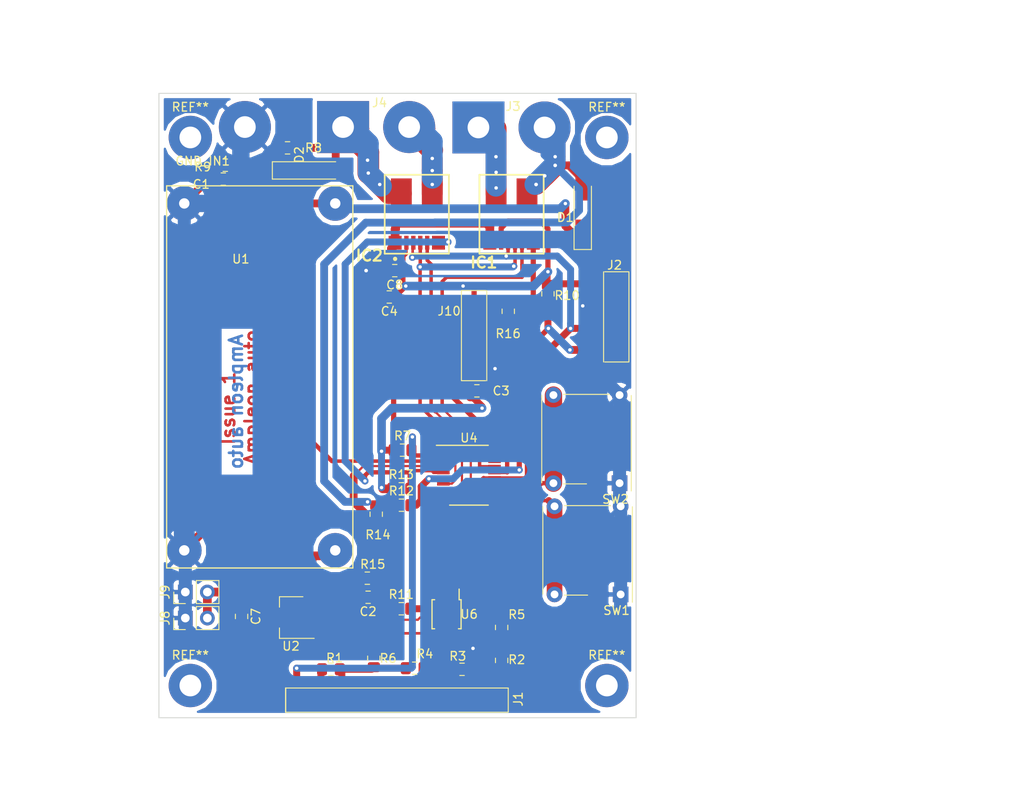
<source format=kicad_pcb>
(kicad_pcb (version 20171130) (host pcbnew "(5.0.1)-4")

  (general
    (thickness 1.6)
    (drawings 32)
    (tracks 460)
    (zones 0)
    (modules 44)
    (nets 40)
  )

  (page A4)
  (layers
    (0 F.Cu signal)
    (31 B.Cu signal hide)
    (32 B.Adhes user hide)
    (33 F.Adhes user hide)
    (34 B.Paste user hide)
    (35 F.Paste user hide)
    (36 B.SilkS user hide)
    (37 F.SilkS user)
    (38 B.Mask user hide)
    (39 F.Mask user hide)
    (40 Dwgs.User user hide)
    (41 Cmts.User user hide)
    (42 Eco1.User user hide)
    (43 Eco2.User user hide)
    (44 Edge.Cuts user)
    (45 Margin user hide)
    (46 B.CrtYd user hide)
    (47 F.CrtYd user hide)
    (48 B.Fab user hide)
    (49 F.Fab user)
  )

  (setup
    (last_trace_width 0.25)
    (trace_clearance 0.2)
    (zone_clearance 0.508)
    (zone_45_only no)
    (trace_min 0.2)
    (segment_width 0.2)
    (edge_width 0.1)
    (via_size 0.8)
    (via_drill 0.4)
    (via_min_size 0.4)
    (via_min_drill 0.3)
    (uvia_size 0.3)
    (uvia_drill 0.1)
    (uvias_allowed no)
    (uvia_min_size 0.2)
    (uvia_min_drill 0.1)
    (pcb_text_width 0.3)
    (pcb_text_size 1.5 1.5)
    (mod_edge_width 0.15)
    (mod_text_size 1 1)
    (mod_text_width 0.15)
    (pad_size 3.1 3.1)
    (pad_drill 3.1)
    (pad_to_mask_clearance 0)
    (solder_mask_min_width 0.25)
    (aux_axis_origin 0 0)
    (visible_elements 7FFFFFFF)
    (pcbplotparams
      (layerselection 0x21000_ffffffff)
      (usegerberextensions false)
      (usegerberattributes false)
      (usegerberadvancedattributes false)
      (creategerberjobfile false)
      (excludeedgelayer false)
      (linewidth 0.200000)
      (plotframeref false)
      (viasonmask false)
      (mode 1)
      (useauxorigin false)
      (hpglpennumber 1)
      (hpglpenspeed 20)
      (hpglpendiameter 15.000000)
      (psnegative false)
      (psa4output false)
      (plotreference true)
      (plotvalue true)
      (plotinvisibletext false)
      (padsonsilk false)
      (subtractmaskfromsilk false)
      (outputformat 4)
      (mirror false)
      (drillshape 0)
      (scaleselection 1)
      (outputdirectory "C:/Users/Scud/Documents/Kicad/2.4GHzAmpAuto/"))
  )

  (net 0 "")
  (net 1 /GND)
  (net 2 "Net-(R5-Pad1)")
  (net 3 "Net-(R6-Pad1)")
  (net 4 "Net-(U4-Pad8)")
  (net 5 /12v)
  (net 6 "Net-(IC1-Pad4)")
  (net 7 "Net-(IC1-Pad5)")
  (net 8 "Net-(IC1-Pad6)")
  (net 9 "Net-(IC2-Pad6)")
  (net 10 "Net-(IC2-Pad5)")
  (net 11 "Net-(U6-Pad8)")
  (net 12 "Net-(C1-Pad1)")
  (net 13 "Net-(SW1-Pad2)")
  (net 14 "Net-(SW2-Pad2)")
  (net 15 "Net-(J1-Pad4)")
  (net 16 "Net-(J1-Pad5)")
  (net 17 "Net-(J1-Pad6)")
  (net 18 "Net-(J1-Pad7)")
  (net 19 "Net-(U4-Pad13)")
  (net 20 /reset)
  (net 21 /scl)
  (net 22 /T3)
  (net 23 /VG2)
  (net 24 /VG1)
  (net 25 /T2)
  (net 26 /T1)
  (net 27 /sda)
  (net 28 /test)
  (net 29 "Net-(U6-Pad5)")
  (net 30 "Net-(U6-Pad9)")
  (net 31 /+3v3)
  (net 32 "Net-(U4-Pad18)")
  (net 33 "Net-(U4-Pad19)")
  (net 34 "Net-(IC1-Pad8)")
  (net 35 /Vdd)
  (net 36 "Net-(D1-Pad2)")
  (net 37 "Net-(D2-Pad2)")
  (net 38 "Net-(IC2-Pad7)")
  (net 39 "Net-(C2-Pad1)")

  (net_class Default "This is the default net class."
    (clearance 0.2)
    (trace_width 0.25)
    (via_dia 0.8)
    (via_drill 0.4)
    (uvia_dia 0.3)
    (uvia_drill 0.1)
    (add_net /+3v3)
    (add_net /12v)
    (add_net /GND)
    (add_net /T1)
    (add_net /T2)
    (add_net /T3)
    (add_net /VG1)
    (add_net /VG2)
    (add_net /Vdd)
    (add_net /reset)
    (add_net /scl)
    (add_net /sda)
    (add_net /test)
    (add_net "Net-(C1-Pad1)")
    (add_net "Net-(C2-Pad1)")
    (add_net "Net-(D1-Pad2)")
    (add_net "Net-(D2-Pad2)")
    (add_net "Net-(IC1-Pad4)")
    (add_net "Net-(IC1-Pad5)")
    (add_net "Net-(IC1-Pad6)")
    (add_net "Net-(IC1-Pad8)")
    (add_net "Net-(IC2-Pad5)")
    (add_net "Net-(IC2-Pad6)")
    (add_net "Net-(IC2-Pad7)")
    (add_net "Net-(J1-Pad4)")
    (add_net "Net-(J1-Pad5)")
    (add_net "Net-(J1-Pad6)")
    (add_net "Net-(J1-Pad7)")
    (add_net "Net-(R5-Pad1)")
    (add_net "Net-(R6-Pad1)")
    (add_net "Net-(SW1-Pad2)")
    (add_net "Net-(SW2-Pad2)")
    (add_net "Net-(U4-Pad13)")
    (add_net "Net-(U4-Pad18)")
    (add_net "Net-(U4-Pad19)")
    (add_net "Net-(U4-Pad8)")
    (add_net "Net-(U6-Pad5)")
    (add_net "Net-(U6-Pad8)")
    (add_net "Net-(U6-Pad9)")
  )

  (module MountingHole:MountingHole_2.5mm_Pad (layer F.Cu) (tedit 56D1B4CB) (tstamp 60662D79)
    (at 155 89.8)
    (descr "Mounting Hole 2.5mm")
    (tags "mounting hole 2.5mm")
    (attr virtual)
    (fp_text reference REF** (at 0 -3.5) (layer F.SilkS)
      (effects (font (size 1 1) (thickness 0.15)))
    )
    (fp_text value MountingHole_2.5mm_Pad (at 0 3.5) (layer F.Fab)
      (effects (font (size 1 1) (thickness 0.15)))
    )
    (fp_text user %R (at 0.3 0) (layer F.Fab)
      (effects (font (size 1 1) (thickness 0.15)))
    )
    (fp_circle (center 0 0) (end 2.5 0) (layer Cmts.User) (width 0.15))
    (fp_circle (center 0 0) (end 2.75 0) (layer F.CrtYd) (width 0.05))
    (pad 1 thru_hole circle (at 0 0) (size 5 5) (drill 2.5) (layers *.Cu *.Mask))
  )

  (module MountingHole:MountingHole_2.5mm_Pad (layer F.Cu) (tedit 56D1B4CB) (tstamp 60661D1F)
    (at 155 153)
    (descr "Mounting Hole 2.5mm")
    (tags "mounting hole 2.5mm")
    (attr virtual)
    (fp_text reference REF** (at 0 -3.5) (layer F.SilkS)
      (effects (font (size 1 1) (thickness 0.15)))
    )
    (fp_text value MountingHole_2.5mm_Pad (at 0 3.5) (layer F.Fab)
      (effects (font (size 1 1) (thickness 0.15)))
    )
    (fp_circle (center 0 0) (end 2.75 0) (layer F.CrtYd) (width 0.05))
    (fp_circle (center 0 0) (end 2.5 0) (layer Cmts.User) (width 0.15))
    (fp_text user %R (at 0.3 0) (layer F.Fab)
      (effects (font (size 1 1) (thickness 0.15)))
    )
    (pad 1 thru_hole circle (at 0 0) (size 5 5) (drill 2.5) (layers *.Cu *.Mask))
  )

  (module MountingHole:MountingHole_2.5mm_Pad (layer F.Cu) (tedit 56D1B4CB) (tstamp 60662D55)
    (at 107 153)
    (descr "Mounting Hole 2.5mm")
    (tags "mounting hole 2.5mm")
    (attr virtual)
    (fp_text reference REF** (at 0 -3.5) (layer F.SilkS)
      (effects (font (size 1 1) (thickness 0.15)))
    )
    (fp_text value MountingHole_2.5mm_Pad (at 0 3.5) (layer F.Fab)
      (effects (font (size 1 1) (thickness 0.15)))
    )
    (fp_text user %R (at 0.3 0) (layer F.Fab)
      (effects (font (size 1 1) (thickness 0.15)))
    )
    (fp_circle (center 0 0) (end 2.5 0) (layer Cmts.User) (width 0.15))
    (fp_circle (center 0 0) (end 2.75 0) (layer F.CrtYd) (width 0.05))
    (pad 1 thru_hole circle (at 0 0) (size 5 5) (drill 2.5) (layers *.Cu *.Mask))
  )

  (module Steve:1x04_P2.54mm_Pads (layer F.Cu) (tedit 5FFED3DB) (tstamp 603C7F89)
    (at 134.175 112.649 180)
    (descr "Harwin Male Horizontal Surface Mount Single Row 2.54mm (0.1 inch) Pitch PCB Connector, M20-89004xx, 4 Pins per row (https://cdn.harwin.com/pdfs/M20-890.pdf), generated with kicad-footprint-generator")
    (tags "connector Harwin M20-890 horizontal")
    (path /5FA7553C)
    (attr smd)
    (fp_text reference J10 (at -2.646 2.828 180) (layer F.SilkS)
      (effects (font (size 1 1) (thickness 0.15)))
    )
    (fp_text value "program port" (at -5.461 6.35 180) (layer F.Fab)
      (effects (font (size 1 1) (thickness 0.15)))
    )
    (fp_text user %R (at -8.128 -0.254 270) (layer F.Fab)
      (effects (font (size 1 1) (thickness 0.15)))
    )
    (fp_line (start -7.28 5.58) (end -7.28 -5.58) (layer F.CrtYd) (width 0.05))
    (fp_line (start -6.985 5.2) (end -6.985 -5.2) (layer F.SilkS) (width 0.12))
    (fp_line (start -4.118 5.2) (end -6.858 5.2) (layer F.SilkS) (width 0.12))
    (fp_line (start -4.064 -5.2) (end -4.064 5.2) (layer F.SilkS) (width 0.12))
    (fp_line (start -6.858 -5.2) (end -4.118 -5.2) (layer F.SilkS) (width 0.12))
    (fp_line (start -6.425 3.49) (end -6.425 4.13) (layer F.Fab) (width 0.1))
    (fp_line (start -6.425 0.95) (end -6.425 1.59) (layer F.Fab) (width 0.1))
    (fp_line (start -6.425 -1.59) (end -6.425 -0.95) (layer F.Fab) (width 0.1))
    (fp_line (start -6.425 -4.13) (end -6.425 -3.49) (layer F.Fab) (width 0.1))
    (pad 4 smd rect (at -5.525 3.81 180) (size 2.5 1) (layers F.Cu F.Paste F.Mask)
      (net 31 /+3v3))
    (pad 3 smd rect (at -5.525 1.27 180) (size 2.5 1) (layers F.Cu F.Paste F.Mask)
      (net 28 /test))
    (pad 2 smd rect (at -5.525 -1.27 180) (size 2.5 1) (layers F.Cu F.Paste F.Mask)
      (net 20 /reset))
    (pad 1 smd rect (at -5.525 -3.81 180) (size 2.5 1) (layers F.Cu F.Paste F.Mask)
      (net 1 /GND))
    (model ${KISYS3DMOD}/Connector_Harwin.3dshapes/Harwin_M20-89004xx_1x04_P2.54mm_Horizontal.wrl
      (at (xyz 0 0 0))
      (scale (xyz 1 1 1))
      (rotate (xyz 0 0 0))
    )
  )

  (module Steve:Harwin_M20-89010xx_1x10_P2.54mm_Horizontal (layer F.Cu) (tedit 60018B8D) (tstamp 603C7F6E)
    (at 130.81 160.274 270)
    (descr "Harwin Male Horizontal Surface Mount Single Row 2.54mm (0.1 inch) Pitch PCB Connector, M20-89010xx, 10 Pins per row (https://cdn.harwin.com/pdfs/M20-890.pdf), generated with kicad-footprint-generator")
    (tags "connector Harwin M20-890 horizontal")
    (path /601CCD6A)
    (attr smd)
    (fp_text reference J1 (at -5.715 -13.97 270) (layer F.SilkS)
      (effects (font (size 1 1) (thickness 0.15)))
    )
    (fp_text value "MODULE CONNECTIONS" (at 3.947 -2.611 180) (layer F.Fab)
      (effects (font (size 2.3 1.5) (thickness 0.3)))
    )
    (fp_line (start -6.985 12.82) (end -6.985 -12.82) (layer F.SilkS) (width 0.12))
    (fp_line (start -4.191 -12.827) (end -4.191 12.813) (layer F.SilkS) (width 0.12))
    (fp_line (start -6.985 -12.827) (end -4.245 -12.827) (layer F.SilkS) (width 0.12))
    (fp_line (start -6.425 11.11) (end -6.425 11.75) (layer F.Fab) (width 0.1))
    (fp_line (start -6.425 8.57) (end -6.425 9.21) (layer F.Fab) (width 0.1))
    (fp_line (start -6.425 6.03) (end -6.425 6.67) (layer F.Fab) (width 0.1))
    (fp_line (start -6.425 3.49) (end -6.425 4.13) (layer F.Fab) (width 0.1))
    (fp_line (start -6.425 0.95) (end -6.425 1.59) (layer F.Fab) (width 0.1))
    (fp_line (start -6.425 -1.59) (end -6.425 -0.95) (layer F.Fab) (width 0.1))
    (fp_line (start -6.425 -4.13) (end -6.425 -3.49) (layer F.Fab) (width 0.1))
    (fp_line (start -6.425 -6.67) (end -6.425 -6.03) (layer F.Fab) (width 0.1))
    (fp_line (start -6.425 -9.21) (end -6.425 -8.57) (layer F.Fab) (width 0.1))
    (fp_line (start -6.425 -11.75) (end -6.425 -11.11) (layer F.Fab) (width 0.1))
    (fp_line (start -6.985 12.827) (end -4.191 12.827) (layer F.SilkS) (width 0.15))
    (pad 10 smd rect (at -5.525 11.43 270) (size 2.5 1) (layers F.Cu F.Paste F.Mask)
      (net 22 /T3))
    (pad 9 smd rect (at -5.525 8.89 270) (size 2.5 1) (layers F.Cu F.Paste F.Mask)
      (net 25 /T2))
    (pad 8 smd rect (at -5.525 6.35 270) (size 2.5 1) (layers F.Cu F.Paste F.Mask)
      (net 23 /VG2))
    (pad 7 smd rect (at -5.525 3.81 270) (size 2.5 1) (layers F.Cu F.Paste F.Mask)
      (net 18 "Net-(J1-Pad7)"))
    (pad 6 smd rect (at -5.525 1.27 270) (size 2.5 1) (layers F.Cu F.Paste F.Mask)
      (net 17 "Net-(J1-Pad6)"))
    (pad 5 smd rect (at -5.525 -1.27 270) (size 2.5 1) (layers F.Cu F.Paste F.Mask)
      (net 16 "Net-(J1-Pad5)"))
    (pad 4 smd rect (at -5.525 -3.81 270) (size 2.5 1) (layers F.Cu F.Paste F.Mask)
      (net 15 "Net-(J1-Pad4)"))
    (pad 3 smd rect (at -5.525 -6.35 270) (size 2.5 1) (layers F.Cu F.Paste F.Mask)
      (net 1 /GND))
    (pad 2 smd rect (at -5.525 -8.89 270) (size 2.5 1) (layers F.Cu F.Paste F.Mask)
      (net 24 /VG1))
    (pad 1 smd rect (at -5.525 -11.43 270) (size 2.5 1) (layers F.Cu F.Paste F.Mask)
      (net 26 /T1))
    (model ${KISYS3DMOD}/Connector_Harwin.3dshapes/Harwin_M20-89010xx_1x10_P2.54mm_Horizontal.wrl
      (at (xyz 0 0 0))
      (scale (xyz 1 1 1))
      (rotate (xyz 0 0 0))
    )
  )

  (module Steve:1x04_P2.54mm_Pads (layer F.Cu) (tedit 5FFED3DB) (tstamp 6023E4FC)
    (at 161.608 110.49)
    (descr "Harwin Male Horizontal Surface Mount Single Row 2.54mm (0.1 inch) Pitch PCB Connector, M20-89004xx, 4 Pins per row (https://cdn.harwin.com/pdfs/M20-890.pdf), generated with kicad-footprint-generator")
    (tags "connector Harwin M20-890 horizontal")
    (path /60361FE5)
    (attr smd)
    (fp_text reference J2 (at -5.715 -5.969) (layer F.SilkS)
      (effects (font (size 1 1) (thickness 0.15)))
    )
    (fp_text value OLED (at -5.461 6.35) (layer F.Fab)
      (effects (font (size 1 1) (thickness 0.15)))
    )
    (fp_line (start -6.425 -4.13) (end -6.425 -3.49) (layer F.Fab) (width 0.1))
    (fp_line (start -6.425 -1.59) (end -6.425 -0.95) (layer F.Fab) (width 0.1))
    (fp_line (start -6.425 0.95) (end -6.425 1.59) (layer F.Fab) (width 0.1))
    (fp_line (start -6.425 3.49) (end -6.425 4.13) (layer F.Fab) (width 0.1))
    (fp_line (start -6.858 -5.2) (end -4.118 -5.2) (layer F.SilkS) (width 0.12))
    (fp_line (start -4.064 -5.2) (end -4.064 5.2) (layer F.SilkS) (width 0.12))
    (fp_line (start -4.118 5.2) (end -6.858 5.2) (layer F.SilkS) (width 0.12))
    (fp_line (start -6.985 5.2) (end -6.985 -5.2) (layer F.SilkS) (width 0.12))
    (fp_line (start -7.28 5.58) (end -7.28 -5.58) (layer F.CrtYd) (width 0.05))
    (fp_text user %R (at -8.128 -0.254 90) (layer F.Fab)
      (effects (font (size 1 1) (thickness 0.15)))
    )
    (pad 1 smd rect (at -5.525 -3.81) (size 2.5 1) (layers F.Cu F.Paste F.Mask)
      (net 31 /+3v3))
    (pad 2 smd rect (at -5.525 -1.27) (size 2.5 1) (layers F.Cu F.Paste F.Mask)
      (net 1 /GND))
    (pad 3 smd rect (at -5.525 1.27) (size 2.5 1) (layers F.Cu F.Paste F.Mask)
      (net 21 /scl))
    (pad 4 smd rect (at -5.525 3.81) (size 2.5 1) (layers F.Cu F.Paste F.Mask)
      (net 27 /sda))
    (model ${KISYS3DMOD}/Connector_Harwin.3dshapes/Harwin_M20-89004xx_1x04_P2.54mm_Horizontal.wrl
      (at (xyz 0 0 0))
      (scale (xyz 1 1 1))
      (rotate (xyz 0 0 0))
    )
  )

  (module Diode_SMD:D_MiniMELF_Handsoldering (layer F.Cu) (tedit 5905D919) (tstamp 60177D5E)
    (at 121 93.6)
    (descr "Diode Mini-MELF Handsoldering")
    (tags "Diode Mini-MELF Handsoldering")
    (path /60235A86)
    (attr smd)
    (fp_text reference D2 (at -1.45 -1.8 90) (layer F.SilkS)
      (effects (font (size 1 1) (thickness 0.15)))
    )
    (fp_text value D_ALT (at 0 1.75) (layer F.Fab)
      (effects (font (size 1 1) (thickness 0.15)))
    )
    (fp_line (start -4.65 1.1) (end -4.65 -1.1) (layer F.CrtYd) (width 0.05))
    (fp_line (start 4.65 1.1) (end -4.65 1.1) (layer F.CrtYd) (width 0.05))
    (fp_line (start 4.65 -1.1) (end 4.65 1.1) (layer F.CrtYd) (width 0.05))
    (fp_line (start -4.65 -1.1) (end 4.65 -1.1) (layer F.CrtYd) (width 0.05))
    (fp_line (start -0.75 0) (end -0.35 0) (layer F.Fab) (width 0.1))
    (fp_line (start -0.35 0) (end -0.35 -0.55) (layer F.Fab) (width 0.1))
    (fp_line (start -0.35 0) (end -0.35 0.55) (layer F.Fab) (width 0.1))
    (fp_line (start -0.35 0) (end 0.25 -0.4) (layer F.Fab) (width 0.1))
    (fp_line (start 0.25 -0.4) (end 0.25 0.4) (layer F.Fab) (width 0.1))
    (fp_line (start 0.25 0.4) (end -0.35 0) (layer F.Fab) (width 0.1))
    (fp_line (start 0.25 0) (end 0.75 0) (layer F.Fab) (width 0.1))
    (fp_line (start -1.65 -0.8) (end 1.65 -0.8) (layer F.Fab) (width 0.1))
    (fp_line (start -1.65 0.8) (end -1.65 -0.8) (layer F.Fab) (width 0.1))
    (fp_line (start 1.65 0.8) (end -1.65 0.8) (layer F.Fab) (width 0.1))
    (fp_line (start 1.65 -0.8) (end 1.65 0.8) (layer F.Fab) (width 0.1))
    (fp_line (start -4.55 1) (end 2.75 1) (layer F.SilkS) (width 0.12))
    (fp_line (start -4.55 -1) (end -4.55 1) (layer F.SilkS) (width 0.12))
    (fp_line (start 2.75 -1) (end -4.55 -1) (layer F.SilkS) (width 0.12))
    (fp_text user %R (at 0 -1.75) (layer F.Fab)
      (effects (font (size 1 1) (thickness 0.15)))
    )
    (pad 2 smd rect (at 2.75 0) (size 3.3 1.7) (layers F.Cu F.Paste F.Mask)
      (net 37 "Net-(D2-Pad2)"))
    (pad 1 smd rect (at -2.75 0) (size 3.3 1.7) (layers F.Cu F.Paste F.Mask)
      (net 35 /Vdd))
    (model ${KISYS3DMOD}/Diode_SMD.3dshapes/D_MiniMELF.wrl
      (at (xyz 0 0 0))
      (scale (xyz 1 1 1))
      (rotate (xyz 0 0 0))
    )
  )

  (module Diode_SMD:D_MiniMELF_Handsoldering (layer F.Cu) (tedit 5905D919) (tstamp 60177D46)
    (at 152.221 98.171 90)
    (descr "Diode Mini-MELF Handsoldering")
    (tags "Diode Mini-MELF Handsoldering")
    (path /60235B3D)
    (attr smd)
    (fp_text reference D1 (at -0.85 -2 180) (layer F.SilkS)
      (effects (font (size 1 1) (thickness 0.15)))
    )
    (fp_text value D_ALT (at 0 1.75 90) (layer F.Fab)
      (effects (font (size 1 1) (thickness 0.15)))
    )
    (fp_line (start -4.65 1.1) (end -4.65 -1.1) (layer F.CrtYd) (width 0.05))
    (fp_line (start 4.65 1.1) (end -4.65 1.1) (layer F.CrtYd) (width 0.05))
    (fp_line (start 4.65 -1.1) (end 4.65 1.1) (layer F.CrtYd) (width 0.05))
    (fp_line (start -4.65 -1.1) (end 4.65 -1.1) (layer F.CrtYd) (width 0.05))
    (fp_line (start -0.75 0) (end -0.35 0) (layer F.Fab) (width 0.1))
    (fp_line (start -0.35 0) (end -0.35 -0.55) (layer F.Fab) (width 0.1))
    (fp_line (start -0.35 0) (end -0.35 0.55) (layer F.Fab) (width 0.1))
    (fp_line (start -0.35 0) (end 0.25 -0.4) (layer F.Fab) (width 0.1))
    (fp_line (start 0.25 -0.4) (end 0.25 0.4) (layer F.Fab) (width 0.1))
    (fp_line (start 0.25 0.4) (end -0.35 0) (layer F.Fab) (width 0.1))
    (fp_line (start 0.25 0) (end 0.75 0) (layer F.Fab) (width 0.1))
    (fp_line (start -1.65 -0.8) (end 1.65 -0.8) (layer F.Fab) (width 0.1))
    (fp_line (start -1.65 0.8) (end -1.65 -0.8) (layer F.Fab) (width 0.1))
    (fp_line (start 1.65 0.8) (end -1.65 0.8) (layer F.Fab) (width 0.1))
    (fp_line (start 1.65 -0.8) (end 1.65 0.8) (layer F.Fab) (width 0.1))
    (fp_line (start -4.55 1) (end 2.75 1) (layer F.SilkS) (width 0.12))
    (fp_line (start -4.55 -1) (end -4.55 1) (layer F.SilkS) (width 0.12))
    (fp_line (start 2.75 -1) (end -4.55 -1) (layer F.SilkS) (width 0.12))
    (fp_text user %R (at 0 -1.75 90) (layer F.Fab)
      (effects (font (size 1 1) (thickness 0.15)))
    )
    (pad 2 smd rect (at 2.75 0 90) (size 3.3 1.7) (layers F.Cu F.Paste F.Mask)
      (net 36 "Net-(D1-Pad2)"))
    (pad 1 smd rect (at -2.75 0 90) (size 3.3 1.7) (layers F.Cu F.Paste F.Mask)
      (net 35 /Vdd))
    (model ${KISYS3DMOD}/Diode_SMD.3dshapes/D_MiniMELF.wrl
      (at (xyz 0 0 0))
      (scale (xyz 1 1 1))
      (rotate (xyz 0 0 0))
    )
  )

  (module Capacitor_SMD:C_0805_2012Metric (layer F.Cu) (tedit 5B36C52B) (tstamp 600843F2)
    (at 140.021 119.021)
    (descr "Capacitor SMD 0805 (2012 Metric), square (rectangular) end terminal, IPC_7351 nominal, (Body size source: https://docs.google.com/spreadsheets/d/1BsfQQcO9C6DZCsRaXUlFlo91Tg2WpOkGARC1WS5S8t0/edit?usp=sharing), generated with kicad-footprint-generator")
    (tags capacitor)
    (path /603169B7)
    (attr smd)
    (fp_text reference C3 (at 2.8 0) (layer F.SilkS)
      (effects (font (size 1 1) (thickness 0.15)))
    )
    (fp_text value 0u1 (at 0 1.65) (layer F.Fab)
      (effects (font (size 1 1) (thickness 0.15)))
    )
    (fp_text user %R (at 0 0) (layer F.Fab)
      (effects (font (size 0.5 0.5) (thickness 0.08)))
    )
    (fp_line (start 1.68 0.95) (end -1.68 0.95) (layer F.CrtYd) (width 0.05))
    (fp_line (start 1.68 -0.95) (end 1.68 0.95) (layer F.CrtYd) (width 0.05))
    (fp_line (start -1.68 -0.95) (end 1.68 -0.95) (layer F.CrtYd) (width 0.05))
    (fp_line (start -1.68 0.95) (end -1.68 -0.95) (layer F.CrtYd) (width 0.05))
    (fp_line (start -0.258578 0.71) (end 0.258578 0.71) (layer F.SilkS) (width 0.12))
    (fp_line (start -0.258578 -0.71) (end 0.258578 -0.71) (layer F.SilkS) (width 0.12))
    (fp_line (start 1 0.6) (end -1 0.6) (layer F.Fab) (width 0.1))
    (fp_line (start 1 -0.6) (end 1 0.6) (layer F.Fab) (width 0.1))
    (fp_line (start -1 -0.6) (end 1 -0.6) (layer F.Fab) (width 0.1))
    (fp_line (start -1 0.6) (end -1 -0.6) (layer F.Fab) (width 0.1))
    (pad 2 smd roundrect (at 0.9375 0) (size 0.975 1.4) (layers F.Cu F.Paste F.Mask) (roundrect_rratio 0.25)
      (net 1 /GND))
    (pad 1 smd roundrect (at -0.9375 0) (size 0.975 1.4) (layers F.Cu F.Paste F.Mask) (roundrect_rratio 0.25)
      (net 31 /+3v3))
    (model ${KISYS3DMOD}/Capacitor_SMD.3dshapes/C_0805_2012Metric.wrl
      (at (xyz 0 0 0))
      (scale (xyz 1 1 1))
      (rotate (xyz 0 0 0))
    )
  )

  (module Capacitor_SMD:C_0805_2012Metric (layer F.Cu) (tedit 5B36C52B) (tstamp 600843E1)
    (at 129.926001 108.196001 180)
    (descr "Capacitor SMD 0805 (2012 Metric), square (rectangular) end terminal, IPC_7351 nominal, (Body size source: https://docs.google.com/spreadsheets/d/1BsfQQcO9C6DZCsRaXUlFlo91Tg2WpOkGARC1WS5S8t0/edit?usp=sharing), generated with kicad-footprint-generator")
    (tags capacitor)
    (path /60316B24)
    (attr smd)
    (fp_text reference C4 (at 0 -1.65 180) (layer F.SilkS)
      (effects (font (size 1 1) (thickness 0.15)))
    )
    (fp_text value 0u1 (at 0 1.65 180) (layer F.Fab)
      (effects (font (size 1 1) (thickness 0.15)))
    )
    (fp_text user %R (at 0 0 180) (layer F.Fab)
      (effects (font (size 0.5 0.5) (thickness 0.08)))
    )
    (fp_line (start 1.68 0.95) (end -1.68 0.95) (layer F.CrtYd) (width 0.05))
    (fp_line (start 1.68 -0.95) (end 1.68 0.95) (layer F.CrtYd) (width 0.05))
    (fp_line (start -1.68 -0.95) (end 1.68 -0.95) (layer F.CrtYd) (width 0.05))
    (fp_line (start -1.68 0.95) (end -1.68 -0.95) (layer F.CrtYd) (width 0.05))
    (fp_line (start -0.258578 0.71) (end 0.258578 0.71) (layer F.SilkS) (width 0.12))
    (fp_line (start -0.258578 -0.71) (end 0.258578 -0.71) (layer F.SilkS) (width 0.12))
    (fp_line (start 1 0.6) (end -1 0.6) (layer F.Fab) (width 0.1))
    (fp_line (start 1 -0.6) (end 1 0.6) (layer F.Fab) (width 0.1))
    (fp_line (start -1 -0.6) (end 1 -0.6) (layer F.Fab) (width 0.1))
    (fp_line (start -1 0.6) (end -1 -0.6) (layer F.Fab) (width 0.1))
    (pad 2 smd roundrect (at 0.9375 0 180) (size 0.975 1.4) (layers F.Cu F.Paste F.Mask) (roundrect_rratio 0.25)
      (net 1 /GND))
    (pad 1 smd roundrect (at -0.9375 0 180) (size 0.975 1.4) (layers F.Cu F.Paste F.Mask) (roundrect_rratio 0.25)
      (net 31 /+3v3))
    (model ${KISYS3DMOD}/Capacitor_SMD.3dshapes/C_0805_2012Metric.wrl
      (at (xyz 0 0 0))
      (scale (xyz 1 1 1))
      (rotate (xyz 0 0 0))
    )
  )

  (module Capacitor_SMD:C_0805_2012Metric (layer F.Cu) (tedit 5B36C52B) (tstamp 5FFB6A76)
    (at 127.4835 142.821 180)
    (descr "Capacitor SMD 0805 (2012 Metric), square (rectangular) end terminal, IPC_7351 nominal, (Body size source: https://docs.google.com/spreadsheets/d/1BsfQQcO9C6DZCsRaXUlFlo91Tg2WpOkGARC1WS5S8t0/edit?usp=sharing), generated with kicad-footprint-generator")
    (tags capacitor)
    (path /60287A6A)
    (attr smd)
    (fp_text reference C2 (at 0 -1.65 180) (layer F.SilkS)
      (effects (font (size 1 1) (thickness 0.15)))
    )
    (fp_text value 0u1 (at 0 1.65 180) (layer F.Fab)
      (effects (font (size 1 1) (thickness 0.15)))
    )
    (fp_text user %R (at 0 0 180) (layer F.Fab)
      (effects (font (size 0.5 0.5) (thickness 0.08)))
    )
    (fp_line (start 1.68 0.95) (end -1.68 0.95) (layer F.CrtYd) (width 0.05))
    (fp_line (start 1.68 -0.95) (end 1.68 0.95) (layer F.CrtYd) (width 0.05))
    (fp_line (start -1.68 -0.95) (end 1.68 -0.95) (layer F.CrtYd) (width 0.05))
    (fp_line (start -1.68 0.95) (end -1.68 -0.95) (layer F.CrtYd) (width 0.05))
    (fp_line (start -0.258578 0.71) (end 0.258578 0.71) (layer F.SilkS) (width 0.12))
    (fp_line (start -0.258578 -0.71) (end 0.258578 -0.71) (layer F.SilkS) (width 0.12))
    (fp_line (start 1 0.6) (end -1 0.6) (layer F.Fab) (width 0.1))
    (fp_line (start 1 -0.6) (end 1 0.6) (layer F.Fab) (width 0.1))
    (fp_line (start -1 -0.6) (end 1 -0.6) (layer F.Fab) (width 0.1))
    (fp_line (start -1 0.6) (end -1 -0.6) (layer F.Fab) (width 0.1))
    (pad 2 smd roundrect (at 0.9375 0 180) (size 0.975 1.4) (layers F.Cu F.Paste F.Mask) (roundrect_rratio 0.25)
      (net 1 /GND))
    (pad 1 smd roundrect (at -0.9375 0 180) (size 0.975 1.4) (layers F.Cu F.Paste F.Mask) (roundrect_rratio 0.25)
      (net 39 "Net-(C2-Pad1)"))
    (model ${KISYS3DMOD}/Capacitor_SMD.3dshapes/C_0805_2012Metric.wrl
      (at (xyz 0 0 0))
      (scale (xyz 1 1 1))
      (rotate (xyz 0 0 0))
    )
  )

  (module Connector_Wire:SolderWirePad_1x02_P7.62mm_Drill2.5mm (layer F.Cu) (tedit 5AEE5F2F) (tstamp 5FFB6797)
    (at 140.2 88.646)
    (descr "Wire solder connection")
    (tags connector)
    (path /60203742)
    (attr virtual)
    (fp_text reference J3 (at 4 -2.425) (layer F.SilkS)
      (effects (font (size 1 1) (thickness 0.15)))
    )
    (fp_text value "current A" (at 3.81 4.445) (layer F.Fab)
      (effects (font (size 1 1) (thickness 0.15)))
    )
    (fp_line (start 11.12 3.5) (end -3.5 3.5) (layer F.CrtYd) (width 0.05))
    (fp_line (start 11.12 3.5) (end 11.12 -3.5) (layer F.CrtYd) (width 0.05))
    (fp_line (start -3.5 -3.5) (end -3.5 3.5) (layer F.CrtYd) (width 0.05))
    (fp_line (start -3.5 -3.5) (end 11.12 -3.5) (layer F.CrtYd) (width 0.05))
    (fp_text user %R (at 3.81 0) (layer F.Fab)
      (effects (font (size 1 1) (thickness 0.15)))
    )
    (pad 2 thru_hole circle (at 7.62 0) (size 5.99948 5.99948) (drill 2.49936) (layers *.Cu *.Mask)
      (net 36 "Net-(D1-Pad2)"))
    (pad 1 thru_hole rect (at 0 0) (size 5.99948 5.99948) (drill 2.49936) (layers *.Cu *.Mask)
      (net 34 "Net-(IC1-Pad8)"))
  )

  (module Connector_Wire:SolderWirePad_1x02_P7.62mm_Drill2.5mm (layer F.Cu) (tedit 5AEE5F2F) (tstamp 5FFB678C)
    (at 124.6 88.6)
    (descr "Wire solder connection")
    (tags connector)
    (path /60203802)
    (attr virtual)
    (fp_text reference J4 (at 4.2 -2.8) (layer F.SilkS)
      (effects (font (size 1 1) (thickness 0.15)))
    )
    (fp_text value "current B" (at 3.81 4.445) (layer F.Fab)
      (effects (font (size 1 1) (thickness 0.15)))
    )
    (fp_line (start 11.12 3.5) (end -3.5 3.5) (layer F.CrtYd) (width 0.05))
    (fp_line (start 11.12 3.5) (end 11.12 -3.5) (layer F.CrtYd) (width 0.05))
    (fp_line (start -3.5 -3.5) (end -3.5 3.5) (layer F.CrtYd) (width 0.05))
    (fp_line (start -3.5 -3.5) (end 11.12 -3.5) (layer F.CrtYd) (width 0.05))
    (fp_text user %R (at 3.81 0) (layer F.Fab)
      (effects (font (size 1 1) (thickness 0.15)))
    )
    (pad 2 thru_hole circle (at 7.62 0) (size 5.99948 5.99948) (drill 2.49936) (layers *.Cu *.Mask)
      (net 38 "Net-(IC2-Pad7)"))
    (pad 1 thru_hole rect (at 0 0) (size 5.99948 5.99948) (drill 2.49936) (layers *.Cu *.Mask)
      (net 37 "Net-(D2-Pad2)"))
  )

  (module Resistor_SMD:R_0805_2012Metric_Pad1.15x1.40mm_HandSolder (layer F.Cu) (tedit 5B36C52B) (tstamp 5FFB6683)
    (at 127.396 140.621 180)
    (descr "Resistor SMD 0805 (2012 Metric), square (rectangular) end terminal, IPC_7351 nominal with elongated pad for handsoldering. (Body size source: https://docs.google.com/spreadsheets/d/1BsfQQcO9C6DZCsRaXUlFlo91Tg2WpOkGARC1WS5S8t0/edit?usp=sharing), generated with kicad-footprint-generator")
    (tags "resistor handsolder")
    (path /602879BA)
    (attr smd)
    (fp_text reference R15 (at -0.625 1.6 180) (layer F.SilkS)
      (effects (font (size 1 1) (thickness 0.15)))
    )
    (fp_text value 2K2 (at 0 1.65 180) (layer F.Fab)
      (effects (font (size 1 1) (thickness 0.15)))
    )
    (fp_text user %R (at 0 0 180) (layer F.Fab)
      (effects (font (size 0.5 0.5) (thickness 0.08)))
    )
    (fp_line (start 1.85 0.95) (end -1.85 0.95) (layer F.CrtYd) (width 0.05))
    (fp_line (start 1.85 -0.95) (end 1.85 0.95) (layer F.CrtYd) (width 0.05))
    (fp_line (start -1.85 -0.95) (end 1.85 -0.95) (layer F.CrtYd) (width 0.05))
    (fp_line (start -1.85 0.95) (end -1.85 -0.95) (layer F.CrtYd) (width 0.05))
    (fp_line (start -0.261252 0.71) (end 0.261252 0.71) (layer F.SilkS) (width 0.12))
    (fp_line (start -0.261252 -0.71) (end 0.261252 -0.71) (layer F.SilkS) (width 0.12))
    (fp_line (start 1 0.6) (end -1 0.6) (layer F.Fab) (width 0.1))
    (fp_line (start 1 -0.6) (end 1 0.6) (layer F.Fab) (width 0.1))
    (fp_line (start -1 -0.6) (end 1 -0.6) (layer F.Fab) (width 0.1))
    (fp_line (start -1 0.6) (end -1 -0.6) (layer F.Fab) (width 0.1))
    (pad 2 smd roundrect (at 1.025 0 180) (size 1.15 1.4) (layers F.Cu F.Paste F.Mask) (roundrect_rratio 0.217391)
      (net 1 /GND))
    (pad 1 smd roundrect (at -1.025 0 180) (size 1.15 1.4) (layers F.Cu F.Paste F.Mask) (roundrect_rratio 0.217391)
      (net 39 "Net-(C2-Pad1)"))
    (model ${KISYS3DMOD}/Resistor_SMD.3dshapes/R_0805_2012Metric.wrl
      (at (xyz 0 0 0))
      (scale (xyz 1 1 1))
      (rotate (xyz 0 0 0))
    )
  )

  (module Resistor_SMD:R_0805_2012Metric_Pad1.15x1.40mm_HandSolder (layer F.Cu) (tedit 5B36C52B) (tstamp 5FFB6672)
    (at 128.421 133.246 270)
    (descr "Resistor SMD 0805 (2012 Metric), square (rectangular) end terminal, IPC_7351 nominal with elongated pad for handsoldering. (Body size source: https://docs.google.com/spreadsheets/d/1BsfQQcO9C6DZCsRaXUlFlo91Tg2WpOkGARC1WS5S8t0/edit?usp=sharing), generated with kicad-footprint-generator")
    (tags "resistor handsolder")
    (path /6027CCB2)
    (attr smd)
    (fp_text reference R14 (at 2.375 -0.2) (layer F.SilkS)
      (effects (font (size 1 1) (thickness 0.15)))
    )
    (fp_text value 33K (at 0 1.65 270) (layer F.Fab)
      (effects (font (size 1 1) (thickness 0.15)))
    )
    (fp_text user %R (at 0 0 270) (layer F.Fab)
      (effects (font (size 0.5 0.5) (thickness 0.08)))
    )
    (fp_line (start 1.85 0.95) (end -1.85 0.95) (layer F.CrtYd) (width 0.05))
    (fp_line (start 1.85 -0.95) (end 1.85 0.95) (layer F.CrtYd) (width 0.05))
    (fp_line (start -1.85 -0.95) (end 1.85 -0.95) (layer F.CrtYd) (width 0.05))
    (fp_line (start -1.85 0.95) (end -1.85 -0.95) (layer F.CrtYd) (width 0.05))
    (fp_line (start -0.261252 0.71) (end 0.261252 0.71) (layer F.SilkS) (width 0.12))
    (fp_line (start -0.261252 -0.71) (end 0.261252 -0.71) (layer F.SilkS) (width 0.12))
    (fp_line (start 1 0.6) (end -1 0.6) (layer F.Fab) (width 0.1))
    (fp_line (start 1 -0.6) (end 1 0.6) (layer F.Fab) (width 0.1))
    (fp_line (start -1 -0.6) (end 1 -0.6) (layer F.Fab) (width 0.1))
    (fp_line (start -1 0.6) (end -1 -0.6) (layer F.Fab) (width 0.1))
    (pad 2 smd roundrect (at 1.025 0 270) (size 1.15 1.4) (layers F.Cu F.Paste F.Mask) (roundrect_rratio 0.217391)
      (net 39 "Net-(C2-Pad1)"))
    (pad 1 smd roundrect (at -1.025 0 270) (size 1.15 1.4) (layers F.Cu F.Paste F.Mask) (roundrect_rratio 0.217391)
      (net 36 "Net-(D1-Pad2)"))
    (model ${KISYS3DMOD}/Resistor_SMD.3dshapes/R_0805_2012Metric.wrl
      (at (xyz 0 0 0))
      (scale (xyz 1 1 1))
      (rotate (xyz 0 0 0))
    )
  )

  (module SamacSys_Parts:PG-TISON-8-1 (layer F.Cu) (tedit 5FFEDF13) (tstamp 5FA670C9)
    (at 133.098 99.101 90)
    (descr PG-TISON-8-1-1)
    (tags "Integrated Circuit")
    (path /5F9D7C4B)
    (attr smd)
    (fp_text reference IC2 (at -4.32 -5.477 180) (layer F.SilkS)
      (effects (font (size 1.27 1.27) (thickness 0.254)))
    )
    (fp_text value TLI4970 (at 0.48 -5.477 90) (layer F.SilkS) hide
      (effects (font (size 1.27 1.27) (thickness 0.254)))
    )
    (fp_circle (center -4.7 -2.5) (end -4.7 -2.375) (layer F.SilkS) (width 0.25))
    (fp_line (start -4.1 3.7) (end 5 3.7) (layer F.SilkS) (width 0.2))
    (fp_line (start -4.1 -3.7) (end 5 -3.7) (layer F.SilkS) (width 0.2))
    (fp_line (start 5 3.7) (end 5 -3.7) (layer F.SilkS) (width 0.2))
    (fp_line (start -4.1 3.7) (end -4.1 -3.7) (layer F.SilkS) (width 0.2))
    (fp_line (start -4.5 4.1) (end -4.5 -4.1) (layer F.CrtYd) (width 0.1))
    (fp_line (start -4.5 -4.1) (end 5.4 -4.1) (layer F.CrtYd) (width 0.1))
    (fp_line (start 5.44 4.1) (end 5.44 -4.1) (layer F.CrtYd) (width 0.1))
    (fp_line (start -4.5 4.1) (end 5.4 4.1) (layer F.CrtYd) (width 0.1))
    (fp_line (start -2.985 -3.5) (end 4.015 -3.5) (layer F.Fab) (width 0.1))
    (fp_line (start 4.015 3.5) (end 4.015 -3.5) (layer F.Fab) (width 0.1))
    (fp_line (start -2.985 3.5) (end -2.985 -3.5) (layer F.Fab) (width 0.1))
    (fp_line (start -2.985 3.5) (end 4.015 3.5) (layer F.Fab) (width 0.1))
    (fp_text user %R (at -3.81 -4.445 90) (layer F.Fab)
      (effects (font (size 1.27 1.27) (thickness 0.254)))
    )
    (pad 8 smd rect (at 2.835 -1.78 180) (size 2.4 3.48) (layers F.Cu F.Paste F.Mask)
      (net 37 "Net-(D2-Pad2)"))
    (pad 7 smd rect (at 2.835 1.78 180) (size 2.4 3.48) (layers F.Cu F.Paste F.Mask)
      (net 38 "Net-(IC2-Pad7)"))
    (pad 6 smd rect (at -2.835 2.5 180) (size 1.5 1.6) (layers F.Cu F.Paste F.Mask)
      (net 9 "Net-(IC2-Pad6)"))
    (pad 5 smd rect (at -2.835 1.2 180) (size 0.5 1.6) (layers F.Cu F.Paste F.Mask)
      (net 10 "Net-(IC2-Pad5)"))
    (pad 4 smd rect (at -2.835 0.4 180) (size 0.5 1.6) (layers F.Cu F.Paste F.Mask)
      (net 6 "Net-(IC1-Pad4)"))
    (pad 3 smd rect (at -2.835 -0.4 180) (size 0.5 1.6) (layers F.Cu F.Paste F.Mask)
      (net 21 /scl))
    (pad 2 smd rect (at -2.835 -1.2 180) (size 0.5 1.6) (layers F.Cu F.Paste F.Mask)
      (net 31 /+3v3))
    (pad 1 smd rect (at -2.835 -2.5 180) (size 1.5 1.6) (layers F.Cu F.Paste F.Mask)
      (net 1 /GND))
  )

  (module Steve:LM2596_dc-dc_module (layer F.Cu) (tedit 5FFEC89F) (tstamp 5FE1F892)
    (at 106.299 97.409 270)
    (path /60086747)
    (fp_text reference U1 (at 6.412 -6.522) (layer F.SilkS)
      (effects (font (size 1 1) (thickness 0.15)))
    )
    (fp_text value LM2596dcdc (at 12.7 -13.2 270) (layer F.Fab)
      (effects (font (size 1 1) (thickness 0.15)))
    )
    (fp_line (start -2.032 2.032) (end 42.037 2.032) (layer F.SilkS) (width 0.15))
    (fp_line (start -2.032 -19.431) (end -2.032 2.032) (layer F.SilkS) (width 0.15))
    (fp_line (start 42.037 -19.431) (end -2.032 -19.431) (layer F.SilkS) (width 0.15))
    (fp_line (start 42.037 2.032) (end 42.037 -19.431) (layer F.SilkS) (width 0.15))
    (pad 4 thru_hole circle (at 40.005 -17.399 270) (size 4 4) (drill 1.2) (layers *.Cu *.Mask)
      (net 5 /12v))
    (pad 3 thru_hole circle (at 40.005 0 270) (size 4 4) (drill 1.2) (layers *.Cu *.Mask)
      (net 1 /GND))
    (pad 2 thru_hole circle (at 0 0 270) (size 4 4) (drill 1.2) (layers *.Cu *.Mask)
      (net 1 /GND))
    (pad 1 thru_hole circle (at 0 -17.399 270) (size 4 4) (drill 1.2) (layers *.Cu *.Mask)
      (net 35 /Vdd))
  )

  (module Resistor_SMD:R_0805_2012Metric_Pad1.15x1.40mm_HandSolder (layer F.Cu) (tedit 5B36C52B) (tstamp 5FF3AB04)
    (at 131.327 132.207)
    (descr "Resistor SMD 0805 (2012 Metric), square (rectangular) end terminal, IPC_7351 nominal with elongated pad for handsoldering. (Body size source: https://docs.google.com/spreadsheets/d/1BsfQQcO9C6DZCsRaXUlFlo91Tg2WpOkGARC1WS5S8t0/edit?usp=sharing), generated with kicad-footprint-generator")
    (tags "resistor handsolder")
    (path /5FEEA571)
    (attr smd)
    (fp_text reference R12 (at 0 -1.65) (layer F.SilkS)
      (effects (font (size 1 1) (thickness 0.15)))
    )
    (fp_text value 4K7 (at 0 1.65) (layer F.Fab)
      (effects (font (size 1 1) (thickness 0.15)))
    )
    (fp_text user %R (at 0 0) (layer F.Fab)
      (effects (font (size 0.5 0.5) (thickness 0.08)))
    )
    (fp_line (start 1.85 0.95) (end -1.85 0.95) (layer F.CrtYd) (width 0.05))
    (fp_line (start 1.85 -0.95) (end 1.85 0.95) (layer F.CrtYd) (width 0.05))
    (fp_line (start -1.85 -0.95) (end 1.85 -0.95) (layer F.CrtYd) (width 0.05))
    (fp_line (start -1.85 0.95) (end -1.85 -0.95) (layer F.CrtYd) (width 0.05))
    (fp_line (start -0.261252 0.71) (end 0.261252 0.71) (layer F.SilkS) (width 0.12))
    (fp_line (start -0.261252 -0.71) (end 0.261252 -0.71) (layer F.SilkS) (width 0.12))
    (fp_line (start 1 0.6) (end -1 0.6) (layer F.Fab) (width 0.1))
    (fp_line (start 1 -0.6) (end 1 0.6) (layer F.Fab) (width 0.1))
    (fp_line (start -1 -0.6) (end 1 -0.6) (layer F.Fab) (width 0.1))
    (fp_line (start -1 0.6) (end -1 -0.6) (layer F.Fab) (width 0.1))
    (pad 2 smd roundrect (at 1.025 0) (size 1.15 1.4) (layers F.Cu F.Paste F.Mask) (roundrect_rratio 0.217391)
      (net 8 "Net-(IC1-Pad6)"))
    (pad 1 smd roundrect (at -1.025 0) (size 1.15 1.4) (layers F.Cu F.Paste F.Mask) (roundrect_rratio 0.217391)
      (net 31 /+3v3))
    (model ${KISYS3DMOD}/Resistor_SMD.3dshapes/R_0805_2012Metric.wrl
      (at (xyz 0 0 0))
      (scale (xyz 1 1 1))
      (rotate (xyz 0 0 0))
    )
  )

  (module Button_Switch_THT:SW_MEC_5GTH9 (layer F.Cu) (tedit 5B8669AC) (tstamp 5FBDDE2C)
    (at 156.591 142.494 180)
    (descr "MEC 5G single pole normally-open tactile switch https://cdn.sos.sk/productdata/80/f6/aabf7be6/5gth9358222.pdf")
    (tags "switch normally-open pushbutton push-button")
    (path /5FD71236)
    (fp_text reference SW1 (at 0.475 -1.85) (layer F.SilkS)
      (effects (font (size 1 1) (thickness 0.15)))
    )
    (fp_text value SW_Push (at 3.8 13) (layer F.Fab)
      (effects (font (size 1 1) (thickness 0.15)))
    )
    (fp_line (start -0.24 0.03) (end -1.24 1.03) (layer F.Fab) (width 0.1))
    (fp_line (start -1.35 -0.9) (end -1.35 10.11) (layer F.SilkS) (width 0.12))
    (fp_line (start 8.86 10.13) (end -1.240004 10.13) (layer F.Fab) (width 0.1))
    (fp_line (start 8.86 0.03) (end 8.86 10.13) (layer F.Fab) (width 0.1))
    (fp_line (start -0.24 0.03) (end 8.86 0.03) (layer F.Fab) (width 0.1))
    (fp_line (start -1.24 10.13) (end -1.24 1.03) (layer F.Fab) (width 0.1))
    (fp_text user %R (at 3.76 5.03) (layer F.Fab)
      (effects (font (size 1 1) (thickness 0.15)))
    )
    (fp_line (start 6.46 -0.08) (end 3.81 -0.08) (layer F.SilkS) (width 0.12))
    (fp_line (start 1.16 10.24) (end 6.46 10.24) (layer F.SilkS) (width 0.12))
    (fp_line (start 8.97 0.04) (end 8.97 10.12) (layer F.SilkS) (width 0.12))
    (fp_line (start -1.49 11.3) (end -1.49 -1.15) (layer F.CrtYd) (width 0.05))
    (fp_line (start 9.11 11.31) (end -1.49 11.31) (layer F.CrtYd) (width 0.05))
    (fp_line (start 9.11 -1.15) (end 9.11 11.31) (layer F.CrtYd) (width 0.05))
    (fp_line (start -1.49 -1.15) (end 9.11 -1.15) (layer F.CrtYd) (width 0.05))
    (pad 1 thru_hole circle (at 0 10.16 270) (size 1.8 1.8) (drill 0.9) (layers *.Cu *.Mask)
      (net 1 /GND))
    (pad 1 thru_hole rect (at 0 0 270) (size 1.8 1.8) (drill 0.9) (layers *.Cu *.Mask)
      (net 1 /GND))
    (pad 2 thru_hole circle (at 7.62 10.16 270) (size 1.8 1.8) (drill 0.9) (layers *.Cu *.Mask)
      (net 13 "Net-(SW1-Pad2)"))
    (pad 2 thru_hole circle (at 7.62 0 270) (size 1.8 1.8) (drill 0.9) (layers *.Cu *.Mask)
      (net 13 "Net-(SW1-Pad2)"))
    (model ${KISYS3DMOD}/Button_Switch_THT.3dshapes/SW_MEC_5GTH9.wrl
      (at (xyz 0 0 0))
      (scale (xyz 1 1 1))
      (rotate (xyz 0 0 0))
    )
  )

  (module Package_SO:TSSOP-20_4.4x6.5mm_P0.65mm (layer F.Cu) (tedit 5A02F25C) (tstamp 5FA0A197)
    (at 139.106 128.749)
    (descr "20-Lead Plastic Thin Shrink Small Outline (ST)-4.4 mm Body [TSSOP] (see Microchip Packaging Specification 00000049BS.pdf)")
    (tags "SSOP 0.65")
    (path /5F8EB350)
    (attr smd)
    (fp_text reference U4 (at 0 -4.3) (layer F.SilkS)
      (effects (font (size 1 1) (thickness 0.15)))
    )
    (fp_text value MSP430G2553IPW20 (at 0 4.3) (layer F.Fab)
      (effects (font (size 1 1) (thickness 0.15)))
    )
    (fp_text user %R (at 0 0) (layer F.Fab)
      (effects (font (size 0.8 0.8) (thickness 0.15)))
    )
    (fp_line (start -3.75 -3.45) (end 2.225 -3.45) (layer F.SilkS) (width 0.15))
    (fp_line (start -2.225 3.45) (end 2.225 3.45) (layer F.SilkS) (width 0.15))
    (fp_line (start -3.95 3.55) (end 3.95 3.55) (layer F.CrtYd) (width 0.05))
    (fp_line (start -3.95 -3.55) (end 3.95 -3.55) (layer F.CrtYd) (width 0.05))
    (fp_line (start 3.95 -3.55) (end 3.95 3.55) (layer F.CrtYd) (width 0.05))
    (fp_line (start -3.95 -3.55) (end -3.95 3.55) (layer F.CrtYd) (width 0.05))
    (fp_line (start -2.2 -2.25) (end -1.2 -3.25) (layer F.Fab) (width 0.15))
    (fp_line (start -2.2 3.25) (end -2.2 -2.25) (layer F.Fab) (width 0.15))
    (fp_line (start 2.2 3.25) (end -2.2 3.25) (layer F.Fab) (width 0.15))
    (fp_line (start 2.2 -3.25) (end 2.2 3.25) (layer F.Fab) (width 0.15))
    (fp_line (start -1.2 -3.25) (end 2.2 -3.25) (layer F.Fab) (width 0.15))
    (pad 20 smd rect (at 2.95 -2.925) (size 1.45 0.45) (layers F.Cu F.Paste F.Mask)
      (net 1 /GND))
    (pad 19 smd rect (at 2.95 -2.275) (size 1.45 0.45) (layers F.Cu F.Paste F.Mask)
      (net 33 "Net-(U4-Pad19)"))
    (pad 18 smd rect (at 2.95 -1.625) (size 1.45 0.45) (layers F.Cu F.Paste F.Mask)
      (net 32 "Net-(U4-Pad18)"))
    (pad 17 smd rect (at 2.95 -0.975) (size 1.45 0.45) (layers F.Cu F.Paste F.Mask)
      (net 28 /test))
    (pad 16 smd rect (at 2.95 -0.325) (size 1.45 0.45) (layers F.Cu F.Paste F.Mask)
      (net 20 /reset))
    (pad 15 smd rect (at 2.95 0.325) (size 1.45 0.45) (layers F.Cu F.Paste F.Mask)
      (net 27 /sda))
    (pad 14 smd rect (at 2.95 0.975) (size 1.45 0.45) (layers F.Cu F.Paste F.Mask)
      (net 21 /scl))
    (pad 13 smd rect (at 2.95 1.625) (size 1.45 0.45) (layers F.Cu F.Paste F.Mask)
      (net 19 "Net-(U4-Pad13)"))
    (pad 12 smd rect (at 2.95 2.275) (size 1.45 0.45) (layers F.Cu F.Paste F.Mask)
      (net 14 "Net-(SW2-Pad2)"))
    (pad 11 smd rect (at 2.95 2.925) (size 1.45 0.45) (layers F.Cu F.Paste F.Mask)
      (net 13 "Net-(SW1-Pad2)"))
    (pad 10 smd rect (at -2.95 2.925) (size 1.45 0.45) (layers F.Cu F.Paste F.Mask)
      (net 7 "Net-(IC1-Pad5)"))
    (pad 9 smd rect (at -2.95 2.275) (size 1.45 0.45) (layers F.Cu F.Paste F.Mask)
      (net 10 "Net-(IC2-Pad5)"))
    (pad 8 smd rect (at -2.95 1.625) (size 1.45 0.45) (layers F.Cu F.Paste F.Mask)
      (net 4 "Net-(U4-Pad8)"))
    (pad 7 smd rect (at -2.95 0.975) (size 1.45 0.45) (layers F.Cu F.Paste F.Mask)
      (net 6 "Net-(IC1-Pad4)"))
    (pad 6 smd rect (at -2.95 0.325) (size 1.45 0.45) (layers F.Cu F.Paste F.Mask)
      (net 8 "Net-(IC1-Pad6)"))
    (pad 5 smd rect (at -2.95 -0.325) (size 1.45 0.45) (layers F.Cu F.Paste F.Mask)
      (net 9 "Net-(IC2-Pad6)"))
    (pad 4 smd rect (at -2.95 -0.975) (size 1.45 0.45) (layers F.Cu F.Paste F.Mask)
      (net 39 "Net-(C2-Pad1)"))
    (pad 3 smd rect (at -2.95 -1.625) (size 1.45 0.45) (layers F.Cu F.Paste F.Mask)
      (net 12 "Net-(C1-Pad1)"))
    (pad 2 smd rect (at -2.95 -2.275) (size 1.45 0.45) (layers F.Cu F.Paste F.Mask)
      (net 22 /T3))
    (pad 1 smd rect (at -2.95 -2.925) (size 1.45 0.45) (layers F.Cu F.Paste F.Mask)
      (net 31 /+3v3))
    (model ${KISYS3DMOD}/Package_SO.3dshapes/TSSOP-20_4.4x6.5mm_P0.65mm.wrl
      (at (xyz 0 0 0))
      (scale (xyz 1 1 1))
      (rotate (xyz 0 0 0))
    )
  )

  (module Capacitor_SMD:C_0805_2012Metric (layer F.Cu) (tedit 5B36C52B) (tstamp 5FBE1223)
    (at 110.8 94.6 180)
    (descr "Capacitor SMD 0805 (2012 Metric), square (rectangular) end terminal, IPC_7351 nominal, (Body size source: https://docs.google.com/spreadsheets/d/1BsfQQcO9C6DZCsRaXUlFlo91Tg2WpOkGARC1WS5S8t0/edit?usp=sharing), generated with kicad-footprint-generator")
    (tags capacitor)
    (path /5FD1C76A)
    (attr smd)
    (fp_text reference C1 (at 2.5375 -0.6 180) (layer F.SilkS)
      (effects (font (size 1 1) (thickness 0.15)))
    )
    (fp_text value 0u1 (at 0 1.65 180) (layer F.Fab)
      (effects (font (size 1 1) (thickness 0.15)))
    )
    (fp_text user %R (at -0.2415 0 180) (layer F.Fab)
      (effects (font (size 0.5 0.5) (thickness 0.08)))
    )
    (fp_line (start 1.68 0.95) (end -1.68 0.95) (layer F.CrtYd) (width 0.05))
    (fp_line (start 1.68 -0.95) (end 1.68 0.95) (layer F.CrtYd) (width 0.05))
    (fp_line (start -1.68 -0.95) (end 1.68 -0.95) (layer F.CrtYd) (width 0.05))
    (fp_line (start -1.68 0.95) (end -1.68 -0.95) (layer F.CrtYd) (width 0.05))
    (fp_line (start -0.258578 0.71) (end 0.258578 0.71) (layer F.SilkS) (width 0.12))
    (fp_line (start -0.258578 -0.71) (end 0.258578 -0.71) (layer F.SilkS) (width 0.12))
    (fp_line (start 1 0.6) (end -1 0.6) (layer F.Fab) (width 0.1))
    (fp_line (start 1 -0.6) (end 1 0.6) (layer F.Fab) (width 0.1))
    (fp_line (start -1 -0.6) (end 1 -0.6) (layer F.Fab) (width 0.1))
    (fp_line (start -1 0.6) (end -1 -0.6) (layer F.Fab) (width 0.1))
    (pad 2 smd roundrect (at 0.9375 0 180) (size 0.975 1.4) (layers F.Cu F.Paste F.Mask) (roundrect_rratio 0.25)
      (net 1 /GND))
    (pad 1 smd roundrect (at -0.9375 0 180) (size 0.975 1.4) (layers F.Cu F.Paste F.Mask) (roundrect_rratio 0.25)
      (net 12 "Net-(C1-Pad1)"))
    (model ${KISYS3DMOD}/Capacitor_SMD.3dshapes/C_0805_2012Metric.wrl
      (at (xyz 0 0 0))
      (scale (xyz 1 1 1))
      (rotate (xyz 0 0 0))
    )
  )

  (module Button_Switch_THT:SW_MEC_5GTH9 (layer F.Cu) (tedit 5B8669AC) (tstamp 5FBDDE41)
    (at 156.464 129.667 180)
    (descr "MEC 5G single pole normally-open tactile switch https://cdn.sos.sk/productdata/80/f6/aabf7be6/5gth9358222.pdf")
    (tags "switch normally-open pushbutton push-button")
    (path /5FD4C703)
    (fp_text reference SW2 (at 0.475 -1.85) (layer F.SilkS)
      (effects (font (size 1 1) (thickness 0.15)))
    )
    (fp_text value SW_Push (at 3.8 13) (layer F.Fab)
      (effects (font (size 1 1) (thickness 0.15)))
    )
    (fp_line (start -0.24 0.03) (end -1.24 1.03) (layer F.Fab) (width 0.1))
    (fp_line (start -1.35 -0.9) (end -1.35 10.11) (layer F.SilkS) (width 0.12))
    (fp_line (start 8.86 10.13) (end -1.240004 10.13) (layer F.Fab) (width 0.1))
    (fp_line (start 8.86 0.03) (end 8.86 10.13) (layer F.Fab) (width 0.1))
    (fp_line (start -0.24 0.03) (end 8.86 0.03) (layer F.Fab) (width 0.1))
    (fp_line (start -1.24 10.13) (end -1.24 1.03) (layer F.Fab) (width 0.1))
    (fp_text user %R (at 3.76 5.03) (layer F.Fab)
      (effects (font (size 1 1) (thickness 0.15)))
    )
    (fp_line (start 6.46 -0.08) (end 3.81 -0.08) (layer F.SilkS) (width 0.12))
    (fp_line (start 1.16 10.24) (end 6.46 10.24) (layer F.SilkS) (width 0.12))
    (fp_line (start 8.97 0.04) (end 8.97 10.12) (layer F.SilkS) (width 0.12))
    (fp_line (start -1.49 11.3) (end -1.49 -1.15) (layer F.CrtYd) (width 0.05))
    (fp_line (start 9.11 11.31) (end -1.49 11.31) (layer F.CrtYd) (width 0.05))
    (fp_line (start 9.11 -1.15) (end 9.11 11.31) (layer F.CrtYd) (width 0.05))
    (fp_line (start -1.49 -1.15) (end 9.11 -1.15) (layer F.CrtYd) (width 0.05))
    (pad 1 thru_hole circle (at 0 10.16 270) (size 1.8 1.8) (drill 0.9) (layers *.Cu *.Mask)
      (net 1 /GND))
    (pad 1 thru_hole rect (at 0 0 270) (size 1.8 1.8) (drill 0.9) (layers *.Cu *.Mask)
      (net 1 /GND))
    (pad 2 thru_hole circle (at 7.62 10.16 270) (size 1.8 1.8) (drill 0.9) (layers *.Cu *.Mask)
      (net 14 "Net-(SW2-Pad2)"))
    (pad 2 thru_hole circle (at 7.62 0 270) (size 1.8 1.8) (drill 0.9) (layers *.Cu *.Mask)
      (net 14 "Net-(SW2-Pad2)"))
    (model ${KISYS3DMOD}/Button_Switch_THT.3dshapes/SW_MEC_5GTH9.wrl
      (at (xyz 0 0 0))
      (scale (xyz 1 1 1))
      (rotate (xyz 0 0 0))
    )
  )

  (module Connector_Wire:SolderWirePad_1x01_Drill2.5mm (layer F.Cu) (tedit 5AEE5EC9) (tstamp 60661823)
    (at 113.284 88.6)
    (descr "Wire solder connection")
    (tags connector)
    (path /5FC01906)
    (attr virtual)
    (fp_text reference GND_IN1 (at -4.863 3.921) (layer F.SilkS)
      (effects (font (size 1 1) (thickness 0.15)))
    )
    (fp_text value wire (at 0 5.08) (layer F.Fab)
      (effects (font (size 1 1) (thickness 0.15)))
    )
    (fp_line (start 3.5 3.5) (end -3.5 3.5) (layer F.CrtYd) (width 0.05))
    (fp_line (start 3.5 3.5) (end 3.5 -3.5) (layer F.CrtYd) (width 0.05))
    (fp_line (start -3.5 -3.5) (end -3.5 3.5) (layer F.CrtYd) (width 0.05))
    (fp_line (start -3.5 -3.5) (end 3.5 -3.5) (layer F.CrtYd) (width 0.05))
    (fp_text user %R (at 0 0) (layer F.Fab)
      (effects (font (size 1 1) (thickness 0.15)))
    )
    (pad 1 thru_hole circle (at 0 0) (size 5.99948 5.99948) (drill 2.49936) (layers *.Cu *.Mask)
      (net 1 /GND))
  )

  (module Resistor_SMD:R_0805_2012Metric_Pad1.15x1.40mm_HandSolder (layer F.Cu) (tedit 5B36C52B) (tstamp 5FF3AB34)
    (at 131.309 130.32)
    (descr "Resistor SMD 0805 (2012 Metric), square (rectangular) end terminal, IPC_7351 nominal with elongated pad for handsoldering. (Body size source: https://docs.google.com/spreadsheets/d/1BsfQQcO9C6DZCsRaXUlFlo91Tg2WpOkGARC1WS5S8t0/edit?usp=sharing), generated with kicad-footprint-generator")
    (tags "resistor handsolder")
    (path /5FEEAA0B)
    (attr smd)
    (fp_text reference R13 (at 0 -1.65) (layer F.SilkS)
      (effects (font (size 1 1) (thickness 0.15)))
    )
    (fp_text value 4K7 (at 0 1.65) (layer F.Fab)
      (effects (font (size 1 1) (thickness 0.15)))
    )
    (fp_text user %R (at 0 0) (layer F.Fab)
      (effects (font (size 0.5 0.5) (thickness 0.08)))
    )
    (fp_line (start 1.85 0.95) (end -1.85 0.95) (layer F.CrtYd) (width 0.05))
    (fp_line (start 1.85 -0.95) (end 1.85 0.95) (layer F.CrtYd) (width 0.05))
    (fp_line (start -1.85 -0.95) (end 1.85 -0.95) (layer F.CrtYd) (width 0.05))
    (fp_line (start -1.85 0.95) (end -1.85 -0.95) (layer F.CrtYd) (width 0.05))
    (fp_line (start -0.261252 0.71) (end 0.261252 0.71) (layer F.SilkS) (width 0.12))
    (fp_line (start -0.261252 -0.71) (end 0.261252 -0.71) (layer F.SilkS) (width 0.12))
    (fp_line (start 1 0.6) (end -1 0.6) (layer F.Fab) (width 0.1))
    (fp_line (start 1 -0.6) (end 1 0.6) (layer F.Fab) (width 0.1))
    (fp_line (start -1 -0.6) (end 1 -0.6) (layer F.Fab) (width 0.1))
    (fp_line (start -1 0.6) (end -1 -0.6) (layer F.Fab) (width 0.1))
    (pad 2 smd roundrect (at 1.025 0) (size 1.15 1.4) (layers F.Cu F.Paste F.Mask) (roundrect_rratio 0.217391)
      (net 9 "Net-(IC2-Pad6)"))
    (pad 1 smd roundrect (at -1.025 0) (size 1.15 1.4) (layers F.Cu F.Paste F.Mask) (roundrect_rratio 0.217391)
      (net 31 /+3v3))
    (model ${KISYS3DMOD}/Resistor_SMD.3dshapes/R_0805_2012Metric.wrl
      (at (xyz 0 0 0))
      (scale (xyz 1 1 1))
      (rotate (xyz 0 0 0))
    )
  )

  (module Resistor_SMD:R_0805_2012Metric_Pad1.15x1.40mm_HandSolder (layer F.Cu) (tedit 5B36C52B) (tstamp 5FC842E5)
    (at 131.309 144.145)
    (descr "Resistor SMD 0805 (2012 Metric), square (rectangular) end terminal, IPC_7351 nominal with elongated pad for handsoldering. (Body size source: https://docs.google.com/spreadsheets/d/1BsfQQcO9C6DZCsRaXUlFlo91Tg2WpOkGARC1WS5S8t0/edit?usp=sharing), generated with kicad-footprint-generator")
    (tags "resistor handsolder")
    (path /5FBD24B3)
    (attr smd)
    (fp_text reference R11 (at 0 -1.65) (layer F.SilkS)
      (effects (font (size 1 1) (thickness 0.15)))
    )
    (fp_text value 4K7 (at 0 1.65) (layer F.Fab)
      (effects (font (size 1 1) (thickness 0.15)))
    )
    (fp_text user %R (at 0 0) (layer F.Fab)
      (effects (font (size 0.5 0.5) (thickness 0.08)))
    )
    (fp_line (start 1.85 0.95) (end -1.85 0.95) (layer F.CrtYd) (width 0.05))
    (fp_line (start 1.85 -0.95) (end 1.85 0.95) (layer F.CrtYd) (width 0.05))
    (fp_line (start -1.85 -0.95) (end 1.85 -0.95) (layer F.CrtYd) (width 0.05))
    (fp_line (start -1.85 0.95) (end -1.85 -0.95) (layer F.CrtYd) (width 0.05))
    (fp_line (start -0.261252 0.71) (end 0.261252 0.71) (layer F.SilkS) (width 0.12))
    (fp_line (start -0.261252 -0.71) (end 0.261252 -0.71) (layer F.SilkS) (width 0.12))
    (fp_line (start 1 0.6) (end -1 0.6) (layer F.Fab) (width 0.1))
    (fp_line (start 1 -0.6) (end 1 0.6) (layer F.Fab) (width 0.1))
    (fp_line (start -1 -0.6) (end 1 -0.6) (layer F.Fab) (width 0.1))
    (fp_line (start -1 0.6) (end -1 -0.6) (layer F.Fab) (width 0.1))
    (pad 2 smd roundrect (at 1.025 0) (size 1.15 1.4) (layers F.Cu F.Paste F.Mask) (roundrect_rratio 0.217391)
      (net 21 /scl))
    (pad 1 smd roundrect (at -1.025 0) (size 1.15 1.4) (layers F.Cu F.Paste F.Mask) (roundrect_rratio 0.217391)
      (net 31 /+3v3))
    (model ${KISYS3DMOD}/Resistor_SMD.3dshapes/R_0805_2012Metric.wrl
      (at (xyz 0 0 0))
      (scale (xyz 1 1 1))
      (rotate (xyz 0 0 0))
    )
  )

  (module Resistor_SMD:R_0805_2012Metric_Pad1.15x1.40mm_HandSolder (layer F.Cu) (tedit 5B36C52B) (tstamp 5FC842D4)
    (at 148.209 107.832 270)
    (descr "Resistor SMD 0805 (2012 Metric), square (rectangular) end terminal, IPC_7351 nominal with elongated pad for handsoldering. (Body size source: https://docs.google.com/spreadsheets/d/1BsfQQcO9C6DZCsRaXUlFlo91Tg2WpOkGARC1WS5S8t0/edit?usp=sharing), generated with kicad-footprint-generator")
    (tags "resistor handsolder")
    (path /5FBD2559)
    (attr smd)
    (fp_text reference R10 (at 0.189 -2.212) (layer F.SilkS)
      (effects (font (size 1 1) (thickness 0.15)))
    )
    (fp_text value 4K7 (at 0 1.65 270) (layer F.Fab)
      (effects (font (size 1 1) (thickness 0.15)))
    )
    (fp_text user %R (at 0 0 270) (layer F.Fab)
      (effects (font (size 0.5 0.5) (thickness 0.08)))
    )
    (fp_line (start 1.85 0.95) (end -1.85 0.95) (layer F.CrtYd) (width 0.05))
    (fp_line (start 1.85 -0.95) (end 1.85 0.95) (layer F.CrtYd) (width 0.05))
    (fp_line (start -1.85 -0.95) (end 1.85 -0.95) (layer F.CrtYd) (width 0.05))
    (fp_line (start -1.85 0.95) (end -1.85 -0.95) (layer F.CrtYd) (width 0.05))
    (fp_line (start -0.261252 0.71) (end 0.261252 0.71) (layer F.SilkS) (width 0.12))
    (fp_line (start -0.261252 -0.71) (end 0.261252 -0.71) (layer F.SilkS) (width 0.12))
    (fp_line (start 1 0.6) (end -1 0.6) (layer F.Fab) (width 0.1))
    (fp_line (start 1 -0.6) (end 1 0.6) (layer F.Fab) (width 0.1))
    (fp_line (start -1 -0.6) (end 1 -0.6) (layer F.Fab) (width 0.1))
    (fp_line (start -1 0.6) (end -1 -0.6) (layer F.Fab) (width 0.1))
    (pad 2 smd roundrect (at 1.025 0 270) (size 1.15 1.4) (layers F.Cu F.Paste F.Mask) (roundrect_rratio 0.217391)
      (net 27 /sda))
    (pad 1 smd roundrect (at -1.025 0 270) (size 1.15 1.4) (layers F.Cu F.Paste F.Mask) (roundrect_rratio 0.217391)
      (net 31 /+3v3))
    (model ${KISYS3DMOD}/Resistor_SMD.3dshapes/R_0805_2012Metric.wrl
      (at (xyz 0 0 0))
      (scale (xyz 1 1 1))
      (rotate (xyz 0 0 0))
    )
  )

  (module Connector_PinHeader_2.54mm:PinHeader_1x02_P2.54mm_Vertical (layer F.Cu) (tedit 59FED5CC) (tstamp 5FBDDC9B)
    (at 106.421 145.221 90)
    (descr "Through hole straight pin header, 1x02, 2.54mm pitch, single row")
    (tags "Through hole pin header THT 1x02 2.54mm single row")
    (path /5F9D0C7C)
    (fp_text reference J8 (at 0 -2.33 90) (layer F.SilkS)
      (effects (font (size 1 1) (thickness 0.15)))
    )
    (fp_text value Fan1 (at 0 4.87 90) (layer F.Fab)
      (effects (font (size 1 1) (thickness 0.15)))
    )
    (fp_text user %R (at 0 1.27 180) (layer F.Fab)
      (effects (font (size 1 1) (thickness 0.15)))
    )
    (fp_line (start 1.8 -1.8) (end -1.8 -1.8) (layer F.CrtYd) (width 0.05))
    (fp_line (start 1.8 4.35) (end 1.8 -1.8) (layer F.CrtYd) (width 0.05))
    (fp_line (start -1.8 4.35) (end 1.8 4.35) (layer F.CrtYd) (width 0.05))
    (fp_line (start -1.8 -1.8) (end -1.8 4.35) (layer F.CrtYd) (width 0.05))
    (fp_line (start -1.33 -1.33) (end 0 -1.33) (layer F.SilkS) (width 0.12))
    (fp_line (start -1.33 0) (end -1.33 -1.33) (layer F.SilkS) (width 0.12))
    (fp_line (start -1.33 1.27) (end 1.33 1.27) (layer F.SilkS) (width 0.12))
    (fp_line (start 1.33 1.27) (end 1.33 3.87) (layer F.SilkS) (width 0.12))
    (fp_line (start -1.33 1.27) (end -1.33 3.87) (layer F.SilkS) (width 0.12))
    (fp_line (start -1.33 3.87) (end 1.33 3.87) (layer F.SilkS) (width 0.12))
    (fp_line (start -1.27 -0.635) (end -0.635 -1.27) (layer F.Fab) (width 0.1))
    (fp_line (start -1.27 3.81) (end -1.27 -0.635) (layer F.Fab) (width 0.1))
    (fp_line (start 1.27 3.81) (end -1.27 3.81) (layer F.Fab) (width 0.1))
    (fp_line (start 1.27 -1.27) (end 1.27 3.81) (layer F.Fab) (width 0.1))
    (fp_line (start -0.635 -1.27) (end 1.27 -1.27) (layer F.Fab) (width 0.1))
    (pad 2 thru_hole oval (at 0 2.54 90) (size 1.7 1.7) (drill 1) (layers *.Cu *.Mask)
      (net 5 /12v))
    (pad 1 thru_hole rect (at 0 0 90) (size 1.7 1.7) (drill 1) (layers *.Cu *.Mask)
      (net 1 /GND))
    (model ${KISYS3DMOD}/Connector_PinHeader_2.54mm.3dshapes/PinHeader_1x02_P2.54mm_Vertical.wrl
      (at (xyz 0 0 0))
      (scale (xyz 1 1 1))
      (rotate (xyz 0 0 0))
    )
  )

  (module Connector_PinHeader_2.54mm:PinHeader_1x02_P2.54mm_Vertical (layer F.Cu) (tedit 59FED5CC) (tstamp 5FBDDC86)
    (at 106.421 142.221 90)
    (descr "Through hole straight pin header, 1x02, 2.54mm pitch, single row")
    (tags "Through hole pin header THT 1x02 2.54mm single row")
    (path /5F9D0DA2)
    (fp_text reference J9 (at 0 -2.33 90) (layer F.SilkS)
      (effects (font (size 1 1) (thickness 0.15)))
    )
    (fp_text value Fan2 (at 0 4.87 90) (layer F.Fab)
      (effects (font (size 1 1) (thickness 0.15)))
    )
    (fp_text user %R (at 0 1.27 180) (layer F.Fab)
      (effects (font (size 1 1) (thickness 0.15)))
    )
    (fp_line (start 1.8 -1.8) (end -1.8 -1.8) (layer F.CrtYd) (width 0.05))
    (fp_line (start 1.8 4.35) (end 1.8 -1.8) (layer F.CrtYd) (width 0.05))
    (fp_line (start -1.8 4.35) (end 1.8 4.35) (layer F.CrtYd) (width 0.05))
    (fp_line (start -1.8 -1.8) (end -1.8 4.35) (layer F.CrtYd) (width 0.05))
    (fp_line (start -1.33 -1.33) (end 0 -1.33) (layer F.SilkS) (width 0.12))
    (fp_line (start -1.33 0) (end -1.33 -1.33) (layer F.SilkS) (width 0.12))
    (fp_line (start -1.33 1.27) (end 1.33 1.27) (layer F.SilkS) (width 0.12))
    (fp_line (start 1.33 1.27) (end 1.33 3.87) (layer F.SilkS) (width 0.12))
    (fp_line (start -1.33 1.27) (end -1.33 3.87) (layer F.SilkS) (width 0.12))
    (fp_line (start -1.33 3.87) (end 1.33 3.87) (layer F.SilkS) (width 0.12))
    (fp_line (start -1.27 -0.635) (end -0.635 -1.27) (layer F.Fab) (width 0.1))
    (fp_line (start -1.27 3.81) (end -1.27 -0.635) (layer F.Fab) (width 0.1))
    (fp_line (start 1.27 3.81) (end -1.27 3.81) (layer F.Fab) (width 0.1))
    (fp_line (start 1.27 -1.27) (end 1.27 3.81) (layer F.Fab) (width 0.1))
    (fp_line (start -0.635 -1.27) (end 1.27 -1.27) (layer F.Fab) (width 0.1))
    (pad 2 thru_hole oval (at 0 2.54 90) (size 1.7 1.7) (drill 1) (layers *.Cu *.Mask)
      (net 5 /12v))
    (pad 1 thru_hole rect (at 0 0 90) (size 1.7 1.7) (drill 1) (layers *.Cu *.Mask)
      (net 1 /GND))
    (model ${KISYS3DMOD}/Connector_PinHeader_2.54mm.3dshapes/PinHeader_1x02_P2.54mm_Vertical.wrl
      (at (xyz 0 0 0))
      (scale (xyz 1 1 1))
      (rotate (xyz 0 0 0))
    )
  )

  (module Resistor_SMD:R_0805_2012Metric_Pad1.15x1.40mm_HandSolder (layer F.Cu) (tedit 5B36C52B) (tstamp 5FBB786F)
    (at 111.025 93 180)
    (descr "Resistor SMD 0805 (2012 Metric), square (rectangular) end terminal, IPC_7351 nominal with elongated pad for handsoldering. (Body size source: https://docs.google.com/spreadsheets/d/1BsfQQcO9C6DZCsRaXUlFlo91Tg2WpOkGARC1WS5S8t0/edit?usp=sharing), generated with kicad-footprint-generator")
    (tags "resistor handsolder")
    (path /5FD1C56E)
    (attr smd)
    (fp_text reference R9 (at 2.6 -0.2 180) (layer F.SilkS)
      (effects (font (size 1 1) (thickness 0.15)))
    )
    (fp_text value 2K2 (at 0 1.65 180) (layer F.Fab)
      (effects (font (size 1 1) (thickness 0.15)))
    )
    (fp_text user %R (at 0 0 180) (layer F.Fab)
      (effects (font (size 0.5 0.5) (thickness 0.08)))
    )
    (fp_line (start 1.85 0.95) (end -1.85 0.95) (layer F.CrtYd) (width 0.05))
    (fp_line (start 1.85 -0.95) (end 1.85 0.95) (layer F.CrtYd) (width 0.05))
    (fp_line (start -1.85 -0.95) (end 1.85 -0.95) (layer F.CrtYd) (width 0.05))
    (fp_line (start -1.85 0.95) (end -1.85 -0.95) (layer F.CrtYd) (width 0.05))
    (fp_line (start -0.261252 0.71) (end 0.261252 0.71) (layer F.SilkS) (width 0.12))
    (fp_line (start -0.261252 -0.71) (end 0.261252 -0.71) (layer F.SilkS) (width 0.12))
    (fp_line (start 1 0.6) (end -1 0.6) (layer F.Fab) (width 0.1))
    (fp_line (start 1 -0.6) (end 1 0.6) (layer F.Fab) (width 0.1))
    (fp_line (start -1 -0.6) (end 1 -0.6) (layer F.Fab) (width 0.1))
    (fp_line (start -1 0.6) (end -1 -0.6) (layer F.Fab) (width 0.1))
    (pad 2 smd roundrect (at 1.025 0 180) (size 1.15 1.4) (layers F.Cu F.Paste F.Mask) (roundrect_rratio 0.217391)
      (net 1 /GND))
    (pad 1 smd roundrect (at -1.025 0 180) (size 1.15 1.4) (layers F.Cu F.Paste F.Mask) (roundrect_rratio 0.217391)
      (net 12 "Net-(C1-Pad1)"))
    (model ${KISYS3DMOD}/Resistor_SMD.3dshapes/R_0805_2012Metric.wrl
      (at (xyz 0 0 0))
      (scale (xyz 1 1 1))
      (rotate (xyz 0 0 0))
    )
  )

  (module Resistor_SMD:R_0805_2012Metric_Pad1.15x1.40mm_HandSolder (layer F.Cu) (tedit 5B36C52B) (tstamp 5FBB77DE)
    (at 131.454 125.857)
    (descr "Resistor SMD 0805 (2012 Metric), square (rectangular) end terminal, IPC_7351 nominal with elongated pad for handsoldering. (Body size source: https://docs.google.com/spreadsheets/d/1BsfQQcO9C6DZCsRaXUlFlo91Tg2WpOkGARC1WS5S8t0/edit?usp=sharing), generated with kicad-footprint-generator")
    (tags "resistor handsolder")
    (path /5FD14B4A)
    (attr smd)
    (fp_text reference R7 (at 0 -1.65) (layer F.SilkS)
      (effects (font (size 1 1) (thickness 0.15)))
    )
    (fp_text value 1K5 (at 0 1.65) (layer F.Fab)
      (effects (font (size 1 1) (thickness 0.15)))
    )
    (fp_text user %R (at 0 0) (layer F.Fab)
      (effects (font (size 0.5 0.5) (thickness 0.08)))
    )
    (fp_line (start 1.85 0.95) (end -1.85 0.95) (layer F.CrtYd) (width 0.05))
    (fp_line (start 1.85 -0.95) (end 1.85 0.95) (layer F.CrtYd) (width 0.05))
    (fp_line (start -1.85 -0.95) (end 1.85 -0.95) (layer F.CrtYd) (width 0.05))
    (fp_line (start -1.85 0.95) (end -1.85 -0.95) (layer F.CrtYd) (width 0.05))
    (fp_line (start -0.261252 0.71) (end 0.261252 0.71) (layer F.SilkS) (width 0.12))
    (fp_line (start -0.261252 -0.71) (end 0.261252 -0.71) (layer F.SilkS) (width 0.12))
    (fp_line (start 1 0.6) (end -1 0.6) (layer F.Fab) (width 0.1))
    (fp_line (start 1 -0.6) (end 1 0.6) (layer F.Fab) (width 0.1))
    (fp_line (start -1 -0.6) (end 1 -0.6) (layer F.Fab) (width 0.1))
    (fp_line (start -1 0.6) (end -1 -0.6) (layer F.Fab) (width 0.1))
    (pad 2 smd roundrect (at 1.025 0) (size 1.15 1.4) (layers F.Cu F.Paste F.Mask) (roundrect_rratio 0.217391)
      (net 22 /T3))
    (pad 1 smd roundrect (at -1.025 0) (size 1.15 1.4) (layers F.Cu F.Paste F.Mask) (roundrect_rratio 0.217391)
      (net 31 /+3v3))
    (model ${KISYS3DMOD}/Resistor_SMD.3dshapes/R_0805_2012Metric.wrl
      (at (xyz 0 0 0))
      (scale (xyz 1 1 1))
      (rotate (xyz 0 0 0))
    )
  )

  (module Resistor_SMD:R_0805_2012Metric_Pad1.15x1.40mm_HandSolder (layer F.Cu) (tedit 5B36C52B) (tstamp 5FBB77AD)
    (at 118.2 91 180)
    (descr "Resistor SMD 0805 (2012 Metric), square (rectangular) end terminal, IPC_7351 nominal with elongated pad for handsoldering. (Body size source: https://docs.google.com/spreadsheets/d/1BsfQQcO9C6DZCsRaXUlFlo91Tg2WpOkGARC1WS5S8t0/edit?usp=sharing), generated with kicad-footprint-generator")
    (tags "resistor handsolder")
    (path /5FD1C4B4)
    (attr smd)
    (fp_text reference R8 (at -3 0 180) (layer F.SilkS)
      (effects (font (size 1 1) (thickness 0.15)))
    )
    (fp_text value 33K (at 0 1.65 180) (layer F.Fab)
      (effects (font (size 1 1) (thickness 0.15)))
    )
    (fp_text user %R (at 0 0 180) (layer F.Fab)
      (effects (font (size 0.5 0.5) (thickness 0.08)))
    )
    (fp_line (start 1.85 0.95) (end -1.85 0.95) (layer F.CrtYd) (width 0.05))
    (fp_line (start 1.85 -0.95) (end 1.85 0.95) (layer F.CrtYd) (width 0.05))
    (fp_line (start -1.85 -0.95) (end 1.85 -0.95) (layer F.CrtYd) (width 0.05))
    (fp_line (start -1.85 0.95) (end -1.85 -0.95) (layer F.CrtYd) (width 0.05))
    (fp_line (start -0.261252 0.71) (end 0.261252 0.71) (layer F.SilkS) (width 0.12))
    (fp_line (start -0.261252 -0.71) (end 0.261252 -0.71) (layer F.SilkS) (width 0.12))
    (fp_line (start 1 0.6) (end -1 0.6) (layer F.Fab) (width 0.1))
    (fp_line (start 1 -0.6) (end 1 0.6) (layer F.Fab) (width 0.1))
    (fp_line (start -1 -0.6) (end 1 -0.6) (layer F.Fab) (width 0.1))
    (fp_line (start -1 0.6) (end -1 -0.6) (layer F.Fab) (width 0.1))
    (pad 2 smd roundrect (at 1.025 0 180) (size 1.15 1.4) (layers F.Cu F.Paste F.Mask) (roundrect_rratio 0.217391)
      (net 12 "Net-(C1-Pad1)"))
    (pad 1 smd roundrect (at -1.025 0 180) (size 1.15 1.4) (layers F.Cu F.Paste F.Mask) (roundrect_rratio 0.217391)
      (net 37 "Net-(D2-Pad2)"))
    (model ${KISYS3DMOD}/Resistor_SMD.3dshapes/R_0805_2012Metric.wrl
      (at (xyz 0 0 0))
      (scale (xyz 1 1 1))
      (rotate (xyz 0 0 0))
    )
  )

  (module Capacitor_SMD:C_0805_2012Metric (layer F.Cu) (tedit 5B36C52B) (tstamp 5FA69AE4)
    (at 112.903 145.034 270)
    (descr "Capacitor SMD 0805 (2012 Metric), square (rectangular) end terminal, IPC_7351 nominal, (Body size source: https://docs.google.com/spreadsheets/d/1BsfQQcO9C6DZCsRaXUlFlo91Tg2WpOkGARC1WS5S8t0/edit?usp=sharing), generated with kicad-footprint-generator")
    (tags capacitor)
    (path /5F95A5A9)
    (attr smd)
    (fp_text reference C7 (at 0 -1.65 270) (layer F.SilkS)
      (effects (font (size 1 1) (thickness 0.15)))
    )
    (fp_text value 10u (at 0 1.65 270) (layer F.Fab)
      (effects (font (size 1 1) (thickness 0.15)))
    )
    (fp_text user %R (at 0 0 270) (layer F.Fab)
      (effects (font (size 0.5 0.5) (thickness 0.08)))
    )
    (fp_line (start 1.68 0.95) (end -1.68 0.95) (layer F.CrtYd) (width 0.05))
    (fp_line (start 1.68 -0.95) (end 1.68 0.95) (layer F.CrtYd) (width 0.05))
    (fp_line (start -1.68 -0.95) (end 1.68 -0.95) (layer F.CrtYd) (width 0.05))
    (fp_line (start -1.68 0.95) (end -1.68 -0.95) (layer F.CrtYd) (width 0.05))
    (fp_line (start -0.258578 0.71) (end 0.258578 0.71) (layer F.SilkS) (width 0.12))
    (fp_line (start -0.258578 -0.71) (end 0.258578 -0.71) (layer F.SilkS) (width 0.12))
    (fp_line (start 1 0.6) (end -1 0.6) (layer F.Fab) (width 0.1))
    (fp_line (start 1 -0.6) (end 1 0.6) (layer F.Fab) (width 0.1))
    (fp_line (start -1 -0.6) (end 1 -0.6) (layer F.Fab) (width 0.1))
    (fp_line (start -1 0.6) (end -1 -0.6) (layer F.Fab) (width 0.1))
    (pad 2 smd roundrect (at 0.9375 0 270) (size 0.975 1.4) (layers F.Cu F.Paste F.Mask) (roundrect_rratio 0.25)
      (net 1 /GND))
    (pad 1 smd roundrect (at -0.9375 0 270) (size 0.975 1.4) (layers F.Cu F.Paste F.Mask) (roundrect_rratio 0.25)
      (net 5 /12v))
    (model ${KISYS3DMOD}/Capacitor_SMD.3dshapes/C_0805_2012Metric.wrl
      (at (xyz 0 0 0))
      (scale (xyz 1 1 1))
      (rotate (xyz 0 0 0))
    )
  )

  (module Capacitor_SMD:C_0805_2012Metric (layer F.Cu) (tedit 5B36C52B) (tstamp 5FA69AD4)
    (at 130.556 105.156 180)
    (descr "Capacitor SMD 0805 (2012 Metric), square (rectangular) end terminal, IPC_7351 nominal, (Body size source: https://docs.google.com/spreadsheets/d/1BsfQQcO9C6DZCsRaXUlFlo91Tg2WpOkGARC1WS5S8t0/edit?usp=sharing), generated with kicad-footprint-generator")
    (tags capacitor)
    (path /5F95A64F)
    (attr smd)
    (fp_text reference C8 (at 0 -1.65 180) (layer F.SilkS)
      (effects (font (size 1 1) (thickness 0.15)))
    )
    (fp_text value 0u1 (at 0 1.65 180) (layer F.Fab)
      (effects (font (size 1 1) (thickness 0.15)))
    )
    (fp_text user %R (at 0 0 180) (layer F.Fab)
      (effects (font (size 0.5 0.5) (thickness 0.08)))
    )
    (fp_line (start 1.68 0.95) (end -1.68 0.95) (layer F.CrtYd) (width 0.05))
    (fp_line (start 1.68 -0.95) (end 1.68 0.95) (layer F.CrtYd) (width 0.05))
    (fp_line (start -1.68 -0.95) (end 1.68 -0.95) (layer F.CrtYd) (width 0.05))
    (fp_line (start -1.68 0.95) (end -1.68 -0.95) (layer F.CrtYd) (width 0.05))
    (fp_line (start -0.258578 0.71) (end 0.258578 0.71) (layer F.SilkS) (width 0.12))
    (fp_line (start -0.258578 -0.71) (end 0.258578 -0.71) (layer F.SilkS) (width 0.12))
    (fp_line (start 1 0.6) (end -1 0.6) (layer F.Fab) (width 0.1))
    (fp_line (start 1 -0.6) (end 1 0.6) (layer F.Fab) (width 0.1))
    (fp_line (start -1 -0.6) (end 1 -0.6) (layer F.Fab) (width 0.1))
    (fp_line (start -1 0.6) (end -1 -0.6) (layer F.Fab) (width 0.1))
    (pad 2 smd roundrect (at 0.9375 0 180) (size 0.975 1.4) (layers F.Cu F.Paste F.Mask) (roundrect_rratio 0.25)
      (net 1 /GND))
    (pad 1 smd roundrect (at -0.9375 0 180) (size 0.975 1.4) (layers F.Cu F.Paste F.Mask) (roundrect_rratio 0.25)
      (net 31 /+3v3))
    (model ${KISYS3DMOD}/Capacitor_SMD.3dshapes/C_0805_2012Metric.wrl
      (at (xyz 0 0 0))
      (scale (xyz 1 1 1))
      (rotate (xyz 0 0 0))
    )
  )

  (module SamacSys_Parts:PG-TISON-8-1 (layer F.Cu) (tedit 5FFEDF25) (tstamp 5FA670AF)
    (at 144.018 99.101 90)
    (descr PG-TISON-8-1-1)
    (tags "Integrated Circuit")
    (path /5F9D7B21)
    (attr smd)
    (fp_text reference IC1 (at -5.12 -3.197 180) (layer F.SilkS)
      (effects (font (size 1.27 1.27) (thickness 0.254)))
    )
    (fp_text value TLI4970 (at 1.88 -4.797 90) (layer F.SilkS) hide
      (effects (font (size 1.27 1.27) (thickness 0.254)))
    )
    (fp_circle (center -4.7 -2.5) (end -4.7 -2.375) (layer F.SilkS) (width 0.25))
    (fp_line (start -4.1 3.7) (end 5 3.7) (layer F.SilkS) (width 0.2))
    (fp_line (start -4.1 -3.7) (end 5 -3.7) (layer F.SilkS) (width 0.2))
    (fp_line (start 5 3.7) (end 5 -3.7) (layer F.SilkS) (width 0.2))
    (fp_line (start -4.1 3.7) (end -4.1 -3.7) (layer F.SilkS) (width 0.2))
    (fp_line (start -4.5 4.1) (end -4.5 -4.1) (layer F.CrtYd) (width 0.1))
    (fp_line (start -4.5 -4.1) (end 5.4 -4.1) (layer F.CrtYd) (width 0.1))
    (fp_line (start 5.44 4.1) (end 5.44 -4.1) (layer F.CrtYd) (width 0.1))
    (fp_line (start -4.5 4.1) (end 5.4 4.1) (layer F.CrtYd) (width 0.1))
    (fp_line (start -2.985 -3.5) (end 4.015 -3.5) (layer F.Fab) (width 0.1))
    (fp_line (start 4.015 3.5) (end 4.015 -3.5) (layer F.Fab) (width 0.1))
    (fp_line (start -2.985 3.5) (end -2.985 -3.5) (layer F.Fab) (width 0.1))
    (fp_line (start -2.985 3.5) (end 4.015 3.5) (layer F.Fab) (width 0.1))
    (fp_text user %R (at -3.81 -4.445 90) (layer F.Fab)
      (effects (font (size 1.27 1.27) (thickness 0.254)))
    )
    (pad 8 smd rect (at 2.835 -1.78 180) (size 2.4 3.48) (layers F.Cu F.Paste F.Mask)
      (net 34 "Net-(IC1-Pad8)"))
    (pad 7 smd rect (at 2.835 1.78 180) (size 2.4 3.48) (layers F.Cu F.Paste F.Mask)
      (net 36 "Net-(D1-Pad2)"))
    (pad 6 smd rect (at -2.835 2.5 180) (size 1.5 1.6) (layers F.Cu F.Paste F.Mask)
      (net 8 "Net-(IC1-Pad6)"))
    (pad 5 smd rect (at -2.835 1.2 180) (size 0.5 1.6) (layers F.Cu F.Paste F.Mask)
      (net 7 "Net-(IC1-Pad5)"))
    (pad 4 smd rect (at -2.835 0.4 180) (size 0.5 1.6) (layers F.Cu F.Paste F.Mask)
      (net 6 "Net-(IC1-Pad4)"))
    (pad 3 smd rect (at -2.835 -0.4 180) (size 0.5 1.6) (layers F.Cu F.Paste F.Mask)
      (net 21 /scl))
    (pad 2 smd rect (at -2.835 -1.2 180) (size 0.5 1.6) (layers F.Cu F.Paste F.Mask)
      (net 31 /+3v3))
    (pad 1 smd rect (at -2.835 -2.5 180) (size 1.5 1.6) (layers F.Cu F.Paste F.Mask)
      (net 1 /GND))
  )

  (module Resistor_SMD:R_0805_2012Metric_Pad1.15x1.40mm_HandSolder (layer F.Cu) (tedit 5B36C52B) (tstamp 5FA09FA0)
    (at 143.637 109.846 270)
    (descr "Resistor SMD 0805 (2012 Metric), square (rectangular) end terminal, IPC_7351 nominal with elongated pad for handsoldering. (Body size source: https://docs.google.com/spreadsheets/d/1BsfQQcO9C6DZCsRaXUlFlo91Tg2WpOkGARC1WS5S8t0/edit?usp=sharing), generated with kicad-footprint-generator")
    (tags "resistor handsolder")
    (path /5F9201B1)
    (attr smd)
    (fp_text reference R16 (at 2.575 0.016) (layer F.SilkS)
      (effects (font (size 1 1) (thickness 0.15)))
    )
    (fp_text value 10K (at 0 1.65 270) (layer F.Fab)
      (effects (font (size 1 1) (thickness 0.15)))
    )
    (fp_text user %R (at 0 0 270) (layer F.Fab)
      (effects (font (size 0.5 0.5) (thickness 0.08)))
    )
    (fp_line (start 1.85 0.95) (end -1.85 0.95) (layer F.CrtYd) (width 0.05))
    (fp_line (start 1.85 -0.95) (end 1.85 0.95) (layer F.CrtYd) (width 0.05))
    (fp_line (start -1.85 -0.95) (end 1.85 -0.95) (layer F.CrtYd) (width 0.05))
    (fp_line (start -1.85 0.95) (end -1.85 -0.95) (layer F.CrtYd) (width 0.05))
    (fp_line (start -0.261252 0.71) (end 0.261252 0.71) (layer F.SilkS) (width 0.12))
    (fp_line (start -0.261252 -0.71) (end 0.261252 -0.71) (layer F.SilkS) (width 0.12))
    (fp_line (start 1 0.6) (end -1 0.6) (layer F.Fab) (width 0.1))
    (fp_line (start 1 -0.6) (end 1 0.6) (layer F.Fab) (width 0.1))
    (fp_line (start -1 -0.6) (end 1 -0.6) (layer F.Fab) (width 0.1))
    (fp_line (start -1 0.6) (end -1 -0.6) (layer F.Fab) (width 0.1))
    (pad 2 smd roundrect (at 1.025 0 270) (size 1.15 1.4) (layers F.Cu F.Paste F.Mask) (roundrect_rratio 0.217391)
      (net 20 /reset))
    (pad 1 smd roundrect (at -1.025 0 270) (size 1.15 1.4) (layers F.Cu F.Paste F.Mask) (roundrect_rratio 0.217391)
      (net 31 /+3v3))
    (model ${KISYS3DMOD}/Resistor_SMD.3dshapes/R_0805_2012Metric.wrl
      (at (xyz 0 0 0))
      (scale (xyz 1 1 1))
      (rotate (xyz 0 0 0))
    )
  )

  (module Package_TO_SOT_SMD:SOT-89-3_Handsoldering (layer F.Cu) (tedit 5A02FF57) (tstamp 5FA0A173)
    (at 119.051 145.161 180)
    (descr "SOT-89-3 Handsoldering")
    (tags "SOT-89-3 Handsoldering")
    (path /5F8EB785)
    (attr smd)
    (fp_text reference U2 (at 0.45 -3.3 180) (layer F.SilkS)
      (effects (font (size 1 1) (thickness 0.15)))
    )
    (fp_text value AZ1117-3.3 (at 0.5 3.15 180) (layer F.Fab)
      (effects (font (size 1 1) (thickness 0.15)))
    )
    (fp_line (start -0.13 -2.3) (end 1.68 -2.3) (layer F.Fab) (width 0.1))
    (fp_line (start -0.92 2.3) (end -0.92 -1.51) (layer F.Fab) (width 0.1))
    (fp_line (start 1.68 2.3) (end -0.92 2.3) (layer F.Fab) (width 0.1))
    (fp_line (start 1.68 -2.3) (end 1.68 2.3) (layer F.Fab) (width 0.1))
    (fp_line (start -0.92 -1.51) (end -0.13 -2.3) (layer F.Fab) (width 0.1))
    (fp_line (start 1.78 -2.4) (end 1.78 -1.2) (layer F.SilkS) (width 0.12))
    (fp_line (start -2.22 -2.4) (end 1.78 -2.4) (layer F.SilkS) (width 0.12))
    (fp_line (start 1.78 2.4) (end -0.92 2.4) (layer F.SilkS) (width 0.12))
    (fp_line (start 1.78 1.2) (end 1.78 2.4) (layer F.SilkS) (width 0.12))
    (fp_line (start -3.5 -2.55) (end -3.5 2.55) (layer F.CrtYd) (width 0.05))
    (fp_line (start 4.25 -2.55) (end -3.5 -2.55) (layer F.CrtYd) (width 0.05))
    (fp_line (start 4.25 2.55) (end 4.25 -2.55) (layer F.CrtYd) (width 0.05))
    (fp_line (start -3.5 2.55) (end 4.25 2.55) (layer F.CrtYd) (width 0.05))
    (fp_text user %R (at 0.38 0 270) (layer F.Fab)
      (effects (font (size 0.6 0.6) (thickness 0.09)))
    )
    (pad 2 smd trapezoid (at -0.37 0 270) (size 1.5 0.75) (rect_delta 0 0.5 ) (layers F.Cu F.Paste F.Mask)
      (net 31 /+3v3))
    (pad 2 smd rect (at 1.98 0 90) (size 2 4) (layers F.Cu F.Paste F.Mask)
      (net 31 /+3v3))
    (pad 3 smd rect (at -1.98 1.5 90) (size 1 2.5) (layers F.Cu F.Paste F.Mask)
      (net 5 /12v))
    (pad 2 smd rect (at -1.98 0 90) (size 1 2.5) (layers F.Cu F.Paste F.Mask)
      (net 31 /+3v3))
    (pad 1 smd rect (at -1.98 -1.5 90) (size 1 2.5) (layers F.Cu F.Paste F.Mask)
      (net 1 /GND))
    (model ${KISYS3DMOD}/Package_TO_SOT_SMD.3dshapes/SOT-89-3.wrl
      (at (xyz 0 0 0))
      (scale (xyz 1 1 1))
      (rotate (xyz 0 0 0))
    )
  )

  (module Package_SO:MSOP-10_3x3mm_P0.5mm (layer F.Cu) (tedit 5A02F25C) (tstamp 5FA672B0)
    (at 136.525 144.78 270)
    (descr "10-Lead Plastic Micro Small Outline Package (MS) [MSOP] (see Microchip Packaging Specification 00000049BS.pdf)")
    (tags "SSOP 0.5")
    (path /5F9DD62E)
    (attr smd)
    (fp_text reference U6 (at 0 -2.6) (layer F.SilkS)
      (effects (font (size 1 1) (thickness 0.15)))
    )
    (fp_text value MCP4728 (at 0 2.6 270) (layer F.Fab)
      (effects (font (size 1 1) (thickness 0.15)))
    )
    (fp_text user %R (at 0 0 270) (layer F.Fab)
      (effects (font (size 0.6 0.6) (thickness 0.15)))
    )
    (fp_line (start -1.675 -1.45) (end -2.9 -1.45) (layer F.SilkS) (width 0.15))
    (fp_line (start -1.675 1.675) (end 1.675 1.675) (layer F.SilkS) (width 0.15))
    (fp_line (start -1.675 -1.675) (end 1.675 -1.675) (layer F.SilkS) (width 0.15))
    (fp_line (start -1.675 1.675) (end -1.675 1.375) (layer F.SilkS) (width 0.15))
    (fp_line (start 1.675 1.675) (end 1.675 1.375) (layer F.SilkS) (width 0.15))
    (fp_line (start 1.675 -1.675) (end 1.675 -1.375) (layer F.SilkS) (width 0.15))
    (fp_line (start -1.675 -1.675) (end -1.675 -1.45) (layer F.SilkS) (width 0.15))
    (fp_line (start -3.15 1.85) (end 3.15 1.85) (layer F.CrtYd) (width 0.05))
    (fp_line (start -3.15 -1.85) (end 3.15 -1.85) (layer F.CrtYd) (width 0.05))
    (fp_line (start 3.15 -1.85) (end 3.15 1.85) (layer F.CrtYd) (width 0.05))
    (fp_line (start -3.15 -1.85) (end -3.15 1.85) (layer F.CrtYd) (width 0.05))
    (fp_line (start -1.5 -0.5) (end -0.5 -1.5) (layer F.Fab) (width 0.15))
    (fp_line (start -1.5 1.5) (end -1.5 -0.5) (layer F.Fab) (width 0.15))
    (fp_line (start 1.5 1.5) (end -1.5 1.5) (layer F.Fab) (width 0.15))
    (fp_line (start 1.5 -1.5) (end 1.5 1.5) (layer F.Fab) (width 0.15))
    (fp_line (start -0.5 -1.5) (end 1.5 -1.5) (layer F.Fab) (width 0.15))
    (pad 10 smd rect (at 2.2 -1 270) (size 1.4 0.3) (layers F.Cu F.Paste F.Mask)
      (net 1 /GND))
    (pad 9 smd rect (at 2.2 -0.5 270) (size 1.4 0.3) (layers F.Cu F.Paste F.Mask)
      (net 30 "Net-(U6-Pad9)"))
    (pad 8 smd rect (at 2.2 0 270) (size 1.4 0.3) (layers F.Cu F.Paste F.Mask)
      (net 11 "Net-(U6-Pad8)"))
    (pad 7 smd rect (at 2.2 0.5 270) (size 1.4 0.3) (layers F.Cu F.Paste F.Mask)
      (net 2 "Net-(R5-Pad1)"))
    (pad 6 smd rect (at 2.2 1 270) (size 1.4 0.3) (layers F.Cu F.Paste F.Mask)
      (net 3 "Net-(R6-Pad1)"))
    (pad 5 smd rect (at -2.2 1 270) (size 1.4 0.3) (layers F.Cu F.Paste F.Mask)
      (net 29 "Net-(U6-Pad5)"))
    (pad 4 smd rect (at -2.2 0.5 270) (size 1.4 0.3) (layers F.Cu F.Paste F.Mask)
      (net 4 "Net-(U4-Pad8)"))
    (pad 3 smd rect (at -2.2 0 270) (size 1.4 0.3) (layers F.Cu F.Paste F.Mask)
      (net 27 /sda))
    (pad 2 smd rect (at -2.2 -0.5 270) (size 1.4 0.3) (layers F.Cu F.Paste F.Mask)
      (net 21 /scl))
    (pad 1 smd rect (at -2.2 -1 270) (size 1.4 0.3) (layers F.Cu F.Paste F.Mask)
      (net 31 /+3v3))
    (model ${KISYS3DMOD}/Package_SO.3dshapes/MSOP-10_3x3mm_P0.5mm.wrl
      (at (xyz 0 0 0))
      (scale (xyz 1 1 1))
      (rotate (xyz 0 0 0))
    )
  )

  (module Resistor_SMD:R_0805_2012Metric_Pad1.15x1.40mm_HandSolder (layer F.Cu) (tedit 5B36C52B) (tstamp 5FA0A006)
    (at 142.875 146.304 270)
    (descr "Resistor SMD 0805 (2012 Metric), square (rectangular) end terminal, IPC_7351 nominal with elongated pad for handsoldering. (Body size source: https://docs.google.com/spreadsheets/d/1BsfQQcO9C6DZCsRaXUlFlo91Tg2WpOkGARC1WS5S8t0/edit?usp=sharing), generated with kicad-footprint-generator")
    (tags "resistor handsolder")
    (path /5F8EC7C9)
    (attr smd)
    (fp_text reference R5 (at -1.483 -1.746) (layer F.SilkS)
      (effects (font (size 1 1) (thickness 0.15)))
    )
    (fp_text value K33 (at 0 1.65 270) (layer F.Fab)
      (effects (font (size 1 1) (thickness 0.15)))
    )
    (fp_text user %R (at 0 0 270) (layer F.Fab)
      (effects (font (size 0.5 0.5) (thickness 0.08)))
    )
    (fp_line (start 1.85 0.95) (end -1.85 0.95) (layer F.CrtYd) (width 0.05))
    (fp_line (start 1.85 -0.95) (end 1.85 0.95) (layer F.CrtYd) (width 0.05))
    (fp_line (start -1.85 -0.95) (end 1.85 -0.95) (layer F.CrtYd) (width 0.05))
    (fp_line (start -1.85 0.95) (end -1.85 -0.95) (layer F.CrtYd) (width 0.05))
    (fp_line (start -0.261252 0.71) (end 0.261252 0.71) (layer F.SilkS) (width 0.12))
    (fp_line (start -0.261252 -0.71) (end 0.261252 -0.71) (layer F.SilkS) (width 0.12))
    (fp_line (start 1 0.6) (end -1 0.6) (layer F.Fab) (width 0.1))
    (fp_line (start 1 -0.6) (end 1 0.6) (layer F.Fab) (width 0.1))
    (fp_line (start -1 -0.6) (end 1 -0.6) (layer F.Fab) (width 0.1))
    (fp_line (start -1 0.6) (end -1 -0.6) (layer F.Fab) (width 0.1))
    (pad 2 smd roundrect (at 1.025 0 270) (size 1.15 1.4) (layers F.Cu F.Paste F.Mask) (roundrect_rratio 0.217391)
      (net 24 /VG1))
    (pad 1 smd roundrect (at -1.025 0 270) (size 1.15 1.4) (layers F.Cu F.Paste F.Mask) (roundrect_rratio 0.217391)
      (net 2 "Net-(R5-Pad1)"))
    (model ${KISYS3DMOD}/Resistor_SMD.3dshapes/R_0805_2012Metric.wrl
      (at (xyz 0 0 0))
      (scale (xyz 1 1 1))
      (rotate (xyz 0 0 0))
    )
  )

  (module Resistor_SMD:R_0805_2012Metric_Pad1.15x1.40mm_HandSolder (layer F.Cu) (tedit 5B36C52B) (tstamp 5FA09FF5)
    (at 132.851 151.003)
    (descr "Resistor SMD 0805 (2012 Metric), square (rectangular) end terminal, IPC_7351 nominal with elongated pad for handsoldering. (Body size source: https://docs.google.com/spreadsheets/d/1BsfQQcO9C6DZCsRaXUlFlo91Tg2WpOkGARC1WS5S8t0/edit?usp=sharing), generated with kicad-footprint-generator")
    (tags "resistor handsolder")
    (path /5F8EC8D7)
    (attr smd)
    (fp_text reference R4 (at 1.17 -1.65) (layer F.SilkS)
      (effects (font (size 1 1) (thickness 0.15)))
    )
    (fp_text value 4K3 (at 0 1.65) (layer F.Fab)
      (effects (font (size 1 1) (thickness 0.15)))
    )
    (fp_text user %R (at 0 0) (layer F.Fab)
      (effects (font (size 0.5 0.5) (thickness 0.08)))
    )
    (fp_line (start 1.85 0.95) (end -1.85 0.95) (layer F.CrtYd) (width 0.05))
    (fp_line (start 1.85 -0.95) (end 1.85 0.95) (layer F.CrtYd) (width 0.05))
    (fp_line (start -1.85 -0.95) (end 1.85 -0.95) (layer F.CrtYd) (width 0.05))
    (fp_line (start -1.85 0.95) (end -1.85 -0.95) (layer F.CrtYd) (width 0.05))
    (fp_line (start -0.261252 0.71) (end 0.261252 0.71) (layer F.SilkS) (width 0.12))
    (fp_line (start -0.261252 -0.71) (end 0.261252 -0.71) (layer F.SilkS) (width 0.12))
    (fp_line (start 1 0.6) (end -1 0.6) (layer F.Fab) (width 0.1))
    (fp_line (start 1 -0.6) (end 1 0.6) (layer F.Fab) (width 0.1))
    (fp_line (start -1 -0.6) (end 1 -0.6) (layer F.Fab) (width 0.1))
    (fp_line (start -1 0.6) (end -1 -0.6) (layer F.Fab) (width 0.1))
    (pad 2 smd roundrect (at 1.025 0) (size 1.15 1.4) (layers F.Cu F.Paste F.Mask) (roundrect_rratio 0.217391)
      (net 1 /GND))
    (pad 1 smd roundrect (at -1.025 0) (size 1.15 1.4) (layers F.Cu F.Paste F.Mask) (roundrect_rratio 0.217391)
      (net 23 /VG2))
    (model ${KISYS3DMOD}/Resistor_SMD.3dshapes/R_0805_2012Metric.wrl
      (at (xyz 0 0 0))
      (scale (xyz 1 1 1))
      (rotate (xyz 0 0 0))
    )
  )

  (module Resistor_SMD:R_0805_2012Metric_Pad1.15x1.40mm_HandSolder (layer F.Cu) (tedit 5B36C52B) (tstamp 5FA09FE4)
    (at 138.312 151.13 180)
    (descr "Resistor SMD 0805 (2012 Metric), square (rectangular) end terminal, IPC_7351 nominal with elongated pad for handsoldering. (Body size source: https://docs.google.com/spreadsheets/d/1BsfQQcO9C6DZCsRaXUlFlo91Tg2WpOkGARC1WS5S8t0/edit?usp=sharing), generated with kicad-footprint-generator")
    (tags "resistor handsolder")
    (path /5F8EC7E5)
    (attr smd)
    (fp_text reference R3 (at 0.491 1.509 180) (layer F.SilkS)
      (effects (font (size 1 1) (thickness 0.15)))
    )
    (fp_text value 1K0 (at 0 1.65 180) (layer F.Fab)
      (effects (font (size 1 1) (thickness 0.15)))
    )
    (fp_text user %R (at 0 0 180) (layer F.Fab)
      (effects (font (size 0.5 0.5) (thickness 0.08)))
    )
    (fp_line (start 1.85 0.95) (end -1.85 0.95) (layer F.CrtYd) (width 0.05))
    (fp_line (start 1.85 -0.95) (end 1.85 0.95) (layer F.CrtYd) (width 0.05))
    (fp_line (start -1.85 -0.95) (end 1.85 -0.95) (layer F.CrtYd) (width 0.05))
    (fp_line (start -1.85 0.95) (end -1.85 -0.95) (layer F.CrtYd) (width 0.05))
    (fp_line (start -0.261252 0.71) (end 0.261252 0.71) (layer F.SilkS) (width 0.12))
    (fp_line (start -0.261252 -0.71) (end 0.261252 -0.71) (layer F.SilkS) (width 0.12))
    (fp_line (start 1 0.6) (end -1 0.6) (layer F.Fab) (width 0.1))
    (fp_line (start 1 -0.6) (end 1 0.6) (layer F.Fab) (width 0.1))
    (fp_line (start -1 -0.6) (end 1 -0.6) (layer F.Fab) (width 0.1))
    (fp_line (start -1 0.6) (end -1 -0.6) (layer F.Fab) (width 0.1))
    (pad 2 smd roundrect (at 1.025 0 180) (size 1.15 1.4) (layers F.Cu F.Paste F.Mask) (roundrect_rratio 0.217391)
      (net 1 /GND))
    (pad 1 smd roundrect (at -1.025 0 180) (size 1.15 1.4) (layers F.Cu F.Paste F.Mask) (roundrect_rratio 0.217391)
      (net 24 /VG1))
    (model ${KISYS3DMOD}/Resistor_SMD.3dshapes/R_0805_2012Metric.wrl
      (at (xyz 0 0 0))
      (scale (xyz 1 1 1))
      (rotate (xyz 0 0 0))
    )
  )

  (module Resistor_SMD:R_0805_2012Metric_Pad1.15x1.40mm_HandSolder (layer F.Cu) (tedit 5B36C52B) (tstamp 5FA09FD3)
    (at 142.875 150.105 90)
    (descr "Resistor SMD 0805 (2012 Metric), square (rectangular) end terminal, IPC_7351 nominal with elongated pad for handsoldering. (Body size source: https://docs.google.com/spreadsheets/d/1BsfQQcO9C6DZCsRaXUlFlo91Tg2WpOkGARC1WS5S8t0/edit?usp=sharing), generated with kicad-footprint-generator")
    (tags "resistor handsolder")
    (path /5F8EC7C2)
    (attr smd)
    (fp_text reference R2 (at 0.084 1.746 180) (layer F.SilkS)
      (effects (font (size 1 1) (thickness 0.15)))
    )
    (fp_text value 1K5 (at 0 1.65 90) (layer F.Fab)
      (effects (font (size 1 1) (thickness 0.15)))
    )
    (fp_text user %R (at 0 0 90) (layer F.Fab)
      (effects (font (size 0.5 0.5) (thickness 0.08)))
    )
    (fp_line (start 1.85 0.95) (end -1.85 0.95) (layer F.CrtYd) (width 0.05))
    (fp_line (start 1.85 -0.95) (end 1.85 0.95) (layer F.CrtYd) (width 0.05))
    (fp_line (start -1.85 -0.95) (end 1.85 -0.95) (layer F.CrtYd) (width 0.05))
    (fp_line (start -1.85 0.95) (end -1.85 -0.95) (layer F.CrtYd) (width 0.05))
    (fp_line (start -0.261252 0.71) (end 0.261252 0.71) (layer F.SilkS) (width 0.12))
    (fp_line (start -0.261252 -0.71) (end 0.261252 -0.71) (layer F.SilkS) (width 0.12))
    (fp_line (start 1 0.6) (end -1 0.6) (layer F.Fab) (width 0.1))
    (fp_line (start 1 -0.6) (end 1 0.6) (layer F.Fab) (width 0.1))
    (fp_line (start -1 -0.6) (end 1 -0.6) (layer F.Fab) (width 0.1))
    (fp_line (start -1 0.6) (end -1 -0.6) (layer F.Fab) (width 0.1))
    (pad 2 smd roundrect (at 1.025 0 90) (size 1.15 1.4) (layers F.Cu F.Paste F.Mask) (roundrect_rratio 0.217391)
      (net 24 /VG1))
    (pad 1 smd roundrect (at -1.025 0 90) (size 1.15 1.4) (layers F.Cu F.Paste F.Mask) (roundrect_rratio 0.217391)
      (net 26 /T1))
    (model ${KISYS3DMOD}/Resistor_SMD.3dshapes/R_0805_2012Metric.wrl
      (at (xyz 0 0 0))
      (scale (xyz 1 1 1))
      (rotate (xyz 0 0 0))
    )
  )

  (module Resistor_SMD:R_0805_2012Metric_Pad1.15x1.40mm_HandSolder (layer F.Cu) (tedit 5B36C52B) (tstamp 5FA09FC2)
    (at 123.199 151.13 180)
    (descr "Resistor SMD 0805 (2012 Metric), square (rectangular) end terminal, IPC_7351 nominal with elongated pad for handsoldering. (Body size source: https://docs.google.com/spreadsheets/d/1BsfQQcO9C6DZCsRaXUlFlo91Tg2WpOkGARC1WS5S8t0/edit?usp=sharing), generated with kicad-footprint-generator")
    (tags "resistor handsolder")
    (path /5F8EC7DE)
    (attr smd)
    (fp_text reference R1 (at -0.422 1.309 180) (layer F.SilkS)
      (effects (font (size 1 1) (thickness 0.15)))
    )
    (fp_text value 2K7 (at 0 1.65 180) (layer F.Fab)
      (effects (font (size 1 1) (thickness 0.15)))
    )
    (fp_text user %R (at 0 0 180) (layer F.Fab)
      (effects (font (size 0.5 0.5) (thickness 0.08)))
    )
    (fp_line (start 1.85 0.95) (end -1.85 0.95) (layer F.CrtYd) (width 0.05))
    (fp_line (start 1.85 -0.95) (end 1.85 0.95) (layer F.CrtYd) (width 0.05))
    (fp_line (start -1.85 -0.95) (end 1.85 -0.95) (layer F.CrtYd) (width 0.05))
    (fp_line (start -1.85 0.95) (end -1.85 -0.95) (layer F.CrtYd) (width 0.05))
    (fp_line (start -0.261252 0.71) (end 0.261252 0.71) (layer F.SilkS) (width 0.12))
    (fp_line (start -0.261252 -0.71) (end 0.261252 -0.71) (layer F.SilkS) (width 0.12))
    (fp_line (start 1 0.6) (end -1 0.6) (layer F.Fab) (width 0.1))
    (fp_line (start 1 -0.6) (end 1 0.6) (layer F.Fab) (width 0.1))
    (fp_line (start -1 -0.6) (end 1 -0.6) (layer F.Fab) (width 0.1))
    (fp_line (start -1 0.6) (end -1 -0.6) (layer F.Fab) (width 0.1))
    (pad 2 smd roundrect (at 1.025 0 180) (size 1.15 1.4) (layers F.Cu F.Paste F.Mask) (roundrect_rratio 0.217391)
      (net 25 /T2))
    (pad 1 smd roundrect (at -1.025 0 180) (size 1.15 1.4) (layers F.Cu F.Paste F.Mask) (roundrect_rratio 0.217391)
      (net 23 /VG2))
    (model ${KISYS3DMOD}/Resistor_SMD.3dshapes/R_0805_2012Metric.wrl
      (at (xyz 0 0 0))
      (scale (xyz 1 1 1))
      (rotate (xyz 0 0 0))
    )
  )

  (module Resistor_SMD:R_0805_2012Metric_Pad1.15x1.40mm_HandSolder (layer F.Cu) (tedit 5B36C52B) (tstamp 5FA09F8F)
    (at 128.143 149.86 270)
    (descr "Resistor SMD 0805 (2012 Metric), square (rectangular) end terminal, IPC_7351 nominal with elongated pad for handsoldering. (Body size source: https://docs.google.com/spreadsheets/d/1BsfQQcO9C6DZCsRaXUlFlo91Tg2WpOkGARC1WS5S8t0/edit?usp=sharing), generated with kicad-footprint-generator")
    (tags "resistor handsolder")
    (path /5F8EC7D0)
    (attr smd)
    (fp_text reference R6 (at 0 -1.65) (layer F.SilkS)
      (effects (font (size 1 1) (thickness 0.15)))
    )
    (fp_text value K56 (at 0 1.65 270) (layer F.Fab)
      (effects (font (size 1 1) (thickness 0.15)))
    )
    (fp_text user %R (at 0 0 270) (layer F.Fab)
      (effects (font (size 0.5 0.5) (thickness 0.08)))
    )
    (fp_line (start 1.85 0.95) (end -1.85 0.95) (layer F.CrtYd) (width 0.05))
    (fp_line (start 1.85 -0.95) (end 1.85 0.95) (layer F.CrtYd) (width 0.05))
    (fp_line (start -1.85 -0.95) (end 1.85 -0.95) (layer F.CrtYd) (width 0.05))
    (fp_line (start -1.85 0.95) (end -1.85 -0.95) (layer F.CrtYd) (width 0.05))
    (fp_line (start -0.261252 0.71) (end 0.261252 0.71) (layer F.SilkS) (width 0.12))
    (fp_line (start -0.261252 -0.71) (end 0.261252 -0.71) (layer F.SilkS) (width 0.12))
    (fp_line (start 1 0.6) (end -1 0.6) (layer F.Fab) (width 0.1))
    (fp_line (start 1 -0.6) (end 1 0.6) (layer F.Fab) (width 0.1))
    (fp_line (start -1 -0.6) (end 1 -0.6) (layer F.Fab) (width 0.1))
    (fp_line (start -1 0.6) (end -1 -0.6) (layer F.Fab) (width 0.1))
    (pad 2 smd roundrect (at 1.025 0 270) (size 1.15 1.4) (layers F.Cu F.Paste F.Mask) (roundrect_rratio 0.217391)
      (net 23 /VG2))
    (pad 1 smd roundrect (at -1.025 0 270) (size 1.15 1.4) (layers F.Cu F.Paste F.Mask) (roundrect_rratio 0.217391)
      (net 3 "Net-(R6-Pad1)"))
    (model ${KISYS3DMOD}/Resistor_SMD.3dshapes/R_0805_2012Metric.wrl
      (at (xyz 0 0 0))
      (scale (xyz 1 1 1))
      (rotate (xyz 0 0 0))
    )
  )

  (module MountingHole:MountingHole_2.5mm_Pad (layer F.Cu) (tedit 56D1B4CB) (tstamp 60662DAC)
    (at 107 89.8)
    (descr "Mounting Hole 2.5mm")
    (tags "mounting hole 2.5mm")
    (attr virtual)
    (fp_text reference REF** (at 0 -3.5) (layer F.SilkS)
      (effects (font (size 1 1) (thickness 0.15)))
    )
    (fp_text value MountingHole_2.5mm_Pad (at 0 3.5) (layer F.Fab)
      (effects (font (size 1 1) (thickness 0.15)))
    )
    (fp_circle (center 0 0) (end 2.75 0) (layer F.CrtYd) (width 0.05))
    (fp_circle (center 0 0) (end 2.5 0) (layer Cmts.User) (width 0.15))
    (fp_text user %R (at 0.3 0) (layer F.Fab)
      (effects (font (size 1 1) (thickness 0.15)))
    )
    (pad 1 thru_hole circle (at 0 0) (size 5 5) (drill 2.5) (layers *.Cu *.Mask))
  )

  (gr_text "Fan/pre-amp\nconnectors\n" (at 93.221 143.221) (layer F.Fab) (tstamp 60019DD9)
    (effects (font (size 1.5 1.5) (thickness 0.3)))
  )
  (gr_text "Increment button\n" (at 168.421 137.621) (layer F.Fab) (tstamp 60019DCE)
    (effects (font (size 1.5 1.5) (thickness 0.3)))
  )
  (gr_text "Decrement button" (at 168.821 124.821) (layer F.Fab) (tstamp 60019DCC)
    (effects (font (size 1.5 1.5) (thickness 0.3)))
  )
  (gr_text "test\n" (at 184.821 116.821) (layer F.Fab) (tstamp 60019DAF)
    (effects (font (size 1.5 1.5) (thickness 0.3)))
  )
  (gr_text "reset\n" (at 184.821 120.021) (layer F.Fab) (tstamp 60019DAD)
    (effects (font (size 1.5 1.5) (thickness 0.3)))
  )
  (gr_text "GND\n" (at 185.621 123.021) (layer F.Fab) (tstamp 60019D99)
    (effects (font (size 1.5 1.5) (thickness 0.3)))
  )
  (gr_text "Vdd\n" (at 185.021 114.021) (layer F.Fab) (tstamp 60019D96)
    (effects (font (size 1.5 1.5) (thickness 0.3)))
  )
  (gr_text "PROGRAMMING CONNECTIONS\n" (at 186.421 110.821) (layer F.Fab) (tstamp 60019D91)
    (effects (font (size 2.3 1.5) (thickness 0.3)))
  )
  (gr_text "DISPLAY CONNECTIONS\n" (at 172.421 103.021) (layer F.Fab) (tstamp 60019D7D)
    (effects (font (size 2.3 1.5) (thickness 0.3)))
  )
  (gr_text "I/O 2" (at 130.021 81.221) (layer F.Fab) (tstamp 60019D1C)
    (effects (font (size 1.3 1.5) (thickness 0.3)))
  )
  (gr_text "CURRENT MEASUREMENT\n" (at 137.621 75.821) (layer F.Fab) (tstamp 60019D18)
    (effects (font (size 2.3 1.5) (thickness 0.3)))
  )
  (gr_text "I/O 1\n" (at 145.821 81.421) (layer F.Fab) (tstamp 60019D16)
    (effects (font (size 1.3 1.5) (thickness 0.3)))
  )
  (gr_text "GND\n" (at 113.621 81.621) (layer F.Fab) (tstamp 60019D12)
    (effects (font (size 1.3 1.5) (thickness 0.3)))
  )
  (gr_text "T1\n" (at 142.421 158.421 45) (layer F.Fab) (tstamp 60019BB5)
    (effects (font (size 1.3 1.5) (thickness 0.3)))
  )
  (gr_text Vg1 (at 139.421 158.421 45) (layer F.Fab) (tstamp 60019BB3)
    (effects (font (size 1.3 1.5) (thickness 0.3)))
  )
  (gr_text "GND\n" (at 136.021 158.821 45) (layer F.Fab) (tstamp 60019BB1)
    (effects (font (size 1.3 1.5) (thickness 0.3)))
  )
  (gr_text "Vg2\n" (at 124.021 159.021 45) (layer F.Fab) (tstamp 60019BAF)
    (effects (font (size 1.3 1.5) (thickness 0.3)))
  )
  (gr_text T3 (at 118.821 158.621 45) (layer F.Fab)
    (effects (font (size 1.3 1.5) (thickness 0.3)))
  )
  (gr_text T2 (at 121.621 158.621 45) (layer F.Fab)
    (effects (font (size 1.3 1.5) (thickness 0.3)))
  )
  (gr_text sda (at 162.421 114.221) (layer F.Fab)
    (effects (font (size 1.5 1.5) (thickness 0.3)))
  )
  (gr_text "scl\n" (at 162.221 111.621) (layer F.Fab)
    (effects (font (size 1.5 1.5) (thickness 0.3)))
  )
  (gr_text "GND\n" (at 162.621 109.221) (layer F.Fab)
    (effects (font (size 1.5 1.5) (thickness 0.3)))
  )
  (gr_text "Vdd\n" (at 162.821 106.821) (layer F.Fab)
    (effects (font (size 1.5 1.5) (thickness 0.3)))
  )
  (gr_line (start 103.378 156.718) (end 103.378 84.709) (layer Edge.Cuts) (width 0.1))
  (gr_line (start 158.369 156.718) (end 103.378 156.718) (layer Edge.Cuts) (width 0.1))
  (gr_line (start 158.369 84.709) (end 158.369 156.718) (layer Edge.Cuts) (width 0.1))
  (gr_line (start 103.378 84.709) (end 158.369 84.709) (layer Edge.Cuts) (width 0.1))
  (gr_text "Ampleon auto\n" (at 112.268 120.269 90) (layer B.Cu) (tstamp 5FBF185A)
    (effects (font (size 1.5 1.5) (thickness 0.3)) (justify mirror))
  )
  (gr_text "Issue 1\n" (at 111.379 121.031 90) (layer F.Cu)
    (effects (font (size 1.5 1.5) (thickness 0.3)))
  )
  (gr_text "Ampleon auto\n" (at 114.046 119.761 90) (layer F.Cu)
    (effects (font (size 1.5 1.5) (thickness 0.3)))
  )
  (gr_poly (pts (xy 107.95 96.52) (xy 184.15 97.79) (xy 184.15 148.59) (xy 107.95 148.59)) (layer B.Fab) (width 0.15))
  (gr_poly (pts (xy 105.41 147.32) (xy 105.41 95.25) (xy 194.31 95.25) (xy 194.31 147.32)) (layer B.Fab) (width 0.15))

  (segment (start 129.6185 105.156) (end 130.174737 104.599763) (width 1) (layer F.Cu) (net 1))
  (segment (start 130.174737 102.613263) (end 130.598 102.19) (width 1) (layer F.Cu) (net 1))
  (segment (start 130.174737 104.599763) (end 130.174737 102.613263) (width 1) (layer F.Cu) (net 1))
  (segment (start 130.534 102.126) (end 130.598 102.19) (width 1) (layer F.Cu) (net 1))
  (segment (start 112.903 147.955) (end 112.903 145.9715) (width 1) (layer F.Cu) (net 1))
  (segment (start 137.16 151.257) (end 137.287 151.13) (width 0.25) (layer F.Cu) (net 1))
  (segment (start 137.16 154.749) (end 137.16 151.257) (width 0.8) (layer F.Cu) (net 1))
  (segment (start 137.910372 147.365372) (end 137.525 146.98) (width 0.25) (layer F.Cu) (net 1))
  (segment (start 134.003 151.13) (end 133.876 151.003) (width 0.25) (layer F.Cu) (net 1))
  (segment (start 137.287 151.13) (end 134.003 151.13) (width 1) (layer F.Cu) (net 1))
  (segment (start 156.083 119.126) (end 156.464 119.507) (width 0.25) (layer F.Cu) (net 1))
  (segment (start 156.464 119.507) (end 156.464 129.667) (width 1.5) (layer B.Cu) (net 1))
  (segment (start 156.464 132.207) (end 156.591 132.334) (width 0.25) (layer F.Cu) (net 1))
  (segment (start 156.464 129.667) (end 156.464 132.207) (width 1.5) (layer B.Cu) (net 1))
  (segment (start 156.591 132.334) (end 156.591 142.494) (width 1.5) (layer B.Cu) (net 1))
  (segment (start 137.910372 148.844) (end 139.446 148.844) (width 0.8) (layer F.Cu) (net 1))
  (segment (start 137.910372 148.844) (end 137.910372 147.365372) (width 0.6) (layer F.Cu) (net 1))
  (via (at 139.573 148.717) (size 0.8) (drill 0.4) (layers F.Cu B.Cu) (net 1))
  (segment (start 139.446 148.844) (end 139.573 148.717) (width 0.25) (layer F.Cu) (net 1))
  (via (at 127.254 105.156) (size 0.8) (drill 0.4) (layers F.Cu B.Cu) (net 1))
  (via (at 127.254 105.156) (size 0.8) (drill 0.4) (layers F.Cu B.Cu) (net 1))
  (segment (start 127.254 105.156) (end 127.254 105.721685) (width 0.25) (layer B.Cu) (net 1))
  (via (at 142.113 116.459) (size 0.8) (drill 0.4) (layers F.Cu B.Cu) (net 1))
  (segment (start 141.986 116.332) (end 142.113 116.459) (width 0.25) (layer B.Cu) (net 1))
  (segment (start 153.416 116.459) (end 156.464 119.507) (width 1.5) (layer B.Cu) (net 1))
  (segment (start 106.299 97.409) (end 106.299 105.156) (width 1.5) (layer B.Cu) (net 1))
  (segment (start 127 105.283) (end 127.254 105.537) (width 1) (layer B.Cu) (net 1))
  (segment (start 106.299 105.156) (end 106.299 138.049) (width 2.4) (layer B.Cu) (net 1))
  (segment (start 106.68 97.028) (end 106.299 97.409) (width 0.25) (layer F.Cu) (net 1))
  (segment (start 142.056 125.349) (end 142.056 125.824) (width 0.25) (layer F.Cu) (net 1))
  (segment (start 127.508 116.332) (end 141.986 116.332) (width 1.5) (layer B.Cu) (net 1))
  (segment (start 127.254 105.721685) (end 127.254 116.078) (width 1.5) (layer B.Cu) (net 1))
  (segment (start 127.254 116.078) (end 127.508 116.332) (width 1.5) (layer B.Cu) (net 1))
  (segment (start 112.903 149.225) (end 112.903 147.955) (width 1) (layer F.Cu) (net 1))
  (segment (start 121.031 149.225) (end 112.903 149.225) (width 1) (layer F.Cu) (net 1))
  (segment (start 121.031 146.661) (end 121.031 149.225) (width 1) (layer F.Cu) (net 1))
  (segment (start 137.287 149.467372) (end 137.910372 148.844) (width 0.8) (layer F.Cu) (net 1))
  (segment (start 137.287 151.13) (end 137.287 149.467372) (width 0.8) (layer F.Cu) (net 1))
  (segment (start 139.7 116.459) (end 142.113 116.459) (width 0.8) (layer F.Cu) (net 1))
  (segment (start 141.518 100.095) (end 141.518 101.895) (width 1) (layer F.Cu) (net 1))
  (segment (start 130.598 100.39) (end 130.658 100.33) (width 1) (layer F.Cu) (net 1))
  (segment (start 130.658 100.33) (end 130.658 99.974) (width 1) (layer F.Cu) (net 1))
  (segment (start 130.658 99.974) (end 130.937 99.695) (width 1) (layer F.Cu) (net 1))
  (segment (start 130.598 102.19) (end 130.598 100.39) (width 1) (layer F.Cu) (net 1))
  (segment (start 130.937 99.695) (end 141.118 99.695) (width 1) (layer F.Cu) (net 1))
  (segment (start 141.118 99.695) (end 141.518 100.095) (width 1) (layer F.Cu) (net 1))
  (segment (start 112.821 89.363) (end 113.284 88.9) (width 2) (layer B.Cu) (net 1))
  (segment (start 112.821 97.421) (end 112.821 89.363) (width 2) (layer B.Cu) (net 1))
  (segment (start 106.299 97.409) (end 112.809 97.409) (width 2) (layer B.Cu) (net 1))
  (segment (start 112.809 97.409) (end 112.821 97.421) (width 2) (layer B.Cu) (net 1))
  (segment (start 156.591 146.391) (end 156.591 142.494) (width 1.5) (layer B.Cu) (net 1))
  (segment (start 156.621 146.421) (end 156.591 146.391) (width 1.5) (layer B.Cu) (net 1))
  (segment (start 156.021 147.021) (end 156.421 146.621) (width 0.25) (layer B.Cu) (net 1))
  (segment (start 155.421 147.021) (end 156.021 147.021) (width 0.25) (layer B.Cu) (net 1))
  (segment (start 139.573 148.717) (end 141.669 146.621) (width 1) (layer B.Cu) (net 1))
  (segment (start 141.669 146.621) (end 156.464 146.621) (width 1) (layer B.Cu) (net 1))
  (segment (start 108.055 147.955) (end 112.903 147.955) (width 0.9) (layer F.Cu) (net 1))
  (segment (start 106.421 146.321) (end 108.055 147.955) (width 0.9) (layer F.Cu) (net 1))
  (segment (start 106.421 145.221) (end 106.421 146.321) (width 0.9) (layer F.Cu) (net 1))
  (segment (start 106.421 144.121) (end 106.421 142.221) (width 1.5) (layer B.Cu) (net 1))
  (segment (start 106.421 145.221) (end 106.421 144.121) (width 1.5) (layer B.Cu) (net 1))
  (segment (start 106.421 138.171) (end 106.299 138.049) (width 0.25) (layer B.Cu) (net 1))
  (segment (start 106.421 142.221) (end 106.421 138.171) (width 1.5) (layer B.Cu) (net 1))
  (segment (start 106.421 146.321) (end 106.421 145.221) (width 1.5) (layer B.Cu) (net 1))
  (segment (start 107.721 147.621) (end 106.421 146.321) (width 1.5) (layer B.Cu) (net 1))
  (segment (start 110.821 147.621) (end 107.721 147.621) (width 1.5) (layer B.Cu) (net 1))
  (segment (start 156.591 142.494) (end 156.591 146.651) (width 1.5) (layer B.Cu) (net 1))
  (segment (start 156.561 146.621) (end 151.421 146.621) (width 1.5) (layer B.Cu) (net 1))
  (segment (start 151.421 146.621) (end 145.021001 153.020999) (width 1.5) (layer B.Cu) (net 1))
  (segment (start 156.591 146.651) (end 156.561 146.621) (width 1.5) (layer B.Cu) (net 1))
  (segment (start 145.021001 153.020999) (end 116.220999 153.020999) (width 1.5) (layer B.Cu) (net 1))
  (segment (start 116.220999 153.020999) (end 110.821 147.621) (width 1.5) (layer B.Cu) (net 1))
  (segment (start 140.9585 119.021) (end 142.056 119.021) (width 0.8) (layer F.Cu) (net 1))
  (segment (start 142.056 116.459) (end 142.056 119.021) (width 0.8) (layer F.Cu) (net 1))
  (segment (start 142.056 119.021) (end 142.056 125.349) (width 0.8) (layer F.Cu) (net 1))
  (segment (start 128.988501 105.188499) (end 129.021 105.156) (width 0.25) (layer F.Cu) (net 1))
  (segment (start 128.988501 108.196001) (end 128.988501 105.188499) (width 1) (layer F.Cu) (net 1))
  (segment (start 129.6185 105.156) (end 129.021 105.156) (width 1) (layer F.Cu) (net 1))
  (segment (start 129.021 105.156) (end 127.254 105.156) (width 1) (layer F.Cu) (net 1))
  (segment (start 126.546 140.796) (end 126.371 140.621) (width 0.25) (layer F.Cu) (net 1))
  (segment (start 126.546 142.821) (end 126.546 140.796) (width 0.9) (layer F.Cu) (net 1))
  (segment (start 108.298999 135.414001) (end 106.299 137.414) (width 1) (layer F.Cu) (net 1))
  (segment (start 109.492 134.221) (end 108.298999 135.414001) (width 1) (layer F.Cu) (net 1))
  (segment (start 125.421 134.221) (end 109.492 134.221) (width 1) (layer F.Cu) (net 1))
  (segment (start 126.994372 135.794372) (end 125.421 134.221) (width 1) (layer F.Cu) (net 1))
  (segment (start 126.371 140.621) (end 126.994372 139.997628) (width 0.9) (layer F.Cu) (net 1))
  (segment (start 126.994372 139.997628) (end 126.994372 135.794372) (width 0.9) (layer F.Cu) (net 1))
  (segment (start 152.221 116.459) (end 152.221 109.221) (width 0.9) (layer B.Cu) (net 1))
  (segment (start 152.221 116.459) (end 153.416 116.459) (width 1.5) (layer B.Cu) (net 1))
  (segment (start 142.113 116.459) (end 152.221 116.459) (width 1.5) (layer B.Cu) (net 1))
  (via (at 152.221 109.221) (size 0.8) (drill 0.4) (layers F.Cu B.Cu) (net 1))
  (segment (start 152.222 109.22) (end 152.221 109.221) (width 0.25) (layer F.Cu) (net 1))
  (segment (start 156.083 109.22) (end 152.222 109.22) (width 0.9) (layer F.Cu) (net 1))
  (segment (start 109.108 94.6) (end 109.8625 94.6) (width 0.9) (layer F.Cu) (net 1))
  (segment (start 106.299 97.409) (end 109.108 94.6) (width 0.9) (layer F.Cu) (net 1))
  (segment (start 109.8625 93.1375) (end 110 93) (width 0.25) (layer F.Cu) (net 1))
  (segment (start 109.8625 94.6) (end 109.8625 93.1375) (width 0.9) (layer F.Cu) (net 1))
  (segment (start 136.025 146.03) (end 136.025 146.98) (width 0.25) (layer F.Cu) (net 2))
  (segment (start 136.386 145.669) (end 136.025 146.03) (width 0.25) (layer F.Cu) (net 2))
  (segment (start 142.875 145.279) (end 142.485 145.669) (width 0.25) (layer F.Cu) (net 2))
  (segment (start 142.485 145.669) (end 136.386 145.669) (width 0.25) (layer F.Cu) (net 2))
  (segment (start 129.998 146.98) (end 135.525 146.98) (width 0.3) (layer F.Cu) (net 3))
  (segment (start 128.143 148.835) (end 129.998 146.98) (width 0.8) (layer F.Cu) (net 3))
  (segment (start 135.181 130.374) (end 136.156 130.374) (width 0.25) (layer F.Cu) (net 4))
  (segment (start 134.821 130.734) (end 135.181 130.374) (width 0.25) (layer F.Cu) (net 4))
  (segment (start 134.821 140.421) (end 134.821 130.734) (width 0.4) (layer F.Cu) (net 4))
  (segment (start 136.025 142.58) (end 136.025 141.625) (width 0.25) (layer F.Cu) (net 4))
  (segment (start 136.025 141.625) (end 134.821 140.421) (width 0.3) (layer F.Cu) (net 4))
  (segment (start 121.031 142.494) (end 121.031 143.661) (width 1) (layer F.Cu) (net 5))
  (segment (start 121.031 138.049) (end 121.031 142.494) (width 1) (layer F.Cu) (net 5))
  (segment (start 112.903 138.049) (end 121.031 138.049) (width 1) (layer F.Cu) (net 5))
  (segment (start 121.031 138.049) (end 124.079 138.049) (width 1) (layer F.Cu) (net 5))
  (segment (start 121.031 143.661) (end 121.031 138.049) (width 0.25) (layer F.Cu) (net 5))
  (segment (start 108.961 145.221) (end 108.961 142.221) (width 1) (layer F.Cu) (net 5))
  (segment (start 110.163081 142.221) (end 112.903 142.221) (width 1) (layer F.Cu) (net 5))
  (segment (start 108.961 142.221) (end 110.163081 142.221) (width 1) (layer F.Cu) (net 5))
  (segment (start 112.903 143.661) (end 112.903 142.221) (width 1) (layer F.Cu) (net 5))
  (segment (start 112.903 142.221) (end 112.903 138.049) (width 1) (layer F.Cu) (net 5))
  (via (at 144.271992 104.648) (size 0.8) (drill 0.4) (layers F.Cu B.Cu) (net 6))
  (segment (start 144.418 104.501992) (end 144.271992 104.648) (width 0.25) (layer F.Cu) (net 6))
  (segment (start 144.418 101.895) (end 144.418 104.501992) (width 0.4) (layer F.Cu) (net 6))
  (via (at 144.271992 104.648) (size 0.8) (drill 0.4) (layers F.Cu B.Cu) (net 6))
  (via (at 133.477 104.732) (size 0.8) (drill 0.4) (layers F.Cu B.Cu) (net 6))
  (segment (start 133.498 104.711) (end 133.477 104.732) (width 0.25) (layer F.Cu) (net 6))
  (segment (start 133.498 101.936) (end 133.498 104.711) (width 0.4) (layer F.Cu) (net 6))
  (segment (start 144.187992 104.732) (end 144.271992 104.648) (width 0.25) (layer B.Cu) (net 6))
  (segment (start 133.477 104.732) (end 144.187992 104.732) (width 0.8) (layer B.Cu) (net 6))
  (segment (start 137.131 129.724) (end 136.156 129.724) (width 0.25) (layer F.Cu) (net 6))
  (segment (start 137.541 129.314) (end 137.131 129.724) (width 0.25) (layer F.Cu) (net 6))
  (segment (start 133.477 104.732) (end 133.52 104.775) (width 0.25) (layer F.Cu) (net 6))
  (segment (start 134.62 121.92) (end 137.541 124.841) (width 0.4) (layer F.Cu) (net 6))
  (segment (start 137.541 124.841) (end 137.541 129.314) (width 0.25) (layer F.Cu) (net 6))
  (segment (start 133.477 120.777) (end 134.62 121.92) (width 0.4) (layer F.Cu) (net 6))
  (segment (start 133.52 104.775) (end 133.477 104.775) (width 0.4) (layer F.Cu) (net 6))
  (segment (start 133.477 104.775) (end 133.477 120.777) (width 0.4) (layer F.Cu) (net 6))
  (segment (start 136.515312 105.918) (end 145.218 105.918) (width 0.4) (layer F.Cu) (net 7))
  (segment (start 145.218 104.464) (end 145.218 101.895) (width 0.4) (layer F.Cu) (net 7))
  (segment (start 145.218 105.918) (end 145.218 104.464) (width 0.4) (layer F.Cu) (net 7))
  (segment (start 136.271 121.271) (end 136.271 121.221) (width 0.25) (layer F.Cu) (net 7))
  (segment (start 139.319 124.319) (end 136.271 121.271) (width 0.25) (layer F.Cu) (net 7))
  (segment (start 139.319 129.486) (end 139.319 124.319) (width 0.25) (layer F.Cu) (net 7))
  (segment (start 136.156 131.674) (end 137.131 131.674) (width 0.25) (layer F.Cu) (net 7))
  (segment (start 137.131 131.674) (end 139.319 129.486) (width 0.25) (layer F.Cu) (net 7))
  (segment (start 136.021 106.422) (end 136.520156 105.922844) (width 0.4) (layer F.Cu) (net 7))
  (segment (start 136.271 121.271) (end 136.021 121.021) (width 0.4) (layer F.Cu) (net 7))
  (segment (start 136.021 121.021) (end 136.021 106.422) (width 0.4) (layer F.Cu) (net 7))
  (segment (start 146.518 110.58659) (end 144.907 112.19759) (width 0.6) (layer F.Cu) (net 8))
  (segment (start 146.518 101.895) (end 146.518 110.58659) (width 0.6) (layer F.Cu) (net 8))
  (segment (start 144.907 112.19759) (end 144.907 128.143) (width 0.6) (layer F.Cu) (net 8))
  (via (at 144.907 128.143) (size 0.8) (drill 0.4) (layers F.Cu B.Cu) (net 8))
  (segment (start 144.907 128.143) (end 138.303 128.143) (width 0.8) (layer B.Cu) (net 8))
  (via (at 134.493 129.159) (size 0.8) (drill 0.4) (layers F.Cu B.Cu) (net 8))
  (segment (start 138.303 128.143) (end 137.287 129.159) (width 0.8) (layer B.Cu) (net 8))
  (segment (start 137.287 129.159) (end 134.493 129.159) (width 0.8) (layer B.Cu) (net 8))
  (segment (start 135.181 129.074) (end 136.156 129.074) (width 0.4) (layer F.Cu) (net 8))
  (segment (start 133.604 130.048) (end 134.493 129.159) (width 0.8) (layer F.Cu) (net 8))
  (segment (start 133.604 131.63) (end 133.604 130.048) (width 0.8) (layer F.Cu) (net 8))
  (segment (start 132.352 132.207) (end 133.027 132.207) (width 0.8) (layer F.Cu) (net 8))
  (segment (start 133.027 132.207) (end 133.604 131.63) (width 0.8) (layer F.Cu) (net 8))
  (segment (start 134.578 129.074) (end 136.156 129.074) (width 0.4) (layer F.Cu) (net 8))
  (segment (start 134.493 129.159) (end 134.578 129.074) (width 0.25) (layer F.Cu) (net 8))
  (segment (start 132.334 128.415) (end 132.334 130.32) (width 0.6) (layer F.Cu) (net 9))
  (segment (start 132.479 128.27) (end 132.334 128.415) (width 0.25) (layer F.Cu) (net 9))
  (segment (start 136.156 128.424) (end 135.028 128.424) (width 0.4) (layer F.Cu) (net 9))
  (segment (start 135.028 128.424) (end 134.874 128.27) (width 0.25) (layer F.Cu) (net 9))
  (segment (start 132.334 128.415) (end 127.49 128.415) (width 0.5) (layer F.Cu) (net 9))
  (via (at 127.127 129.413) (size 0.8) (drill 0.4) (layers F.Cu B.Cu) (net 9))
  (segment (start 127.49 128.415) (end 127.127 128.778) (width 0.5) (layer F.Cu) (net 9))
  (segment (start 127.127 128.778) (end 127.127 129.413) (width 0.5) (layer F.Cu) (net 9))
  (via (at 136.689 101.854) (size 0.8) (drill 0.4) (layers F.Cu B.Cu) (net 9))
  (segment (start 135.68 101.854) (end 135.598 101.936) (width 0.25) (layer F.Cu) (net 9))
  (segment (start 136.689 101.854) (end 135.68 101.854) (width 0.25) (layer F.Cu) (net 9))
  (segment (start 127.388 101.854) (end 136.689 101.854) (width 0.8) (layer B.Cu) (net 9))
  (segment (start 124.841 104.401) (end 127.388 101.854) (width 0.8) (layer B.Cu) (net 9))
  (segment (start 127.127 129.413) (end 124.841 127.127) (width 0.8) (layer B.Cu) (net 9))
  (segment (start 124.841 127.127) (end 124.841 104.401) (width 0.8) (layer B.Cu) (net 9))
  (segment (start 132.528 128.221) (end 132.479 128.27) (width 0.4) (layer F.Cu) (net 9))
  (segment (start 134.825 128.221) (end 132.528 128.221) (width 0.4) (layer F.Cu) (net 9))
  (segment (start 134.874 128.27) (end 134.825 128.221) (width 0.4) (layer F.Cu) (net 9))
  (segment (start 137.131 131.024) (end 136.156 131.024) (width 0.25) (layer F.Cu) (net 10))
  (segment (start 138.303 129.852) (end 137.131 131.024) (width 0.25) (layer F.Cu) (net 10))
  (segment (start 138.303 124.503) (end 138.303 129.852) (width 0.25) (layer F.Cu) (net 10))
  (segment (start 135.2335 121.4335) (end 138.303 124.503) (width 0.25) (layer F.Cu) (net 10))
  (segment (start 134.747 120.947) (end 135.2335 121.4335) (width 0.4) (layer F.Cu) (net 10))
  (segment (start 134.747 104.413524) (end 134.747 120.947) (width 0.4) (layer F.Cu) (net 10))
  (segment (start 134.298 101.936) (end 134.298 103.964524) (width 0.4) (layer F.Cu) (net 10))
  (segment (start 134.298 103.964524) (end 134.747 104.413524) (width 0.4) (layer F.Cu) (net 10))
  (segment (start 120.015 123.825) (end 123.317 127.127) (width 0.5) (layer F.Cu) (net 12))
  (segment (start 123.32 127.124) (end 136.156 127.124) (width 0.4) (layer F.Cu) (net 12))
  (segment (start 123.317 127.127) (end 123.32 127.124) (width 0.25) (layer F.Cu) (net 12))
  (segment (start 120.015 123.825) (end 120.015 101.415) (width 0.9) (layer F.Cu) (net 12))
  (segment (start 120.015 101.415) (end 117.3585 98.7585) (width 0.9) (layer F.Cu) (net 12))
  (segment (start 117.3585 98.7585) (end 116.896 98.296) (width 0.9) (layer F.Cu) (net 12))
  (segment (start 115.4335 98.296) (end 111.7375 94.6) (width 0.9) (layer F.Cu) (net 12))
  (segment (start 116.896 98.296) (end 115.4335 98.296) (width 0.9) (layer F.Cu) (net 12))
  (segment (start 111.7375 93.3125) (end 112.05 93) (width 0.25) (layer F.Cu) (net 12))
  (segment (start 111.7375 94.6) (end 111.7375 93.3125) (width 0.9) (layer F.Cu) (net 12))
  (segment (start 115.175 93) (end 117.175 91) (width 0.9) (layer F.Cu) (net 12))
  (segment (start 112.05 93) (end 115.175 93) (width 0.9) (layer F.Cu) (net 12))
  (segment (start 148.971 142.494) (end 148.971 132.334) (width 1.8) (layer F.Cu) (net 13))
  (segment (start 148.311 131.674) (end 142.056 131.674) (width 0.4) (layer F.Cu) (net 13))
  (segment (start 148.971 132.334) (end 148.311 131.674) (width 0.8) (layer F.Cu) (net 13))
  (segment (start 148.844 119.507) (end 148.844 129.667) (width 2) (layer F.Cu) (net 14))
  (segment (start 143.031 131.024) (end 142.056 131.024) (width 0.4) (layer F.Cu) (net 14))
  (segment (start 146.214208 131.024) (end 143.031 131.024) (width 0.4) (layer F.Cu) (net 14))
  (segment (start 147.571208 129.667) (end 146.214208 131.024) (width 0.4) (layer F.Cu) (net 14))
  (segment (start 148.844 129.667) (end 147.571208 129.667) (width 0.5) (layer F.Cu) (net 14))
  (segment (start 142.056 128.424) (end 142.941002 128.424) (width 0.4) (layer F.Cu) (net 20))
  (segment (start 143.51 111.016) (end 143.637 110.889) (width 0.25) (layer F.Cu) (net 20))
  (segment (start 143.51 113.792) (end 143.51 111.016) (width 0.8) (layer F.Cu) (net 20))
  (segment (start 143.51 113.792) (end 143.51 113.919) (width 0.25) (layer F.Cu) (net 20))
  (segment (start 139.7 113.919) (end 143.51 113.919) (width 0.8) (layer F.Cu) (net 20))
  (segment (start 143.51 128.424) (end 143.51 113.919) (width 0.5) (layer F.Cu) (net 20))
  (segment (start 142.941002 128.424) (end 143.51 128.424) (width 0.4) (layer F.Cu) (net 20))
  (via (at 132.588 103.632) (size 0.8) (drill 0.4) (layers F.Cu B.Cu) (net 21))
  (via (at 143.400144 103.478536) (size 0.8) (drill 0.4) (layers F.Cu B.Cu) (net 21))
  (segment (start 143.618 103.26068) (end 143.400144 103.478536) (width 0.25) (layer F.Cu) (net 21))
  (segment (start 143.618 101.895) (end 143.618 103.26068) (width 0.4) (layer F.Cu) (net 21))
  (segment (start 155.956 111.633) (end 156.083 111.76) (width 0.25) (layer F.Cu) (net 21))
  (segment (start 137.025 143.53) (end 137.025 142.58) (width 0.25) (layer F.Cu) (net 21))
  (segment (start 136.41 144.145) (end 137.025 143.53) (width 0.25) (layer F.Cu) (net 21))
  (segment (start 132.334 144.145) (end 136.41 144.145) (width 0.8) (layer F.Cu) (net 21))
  (segment (start 137.025 141.613) (end 137.025 142.58) (width 0.25) (layer F.Cu) (net 21))
  (segment (start 139.827 138.811) (end 137.025 141.613) (width 0.3) (layer F.Cu) (net 21))
  (segment (start 139.827 131.067998) (end 139.827 138.811) (width 0.5) (layer F.Cu) (net 21))
  (segment (start 142.056 129.724) (end 141.170998 129.724) (width 0.4) (layer F.Cu) (net 21))
  (segment (start 141.170998 129.724) (end 139.827 131.067998) (width 0.4) (layer F.Cu) (net 21))
  (segment (start 145.358 129.724) (end 142.056 129.724) (width 0.4) (layer F.Cu) (net 21))
  (segment (start 145.866 129.724) (end 145.358 129.724) (width 0.4) (layer F.Cu) (net 21))
  (segment (start 146.558 129.032) (end 145.866 129.724) (width 0.4) (layer F.Cu) (net 21))
  (segment (start 146.939 128.651) (end 146.558 129.032) (width 0.4) (layer F.Cu) (net 21))
  (segment (start 146.939 115.697) (end 146.939 128.651) (width 0.6) (layer F.Cu) (net 21))
  (segment (start 132.741464 103.478536) (end 132.588 103.632) (width 0.25) (layer B.Cu) (net 21))
  (segment (start 143.400144 103.478536) (end 132.741464 103.478536) (width 0.8) (layer B.Cu) (net 21))
  (segment (start 132.621 102.267) (end 132.698 102.19) (width 0.3) (layer F.Cu) (net 21))
  (segment (start 132.588 103.632) (end 132.621 103.599) (width 0.3) (layer F.Cu) (net 21))
  (segment (start 132.621 103.599) (end 132.621 102.267) (width 0.3) (layer F.Cu) (net 21))
  (via (at 150.815001 111.820999) (size 0.8) (drill 0.4) (layers F.Cu B.Cu) (net 21))
  (segment (start 146.939 115.697) (end 150.815001 111.820999) (width 0.8) (layer F.Cu) (net 21))
  (segment (start 155.956 111.633) (end 155.768001 111.820999) (width 0.8) (layer F.Cu) (net 21))
  (segment (start 155.768001 111.820999) (end 151.380686 111.820999) (width 0.8) (layer F.Cu) (net 21))
  (segment (start 151.380686 111.820999) (end 150.815001 111.820999) (width 0.8) (layer F.Cu) (net 21))
  (segment (start 150.815001 111.255314) (end 150.821 111.249315) (width 0.25) (layer B.Cu) (net 21))
  (segment (start 150.815001 111.820999) (end 150.815001 111.255314) (width 0.8) (layer B.Cu) (net 21))
  (segment (start 150.821 111.249315) (end 150.821 105.021) (width 0.8) (layer B.Cu) (net 21))
  (segment (start 149.278536 103.478536) (end 143.400144 103.478536) (width 0.8) (layer B.Cu) (net 21))
  (segment (start 150.821 105.021) (end 149.278536 103.478536) (width 0.8) (layer B.Cu) (net 21))
  (segment (start 135.181 126.474) (end 136.156 126.474) (width 0.4) (layer F.Cu) (net 22))
  (segment (start 132.57 126.474) (end 135.181 126.474) (width 0.5) (layer F.Cu) (net 22))
  (segment (start 132.207 126.111) (end 132.57 126.474) (width 0.25) (layer F.Cu) (net 22))
  (via (at 119.253 151.003) (size 0.8) (drill 0.4) (layers F.Cu B.Cu) (net 22))
  (via (at 132.588 124.333) (size 0.8) (drill 0.4) (layers F.Cu B.Cu) (net 22))
  (segment (start 132.588 125.748) (end 132.479 125.857) (width 0.25) (layer F.Cu) (net 22))
  (segment (start 132.588 124.333) (end 132.588 125.748) (width 0.8) (layer F.Cu) (net 22))
  (segment (start 119.253 154.622) (end 119.253 151.003) (width 0.8) (layer F.Cu) (net 22))
  (segment (start 119.38 154.749) (end 119.253 154.622) (width 0.25) (layer F.Cu) (net 22))
  (segment (start 132.588 150.876) (end 132.588 124.333) (width 0.8) (layer B.Cu) (net 22))
  (segment (start 119.253 151.003) (end 132.461 151.003) (width 0.8) (layer B.Cu) (net 22))
  (segment (start 132.461 151.003) (end 132.588 150.876) (width 0.8) (layer B.Cu) (net 22))
  (segment (start 128.261 151.003) (end 128.143 150.885) (width 0.25) (layer F.Cu) (net 23))
  (segment (start 131.826 151.003) (end 128.261 151.003) (width 0.8) (layer F.Cu) (net 23))
  (segment (start 127.898 151.13) (end 128.143 150.885) (width 0.25) (layer F.Cu) (net 23))
  (segment (start 124.224 151.13) (end 127.898 151.13) (width 0.8) (layer F.Cu) (net 23))
  (segment (start 124.46 151.366) (end 124.46 154.749) (width 0.8) (layer F.Cu) (net 23))
  (segment (start 124.224 151.13) (end 124.46 151.366) (width 0.25) (layer F.Cu) (net 23))
  (segment (start 141.387 149.08) (end 139.337 151.13) (width 0.8) (layer F.Cu) (net 24))
  (segment (start 142.875 149.08) (end 141.387 149.08) (width 0.8) (layer F.Cu) (net 24))
  (segment (start 139.7 151.493) (end 139.337 151.13) (width 0.25) (layer F.Cu) (net 24))
  (segment (start 139.7 154.749) (end 139.7 151.493) (width 0.8) (layer F.Cu) (net 24))
  (segment (start 142.875 148.082) (end 142.875 149.08) (width 0.8) (layer F.Cu) (net 24))
  (segment (start 142.875 147.329) (end 142.875 148.082) (width 0.8) (layer F.Cu) (net 24))
  (segment (start 122.174 154.495) (end 121.92 154.749) (width 0.25) (layer F.Cu) (net 25))
  (segment (start 122.174 151.13) (end 122.047 151.257) (width 0.8) (layer F.Cu) (net 25))
  (segment (start 122.047 151.257) (end 122.047 154.368) (width 0.8) (layer F.Cu) (net 25))
  (segment (start 142.24 151.765) (end 142.875 151.13) (width 0.8) (layer F.Cu) (net 26))
  (segment (start 142.24 154.749) (end 142.24 151.765) (width 0.8) (layer F.Cu) (net 26))
  (segment (start 148.572 109.22) (end 148.209 108.857) (width 0.25) (layer F.Cu) (net 27))
  (segment (start 140.801 129.074) (end 142.056 129.074) (width 0.4) (layer F.Cu) (net 27))
  (segment (start 136.525 142.58) (end 136.525 133.35) (width 0.3) (layer F.Cu) (net 27))
  (segment (start 136.525 133.35) (end 140.801 129.074) (width 0.5) (layer F.Cu) (net 27))
  (segment (start 145.5 129.074) (end 142.056 129.074) (width 0.4) (layer F.Cu) (net 27))
  (segment (start 145.796 128.778) (end 145.5 129.074) (width 0.4) (layer F.Cu) (net 27))
  (segment (start 145.796 114.3) (end 145.796 128.778) (width 0.5) (layer F.Cu) (net 27))
  (segment (start 148.209 108.857) (end 148.209 111.887) (width 0.8) (layer F.Cu) (net 27))
  (segment (start 148.209 111.887) (end 145.796 114.3) (width 0.6) (layer F.Cu) (net 27))
  (segment (start 156.083 114.3) (end 150.742 114.3) (width 0.9) (layer F.Cu) (net 27))
  (via (at 150.742 114.3) (size 0.8) (drill 0.4) (layers F.Cu B.Cu) (net 27))
  (segment (start 150.742 114.3) (end 148.263 111.821) (width 0.9) (layer B.Cu) (net 27))
  (via (at 148.263 111.821) (size 0.8) (drill 0.4) (layers F.Cu B.Cu) (net 27))
  (segment (start 137.287 111.772) (end 137.287 119.761) (width 0.6) (layer F.Cu) (net 28))
  (segment (start 137.287 119.761) (end 140.335 122.809) (width 0.6) (layer F.Cu) (net 28))
  (segment (start 137.68 111.379) (end 137.287 111.772) (width 0.6) (layer F.Cu) (net 28))
  (segment (start 137.68 111.379) (end 139.7 111.379) (width 0.6) (layer F.Cu) (net 28))
  (segment (start 140.335 127.774) (end 142.056 127.774) (width 0.4) (layer F.Cu) (net 28))
  (segment (start 140.335 122.809) (end 140.335 127.774) (width 0.4) (layer F.Cu) (net 28))
  (segment (start 117.071 145.161) (end 121.031 145.161) (width 0.25) (layer F.Cu) (net 31))
  (segment (start 148.336 106.68) (end 148.209 106.807) (width 0.25) (layer F.Cu) (net 31))
  (segment (start 156.083 106.68) (end 148.336 106.68) (width 0.8) (layer F.Cu) (net 31))
  (segment (start 131.4935 105.156) (end 131.4935 105.956) (width 0.6) (layer F.Cu) (net 31))
  (segment (start 130.284 145.397) (end 130.302 145.415) (width 0.25) (layer F.Cu) (net 31))
  (segment (start 130.284 144.145) (end 130.284 145.397) (width 1) (layer F.Cu) (net 31))
  (segment (start 130.284 144.145) (end 130.284 130.32) (width 1) (layer F.Cu) (net 31))
  (segment (start 131.4935 105.956) (end 131.4935 106.8855) (width 0.6) (layer F.Cu) (net 31))
  (via (at 131.826 106.934) (size 0.8) (drill 0.4) (layers F.Cu B.Cu) (net 31))
  (segment (start 131.4935 106.8855) (end 131.542 106.934) (width 0.25) (layer F.Cu) (net 31))
  (segment (start 131.542 106.934) (end 131.826 106.934) (width 0.25) (layer F.Cu) (net 31))
  (via (at 138.43 106.934) (size 0.8) (drill 0.4) (layers F.Cu B.Cu) (net 31))
  (segment (start 131.826 106.934) (end 138.43 106.934) (width 1) (layer B.Cu) (net 31))
  (segment (start 131.826 106.934) (end 130.429 108.331) (width 0.6) (layer F.Cu) (net 31))
  (via (at 129.032 125.984) (size 0.8) (drill 0.4) (layers F.Cu B.Cu) (net 31))
  (segment (start 148.209 106.132) (end 148.209 106.807) (width 0.25) (layer F.Cu) (net 31))
  (segment (start 142.818 101.895) (end 142.818 100.845) (width 0.4) (layer F.Cu) (net 31))
  (via (at 129.032 130.175) (size 0.8) (drill 0.4) (layers F.Cu B.Cu) (net 31))
  (segment (start 129.032 125.984) (end 129.032 130.175) (width 0.8) (layer B.Cu) (net 31))
  (segment (start 130.284 130.32) (end 129.177 130.32) (width 1) (layer F.Cu) (net 31))
  (segment (start 129.177 130.32) (end 129.032 130.175) (width 0.25) (layer F.Cu) (net 31))
  (segment (start 135.656 125.824) (end 136.156 125.824) (width 0.25) (layer F.Cu) (net 31))
  (segment (start 130.429 125.857) (end 130.429 123.607999) (width 0.5) (layer F.Cu) (net 31))
  (segment (start 129.159 125.857) (end 129.032 125.984) (width 0.25) (layer F.Cu) (net 31))
  (segment (start 130.429 125.857) (end 129.159 125.857) (width 0.8) (layer F.Cu) (net 31))
  (segment (start 130.048 145.161) (end 130.302 145.415) (width 0.25) (layer F.Cu) (net 31))
  (segment (start 121.031 145.161) (end 130.048 145.161) (width 1) (layer F.Cu) (net 31))
  (segment (start 139.718 108.821) (end 139.7 108.839) (width 0.25) (layer F.Cu) (net 31))
  (segment (start 143.637 108.821) (end 139.718 108.821) (width 0.8) (layer F.Cu) (net 31))
  (segment (start 139.7 107.188) (end 139.7 108.839) (width 0.6) (layer F.Cu) (net 31))
  (segment (start 139.573 107.061) (end 139.7 107.188) (width 0.4) (layer F.Cu) (net 31))
  (segment (start 138.43 106.934) (end 138.557 107.061) (width 0.25) (layer F.Cu) (net 31))
  (segment (start 138.557 107.061) (end 139.573 107.061) (width 0.6) (layer F.Cu) (net 31))
  (segment (start 148.209 105.283) (end 148.209 106.807) (width 0.25) (layer F.Cu) (net 31))
  (via (at 148.209012 105.283) (size 0.8) (drill 0.4) (layers F.Cu B.Cu) (net 31))
  (segment (start 148.209 105.283) (end 148.209012 105.283) (width 0.6) (layer F.Cu) (net 31))
  (segment (start 138.43 106.934) (end 146.558012 106.934) (width 1) (layer B.Cu) (net 31))
  (segment (start 147.809013 105.682999) (end 148.209012 105.283) (width 1) (layer B.Cu) (net 31))
  (segment (start 146.558012 106.934) (end 147.809013 105.682999) (width 1) (layer B.Cu) (net 31))
  (segment (start 148.209 100.33) (end 148.209 106.132) (width 0.6) (layer F.Cu) (net 31))
  (segment (start 147.32 99.441) (end 148.209 100.33) (width 0.6) (layer F.Cu) (net 31))
  (segment (start 143.637 99.441) (end 147.32 99.441) (width 0.6) (layer F.Cu) (net 31))
  (segment (start 142.818 100.845) (end 142.818 100.26) (width 0.6) (layer F.Cu) (net 31))
  (segment (start 142.818 100.26) (end 143.637 99.441) (width 0.6) (layer F.Cu) (net 31))
  (segment (start 130.302 145.415) (end 133.223 145.415) (width 0.25) (layer F.Cu) (net 31))
  (segment (start 137.525 144.415) (end 137.525 142.58) (width 0.25) (layer F.Cu) (net 31))
  (segment (start 136.779 145.161) (end 137.525 144.415) (width 0.25) (layer F.Cu) (net 31))
  (segment (start 133.477 145.161) (end 136.779 145.161) (width 0.25) (layer F.Cu) (net 31))
  (segment (start 133.223 145.415) (end 133.477 145.161) (width 0.25) (layer F.Cu) (net 31))
  (segment (start 131.4935 104.356) (end 131.4935 105.156) (width 0.6) (layer F.Cu) (net 31))
  (segment (start 131.4935 103.6945) (end 131.4935 104.356) (width 0.6) (layer F.Cu) (net 31))
  (segment (start 131.898 102.19) (end 131.898 103.29) (width 0.3) (layer F.Cu) (net 31))
  (segment (start 131.898 103.29) (end 131.4935 103.6945) (width 0.3) (layer F.Cu) (net 31))
  (segment (start 133.428 122.621) (end 130.429 122.621) (width 0.6) (layer F.Cu) (net 31))
  (segment (start 136.156 125.349) (end 133.428 122.621) (width 0.6) (layer F.Cu) (net 31))
  (segment (start 136.156 125.824) (end 136.156 125.349) (width 0.4) (layer F.Cu) (net 31))
  (segment (start 130.429 108.331) (end 130.429 122.621) (width 0.6) (layer F.Cu) (net 31))
  (segment (start 130.429 123.421) (end 130.429 122.621) (width 0.6) (layer F.Cu) (net 31))
  (segment (start 130.429 123.421) (end 130.429 125.857) (width 0.6) (layer F.Cu) (net 31))
  (via (at 140.621 121.021) (size 0.8) (drill 0.4) (layers F.Cu B.Cu) (net 31))
  (segment (start 140.621 121.021) (end 130.221 121.021) (width 1) (layer B.Cu) (net 31))
  (segment (start 129.032 122.21) (end 129.032 125.984) (width 1) (layer B.Cu) (net 31))
  (segment (start 130.221 121.021) (end 129.032 122.21) (width 1) (layer B.Cu) (net 31))
  (segment (start 140.621 120.821) (end 140.621 121.021) (width 0.25) (layer F.Cu) (net 31))
  (segment (start 139.0835 119.021) (end 139.221 119.1585) (width 0.25) (layer F.Cu) (net 31))
  (segment (start 139.221 119.1585) (end 139.221 119.821) (width 0.25) (layer F.Cu) (net 31))
  (segment (start 139.221 119.821) (end 139.621 119.821) (width 0.8) (layer F.Cu) (net 31))
  (segment (start 139.621 119.821) (end 140.621 120.821) (width 0.8) (layer F.Cu) (net 31))
  (segment (start 142.238 88.775) (end 142.367 88.646) (width 0.25) (layer F.Cu) (net 34))
  (segment (start 142.238 96.266) (end 142.238 95.621) (width 2.4) (layer F.Cu) (net 34))
  (segment (start 142.221 89.446) (end 142.221 92.021) (width 2.4) (layer B.Cu) (net 34))
  (segment (start 141.421 88.646) (end 142.221 89.446) (width 2.4) (layer B.Cu) (net 34))
  (segment (start 142.238 93.821) (end 142.238 88.775) (width 2.4) (layer F.Cu) (net 34) (tstamp 6017924D))
  (via (at 142.238 93.821) (size 0.8) (drill 0.4) (layers F.Cu B.Cu) (net 34))
  (segment (start 142.221 92.021) (end 142.221 95.421) (width 2.4) (layer B.Cu) (net 34) (tstamp 6017924F))
  (via (at 142.221 92.021) (size 0.8) (drill 0.4) (layers F.Cu B.Cu) (net 34))
  (segment (start 142.238 95.621) (end 142.238 93.821) (width 2.4) (layer F.Cu) (net 34) (tstamp 603C9888))
  (via (at 142.238 95.621) (size 0.8) (drill 0.4) (layers F.Cu B.Cu) (net 34))
  (segment (start 116.896 92.971) (end 117.046 92.821) (width 0.25) (layer F.Cu) (net 35))
  (via (at 150.221 97.421) (size 0.8) (drill 0.4) (layers F.Cu B.Cu) (net 35))
  (segment (start 151.121 100.921) (end 152.221 100.921) (width 0.9) (layer F.Cu) (net 35))
  (segment (start 150.221 100.021) (end 151.121 100.921) (width 0.9) (layer F.Cu) (net 35))
  (segment (start 150.221 97.421) (end 150.221 100.021) (width 0.9) (layer F.Cu) (net 35))
  (segment (start 124.079 97.409) (end 120.909 97.409) (width 0.9) (layer F.Cu) (net 35))
  (segment (start 120.909 97.409) (end 120.221 96.721) (width 0.9) (layer F.Cu) (net 35))
  (segment (start 149.621 98.021) (end 150.221 97.421) (width 1) (layer B.Cu) (net 35))
  (segment (start 124.186 97.421) (end 124.786 98.021) (width 1) (layer B.Cu) (net 35))
  (segment (start 124.786 98.021) (end 149.621 98.021) (width 1) (layer B.Cu) (net 35))
  (segment (start 118.25 94.75) (end 118.25 93.6) (width 0.9) (layer F.Cu) (net 35))
  (segment (start 120.221 96.721) (end 118.25 94.75) (width 0.9) (layer F.Cu) (net 35))
  (segment (start 149.86 88.773) (end 149.987 88.646) (width 0.25) (layer F.Cu) (net 36))
  (segment (start 149.041 93.023) (end 147.843 94.221) (width 2.4) (layer F.Cu) (net 36))
  (segment (start 149.041 89.592) (end 149.987 88.646) (width 1) (layer B.Cu) (net 36))
  (segment (start 125.858001 100.983999) (end 127.221 99.621) (width 0.9) (layer B.Cu) (net 36))
  (segment (start 145.798 96.266) (end 146.843 95.221) (width 0.25) (layer F.Cu) (net 36))
  (segment (start 146.843 95.221) (end 149.041 93.023) (width 2.4) (layer F.Cu) (net 36))
  (segment (start 150.623 93.023) (end 149.041 93.023) (width 0.9) (layer F.Cu) (net 36))
  (segment (start 152.221 94.621) (end 150.623 93.023) (width 0.9) (layer F.Cu) (net 36))
  (segment (start 152.221 95.421) (end 152.221 94.621) (width 0.9) (layer F.Cu) (net 36))
  (segment (start 149.041 92.888272) (end 146.708272 95.221) (width 2.4) (layer B.Cu) (net 36))
  (segment (start 149.041 88.646) (end 149.041 92.888272) (width 2.4) (layer B.Cu) (net 36))
  (segment (start 146.708272 95.221) (end 146.621 95.221) (width 0.25) (layer B.Cu) (net 36))
  (segment (start 149.041 92.021) (end 149.041 89.592) (width 2.4) (layer F.Cu) (net 36) (tstamp 60179251))
  (via (at 149.041 92.021) (size 0.8) (drill 0.4) (layers F.Cu B.Cu) (net 36))
  (segment (start 149.041 93.021) (end 149.041 92.021) (width 2.4) (layer F.Cu) (net 36) (tstamp 60179253))
  (via (at 149.041 93.021) (size 0.8) (drill 0.4) (layers F.Cu B.Cu) (net 36))
  (segment (start 149.041 93.023) (end 149.041 93.021) (width 2.4) (layer F.Cu) (net 36) (tstamp 60179255))
  (via (at 149.041 93.023) (size 0.8) (drill 0.4) (layers F.Cu B.Cu) (net 36))
  (segment (start 146.843 95.221) (end 146.843 95.221) (width 0.25) (layer F.Cu) (net 36) (tstamp 60179257))
  (via (at 146.843 95.221) (size 0.8) (drill 0.4) (layers F.Cu B.Cu) (net 36))
  (segment (start 146.843 95.221) (end 146.843 95.221) (width 0.25) (layer F.Cu) (net 36) (tstamp 60179259))
  (via (at 146.843 95.221) (size 0.8) (drill 0.4) (layers F.Cu B.Cu) (net 36))
  (segment (start 125.858001 100.983999) (end 122.421 104.421) (width 0.9) (layer B.Cu) (net 36))
  (segment (start 122.421 104.421) (end 122.421 129.421) (width 0.9) (layer B.Cu) (net 36))
  (segment (start 122.421 129.421) (end 124.821 131.821) (width 0.9) (layer B.Cu) (net 36))
  (via (at 127.421 131.821) (size 0.8) (drill 0.4) (layers F.Cu B.Cu) (net 36))
  (segment (start 124.821 131.821) (end 127.421 131.821) (width 0.9) (layer B.Cu) (net 36))
  (segment (start 128.021 131.821) (end 128.421 132.221) (width 0.25) (layer F.Cu) (net 36))
  (segment (start 127.421 131.821) (end 128.021 131.821) (width 0.25) (layer F.Cu) (net 36))
  (segment (start 147.843 94.221) (end 149.041 93.023) (width 2.4) (layer F.Cu) (net 36) (tstamp 603C988A))
  (via (at 147.843 94.221) (size 0.8) (drill 0.4) (layers F.Cu B.Cu) (net 36))
  (segment (start 127.221 99.621) (end 135.179 99.621) (width 0.9) (layer B.Cu) (net 36))
  (segment (start 135.179 99.621) (end 135.2 99.6) (width 0.25) (layer B.Cu) (net 36))
  (segment (start 147.82 91.8) (end 147.82 88.646) (width 0.9) (layer B.Cu) (net 36))
  (segment (start 151.8 95.78) (end 147.82 91.8) (width 0.9) (layer B.Cu) (net 36))
  (segment (start 151.8 98.2) (end 151.8 95.78) (width 0.9) (layer B.Cu) (net 36))
  (segment (start 135.2 99.6) (end 150.4 99.6) (width 0.9) (layer B.Cu) (net 36))
  (segment (start 150.4 99.6) (end 151.8 98.2) (width 0.9) (layer B.Cu) (net 36))
  (segment (start 127.508 93.906) (end 129.868 96.266) (width 2.4) (layer F.Cu) (net 37))
  (segment (start 127.381 88.9) (end 127.508 88.773) (width 0.25) (layer F.Cu) (net 37))
  (segment (start 129.023 95.421) (end 129.17126 95.421) (width 0.25) (layer B.Cu) (net 37))
  (segment (start 127.508 93.906) (end 129.023 95.421) (width 2.4) (layer B.Cu) (net 37))
  (segment (start 125.621 88.621) (end 127.508 90.508) (width 2.4) (layer B.Cu) (net 37))
  (segment (start 127.508 90.508) (end 127.508 93.906) (width 2.4) (layer B.Cu) (net 37))
  (via (at 128.823 95.221) (size 0.8) (drill 0.4) (layers F.Cu B.Cu) (net 37))
  (via (at 127.508 93.906) (size 0.8) (drill 0.4) (layers F.Cu B.Cu) (net 37))
  (via (at 127.421 92.421) (size 0.8) (drill 0.4) (layers F.Cu B.Cu) (net 37))
  (segment (start 131.318 96.266) (end 129.868 96.266) (width 2.4) (layer F.Cu) (net 37))
  (segment (start 127.508 91.508) (end 124.6 88.6) (width 2.5) (layer F.Cu) (net 37))
  (segment (start 127.508 93.906) (end 127.508 91.508) (width 2.5) (layer F.Cu) (net 37))
  (segment (start 123.75 89.45) (end 124.6 88.6) (width 0.25) (layer F.Cu) (net 37))
  (segment (start 123.75 93.6) (end 123.75 89.45) (width 0.9) (layer F.Cu) (net 37))
  (segment (start 122.2 91) (end 124.6 88.6) (width 0.25) (layer F.Cu) (net 37))
  (segment (start 119.225 91) (end 122.2 91) (width 0.9) (layer F.Cu) (net 37))
  (segment (start 134.878 89.023) (end 135.128 88.773) (width 0.25) (layer F.Cu) (net 38))
  (segment (start 134.878 96.266) (end 134.878 95.221) (width 2.4) (layer F.Cu) (net 38))
  (segment (start 134.878 94.500272) (end 134.998728 94.621) (width 0.25) (layer B.Cu) (net 38))
  (segment (start 133.241 88.621) (end 134.878 90.258) (width 2.4) (layer B.Cu) (net 38))
  (segment (start 134.878 90.258) (end 134.878 94.500272) (width 2.4) (layer B.Cu) (net 38))
  (via (at 134.878 92.221) (size 0.8) (drill 0.4) (layers F.Cu B.Cu) (net 38))
  (segment (start 134.878 93.621) (end 134.878 92.221) (width 2.4) (layer F.Cu) (net 38) (tstamp 6017924B))
  (via (at 134.878 93.621) (size 0.8) (drill 0.4) (layers F.Cu B.Cu) (net 38))
  (segment (start 134.878 95.221) (end 134.878 93.621) (width 2.4) (layer F.Cu) (net 38) (tstamp 603C988C))
  (via (at 134.878 95.221) (size 0.8) (drill 0.4) (layers F.Cu B.Cu) (net 38))
  (segment (start 134.878 91.258) (end 132.22 88.6) (width 2.5) (layer F.Cu) (net 38))
  (segment (start 134.878 92.221) (end 134.878 91.258) (width 0.25) (layer F.Cu) (net 38))
  (segment (start 135.181 127.774) (end 135.102989 127.695989) (width 0.25) (layer F.Cu) (net 39))
  (segment (start 128.421 142.821) (end 128.421 140.621) (width 0.9) (layer F.Cu) (net 39))
  (segment (start 135.181 127.774) (end 136.156 127.774) (width 0.25) (layer F.Cu) (net 39))
  (segment (start 135.10299 127.69599) (end 135.181 127.774) (width 0.25) (layer F.Cu) (net 39))
  (segment (start 126.94601 127.69599) (end 135.10299 127.69599) (width 0.25) (layer F.Cu) (net 39))
  (segment (start 125.821 128.821) (end 126.94601 127.69599) (width 0.25) (layer F.Cu) (net 39))
  (segment (start 125.821 131.821) (end 125.821 128.821) (width 0.9) (layer F.Cu) (net 39))
  (segment (start 128.421 140.621) (end 128.421 134.421) (width 0.9) (layer F.Cu) (net 39))
  (segment (start 128.421 134.421) (end 125.821 131.821) (width 0.9) (layer F.Cu) (net 39))

  (zone (net 0) (net_name "") (layer B.Cu) (tstamp 0) (hatch edge 0.508)
    (connect_pads (clearance 0.508))
    (min_thickness 0.254)
    (keepout (tracks not_allowed) (vias not_allowed) (copperpour allowed))
    (fill (arc_segments 16) (thermal_gap 0.508) (thermal_bridge_width 0.508))
    (polygon
      (pts
        (xy 110.621 112.021) (xy 110.621 128.221) (xy 113.821 128.221) (xy 113.821 112.021)
      )
    )
  )
  (zone (net 1) (net_name /GND) (layer B.Cu) (tstamp 0) (hatch edge 0.508)
    (connect_pads (clearance 0.508))
    (min_thickness 0.254)
    (fill yes (arc_segments 16) (thermal_gap 0.508) (thermal_bridge_width 0.508))
    (polygon
      (pts
        (xy 103.6 85) (xy 158 85) (xy 158 156.8) (xy 103.6 156.6)
      )
    )
    (filled_polygon
      (pts
        (xy 111.240499 85.508373) (xy 111.209723 85.528937) (xy 110.867162 86.003557) (xy 113.284 88.420395) (xy 115.700838 86.003557)
        (xy 115.358277 85.528937) (xy 115.037057 85.394) (xy 120.993847 85.394) (xy 120.95282 85.60026) (xy 120.95282 91.59974)
        (xy 121.002103 91.847505) (xy 121.142451 92.057549) (xy 121.352495 92.197897) (xy 121.60026 92.24718) (xy 125.673001 92.24718)
        (xy 125.673001 93.725269) (xy 125.637051 93.906) (xy 125.779469 94.62198) (xy 125.976954 94.917537) (xy 126.18504 95.228961)
        (xy 126.338254 95.331335) (xy 127.853252 96.846334) (xy 127.912616 96.886) (xy 126.333 96.886) (xy 126.333 96.884866)
        (xy 125.931845 95.916392) (xy 125.190608 95.175155) (xy 124.222134 94.774) (xy 123.173866 94.774) (xy 122.205392 95.175155)
        (xy 121.464155 95.916392) (xy 121.063 96.884866) (xy 121.063 97.933134) (xy 121.464155 98.901608) (xy 122.205392 99.642845)
        (xy 123.173866 100.044) (xy 124.222134 100.044) (xy 125.190608 99.642845) (xy 125.677453 99.156) (xy 126.151578 99.156)
        (xy 125.166356 100.141223) (xy 125.166351 100.141227) (xy 121.729356 103.578224) (xy 121.638759 103.638759) (xy 121.398953 103.997655)
        (xy 121.336 104.31414) (xy 121.336 104.314143) (xy 121.314745 104.421) (xy 121.336 104.527857) (xy 121.336001 129.314138)
        (xy 121.314745 129.421) (xy 121.398953 129.844345) (xy 121.471387 129.95275) (xy 121.63876 130.203241) (xy 121.729354 130.263774)
        (xy 123.978228 132.51265) (xy 124.038759 132.603241) (xy 124.12935 132.663772) (xy 124.129351 132.663773) (xy 124.397654 132.843047)
        (xy 124.821 132.927256) (xy 124.927861 132.906) (xy 127.527861 132.906) (xy 127.844346 132.843047) (xy 128.203241 132.603241)
        (xy 128.443047 132.244346) (xy 128.527256 131.821) (xy 128.443047 131.397654) (xy 128.203241 131.038759) (xy 127.844346 130.798953)
        (xy 127.527861 130.736) (xy 125.270422 130.736) (xy 123.506 128.97158) (xy 123.506 104.87042) (xy 123.806001 104.570419)
        (xy 123.806 127.025066) (xy 123.785724 127.127) (xy 123.806 127.228934) (xy 123.866052 127.530836) (xy 124.094807 127.873193)
        (xy 124.181227 127.930937) (xy 126.249569 129.99928) (xy 126.54072 130.290431) (xy 126.636747 130.330207) (xy 126.723163 130.387948)
        (xy 126.825099 130.408224) (xy 126.921126 130.448) (xy 127.025065 130.448) (xy 127.126999 130.468276) (xy 127.228934 130.448)
        (xy 127.332874 130.448) (xy 127.428902 130.408224) (xy 127.530836 130.387948) (xy 127.61725 130.330208) (xy 127.71328 130.290431)
        (xy 127.78678 130.216931) (xy 127.873192 130.159192) (xy 127.930931 130.07278) (xy 127.997 130.006711) (xy 127.997 130.380874)
        (xy 128.036778 130.476906) (xy 128.057053 130.578837) (xy 128.114792 130.665249) (xy 128.154569 130.76128) (xy 128.228068 130.834779)
        (xy 128.285808 130.921193) (xy 128.372222 130.978933) (xy 128.44572 131.052431) (xy 128.541749 131.092208) (xy 128.628164 131.149948)
        (xy 128.730098 131.170224) (xy 128.826126 131.21) (xy 128.930066 131.21) (xy 129.032 131.230276) (xy 129.133935 131.21)
        (xy 129.237874 131.21) (xy 129.333902 131.170224) (xy 129.435837 131.149948) (xy 129.522253 131.092207) (xy 129.61828 131.052431)
        (xy 129.691776 130.978935) (xy 129.778193 130.921193) (xy 129.835935 130.834776) (xy 129.909431 130.76128) (xy 129.949207 130.665253)
        (xy 130.006948 130.578837) (xy 130.027224 130.476901) (xy 130.067 130.380874) (xy 130.067 126.477958) (xy 130.101146 126.426855)
        (xy 130.167 126.095783) (xy 130.167 122.680131) (xy 130.691132 122.156) (xy 140.732783 122.156) (xy 141.063855 122.090146)
        (xy 141.439289 121.839289) (xy 141.690146 121.463855) (xy 141.778235 121.021) (xy 141.690146 120.578145) (xy 141.439289 120.202711)
        (xy 141.063855 119.951854) (xy 140.732783 119.886) (xy 130.332783 119.886) (xy 130.221 119.863765) (xy 130.109217 119.886)
        (xy 129.778145 119.951854) (xy 129.402711 120.202711) (xy 129.339389 120.297479) (xy 128.308482 121.328387) (xy 128.213711 121.391711)
        (xy 127.962855 121.767145) (xy 127.962854 121.767146) (xy 127.874765 122.21) (xy 127.897 122.321783) (xy 127.897001 126.095783)
        (xy 127.962855 126.426855) (xy 127.997 126.477957) (xy 127.997001 128.81929) (xy 127.71328 128.535569) (xy 125.876 126.69829)
        (xy 125.876 119.20167) (xy 147.309 119.20167) (xy 147.309 119.81233) (xy 147.54269 120.376507) (xy 147.974493 120.80831)
        (xy 148.53867 121.042) (xy 149.14933 121.042) (xy 149.713507 120.80831) (xy 149.934658 120.587159) (xy 155.563446 120.587159)
        (xy 155.649852 120.843643) (xy 156.223336 121.053458) (xy 156.83346 121.027839) (xy 157.278148 120.843643) (xy 157.364554 120.587159)
        (xy 156.464 119.686605) (xy 155.563446 120.587159) (xy 149.934658 120.587159) (xy 150.14531 120.376507) (xy 150.379 119.81233)
        (xy 150.379 119.266336) (xy 154.917542 119.266336) (xy 154.943161 119.87646) (xy 155.127357 120.321148) (xy 155.383841 120.407554)
        (xy 156.284395 119.507) (xy 155.383841 118.606446) (xy 155.127357 118.692852) (xy 154.917542 119.266336) (xy 150.379 119.266336)
        (xy 150.379 119.20167) (xy 150.14531 118.637493) (xy 149.934658 118.426841) (xy 155.563446 118.426841) (xy 156.464 119.327395)
        (xy 157.364554 118.426841) (xy 157.278148 118.170357) (xy 156.704664 117.960542) (xy 156.09454 117.986161) (xy 155.649852 118.170357)
        (xy 155.563446 118.426841) (xy 149.934658 118.426841) (xy 149.713507 118.20569) (xy 149.14933 117.972) (xy 148.53867 117.972)
        (xy 147.974493 118.20569) (xy 147.54269 118.637493) (xy 147.309 119.20167) (xy 125.876 119.20167) (xy 125.876 104.82971)
        (xy 127.816711 102.889) (xy 131.867289 102.889) (xy 131.710569 103.04572) (xy 131.553 103.426126) (xy 131.553 103.837874)
        (xy 131.710569 104.21828) (xy 132.00172 104.509431) (xy 132.382126 104.667) (xy 132.434653 104.667) (xy 132.421724 104.732)
        (xy 132.442 104.833935) (xy 132.442 104.937874) (xy 132.481776 105.033902) (xy 132.502052 105.135837) (xy 132.559793 105.222253)
        (xy 132.599569 105.31828) (xy 132.673065 105.391776) (xy 132.730807 105.478193) (xy 132.817224 105.535935) (xy 132.89072 105.609431)
        (xy 132.986747 105.649207) (xy 133.073163 105.706948) (xy 133.175099 105.727224) (xy 133.271126 105.767) (xy 144.289927 105.767)
        (xy 144.591829 105.706948) (xy 144.934185 105.478193) (xy 144.991927 105.391776) (xy 145.149423 105.23428) (xy 145.306992 104.853874)
        (xy 145.306992 104.513536) (xy 147.373345 104.513536) (xy 147.085495 104.801386) (xy 147.085489 104.80139) (xy 146.08788 105.799)
        (xy 131.714217 105.799) (xy 131.383145 105.864854) (xy 131.007711 106.115711) (xy 130.756854 106.491145) (xy 130.668765 106.934)
        (xy 130.756854 107.376855) (xy 131.007711 107.752289) (xy 131.383145 108.003146) (xy 131.714217 108.069) (xy 146.446229 108.069)
        (xy 146.558012 108.091235) (xy 146.669795 108.069) (xy 147.000867 108.003146) (xy 147.376301 107.752289) (xy 147.439624 107.657519)
        (xy 148.690622 106.406523) (xy 148.690626 106.406517) (xy 149.09062 106.006523) (xy 149.278158 105.725854) (xy 149.366247 105.283001)
        (xy 149.303416 104.967126) (xy 149.786001 105.449712) (xy 149.786 111.12322) (xy 149.780001 111.153379) (xy 149.780001 111.80358)
        (xy 148.954648 110.978228) (xy 148.686345 110.798953) (xy 148.263 110.714745) (xy 147.839655 110.798953) (xy 147.480759 111.038759)
        (xy 147.240953 111.397655) (xy 147.156745 111.821) (xy 147.240953 112.244345) (xy 147.420228 112.512648) (xy 150.05035 115.142772)
        (xy 150.318654 115.322046) (xy 150.741999 115.406255) (xy 151.165345 115.322046) (xy 151.52424 115.08224) (xy 151.764046 114.723345)
        (xy 151.848255 114.299999) (xy 151.764046 113.876654) (xy 151.584772 113.60835) (xy 150.846442 112.870021) (xy 150.916935 112.855999)
        (xy 151.020875 112.855999) (xy 151.116903 112.816223) (xy 151.218837 112.795947) (xy 151.305252 112.738206) (xy 151.401281 112.69843)
        (xy 151.474778 112.624933) (xy 151.561194 112.567192) (xy 151.618936 112.480775) (xy 151.692432 112.407279) (xy 151.732208 112.311252)
        (xy 151.789949 112.224836) (xy 151.810225 112.1229) (xy 151.850001 112.026873) (xy 151.850001 111.381409) (xy 151.856 111.35125)
        (xy 151.856 105.122934) (xy 151.876276 105.021) (xy 151.795948 104.617163) (xy 151.664876 104.421) (xy 151.567193 104.274807)
        (xy 151.480776 104.217065) (xy 150.082473 102.818763) (xy 150.024729 102.732343) (xy 149.682373 102.503588) (xy 149.380471 102.443536)
        (xy 149.38047 102.443536) (xy 149.278536 102.42326) (xy 149.176602 102.443536) (xy 137.563175 102.443536) (xy 137.566431 102.44028)
        (xy 137.606207 102.344253) (xy 137.663948 102.257837) (xy 137.684224 102.155902) (xy 137.724 102.059874) (xy 137.724 101.955935)
        (xy 137.744276 101.854) (xy 137.724 101.752065) (xy 137.724 101.648126) (xy 137.684224 101.552098) (xy 137.663948 101.450163)
        (xy 137.606207 101.363747) (xy 137.566431 101.26772) (xy 137.492935 101.194224) (xy 137.435193 101.107807) (xy 137.348776 101.050065)
        (xy 137.27528 100.976569) (xy 137.179253 100.936793) (xy 137.092837 100.879052) (xy 136.990901 100.858776) (xy 136.894874 100.819)
        (xy 127.557421 100.819) (xy 127.670421 100.706) (xy 135.285861 100.706) (xy 135.391435 100.685) (xy 150.293143 100.685)
        (xy 150.4 100.706255) (xy 150.506857 100.685) (xy 150.506861 100.685) (xy 150.823346 100.622047) (xy 151.182241 100.382241)
        (xy 151.242776 100.291645) (xy 152.49165 99.042772) (xy 152.582241 98.982241) (xy 152.64812 98.883647) (xy 152.822047 98.623346)
        (xy 152.843649 98.514744) (xy 152.885 98.306861) (xy 152.885 98.306857) (xy 152.906255 98.2) (xy 152.885 98.093143)
        (xy 152.885 95.886857) (xy 152.906255 95.78) (xy 152.885 95.673143) (xy 152.885 95.673139) (xy 152.822047 95.356654)
        (xy 152.582241 94.997759) (xy 152.49165 94.937228) (xy 150.834094 93.279673) (xy 150.876 93.068999) (xy 150.911949 92.888272)
        (xy 150.876 92.707545) (xy 150.876 90.730299) (xy 150.901384 90.704915) (xy 151.45474 89.368995) (xy 151.45474 87.923005)
        (xy 150.901384 86.587085) (xy 149.878915 85.564616) (xy 149.467011 85.394) (xy 157.684 85.394) (xy 157.684 88.287601)
        (xy 157.657724 88.224165) (xy 156.775835 87.342276) (xy 155.62359 86.865) (xy 154.37641 86.865) (xy 153.224165 87.342276)
        (xy 152.342276 88.224165) (xy 151.865 89.37641) (xy 151.865 90.62359) (xy 152.342276 91.775835) (xy 153.224165 92.657724)
        (xy 154.37641 93.135) (xy 155.62359 93.135) (xy 156.775835 92.657724) (xy 157.657724 91.775835) (xy 157.684 91.712399)
        (xy 157.684 118.653557) (xy 157.544159 118.606446) (xy 156.643605 119.507) (xy 157.544159 120.407554) (xy 157.684 120.360443)
        (xy 157.684001 128.212229) (xy 157.49031 128.132) (xy 156.74975 128.132) (xy 156.591 128.29075) (xy 156.591 129.54)
        (xy 156.611 129.54) (xy 156.611 129.794) (xy 156.591 129.794) (xy 156.591 129.814) (xy 156.337 129.814)
        (xy 156.337 129.794) (xy 155.08775 129.794) (xy 154.929 129.95275) (xy 154.929 130.693309) (xy 155.025673 130.926698)
        (xy 155.204301 131.105327) (xy 155.43769 131.202) (xy 155.707911 131.202) (xy 155.690446 131.253841) (xy 156.591 132.154395)
        (xy 156.605143 132.140253) (xy 156.784748 132.319858) (xy 156.770605 132.334) (xy 156.784748 132.348143) (xy 156.605143 132.527748)
        (xy 156.591 132.513605) (xy 155.690446 133.414159) (xy 155.776852 133.670643) (xy 156.350336 133.880458) (xy 156.96046 133.854839)
        (xy 157.405148 133.670643) (xy 157.491553 133.414161) (xy 157.60611 133.528718) (xy 157.684001 133.450827) (xy 157.684001 140.986624)
        (xy 157.61731 140.959) (xy 156.87675 140.959) (xy 156.718 141.11775) (xy 156.718 142.367) (xy 156.738 142.367)
        (xy 156.738 142.621) (xy 156.718 142.621) (xy 156.718 143.87025) (xy 156.87675 144.029) (xy 157.61731 144.029)
        (xy 157.684001 144.001376) (xy 157.684001 151.287603) (xy 157.657724 151.224165) (xy 156.775835 150.342276) (xy 155.62359 149.865)
        (xy 154.37641 149.865) (xy 153.224165 150.342276) (xy 152.342276 151.224165) (xy 151.865 152.37641) (xy 151.865 153.62359)
        (xy 152.342276 154.775835) (xy 153.224165 155.657724) (xy 154.13016 156.033) (xy 107.86984 156.033) (xy 108.775835 155.657724)
        (xy 109.657724 154.775835) (xy 110.135 153.62359) (xy 110.135 152.37641) (xy 109.657724 151.224165) (xy 109.436559 151.003)
        (xy 118.197724 151.003) (xy 118.218 151.104935) (xy 118.218 151.208874) (xy 118.257776 151.304902) (xy 118.278052 151.406837)
        (xy 118.335793 151.493253) (xy 118.375569 151.58928) (xy 118.449065 151.662776) (xy 118.506807 151.749193) (xy 118.593223 151.806934)
        (xy 118.66672 151.880431) (xy 118.762747 151.920207) (xy 118.849163 151.977948) (xy 118.951099 151.998224) (xy 119.047126 152.038)
        (xy 132.359066 152.038) (xy 132.461 152.058276) (xy 132.562934 152.038) (xy 132.562935 152.038) (xy 132.864837 151.977948)
        (xy 133.207193 151.749193) (xy 133.258062 151.673062) (xy 133.334193 151.622193) (xy 133.562948 151.279837) (xy 133.623 150.977935)
        (xy 133.623 150.977934) (xy 133.643276 150.876001) (xy 133.623 150.774066) (xy 133.623 142.18867) (xy 147.436 142.18867)
        (xy 147.436 142.79933) (xy 147.66969 143.363507) (xy 148.101493 143.79531) (xy 148.66567 144.029) (xy 149.27633 144.029)
        (xy 149.840507 143.79531) (xy 150.27231 143.363507) (xy 150.506 142.79933) (xy 150.506 142.77975) (xy 155.056 142.77975)
        (xy 155.056 143.520309) (xy 155.152673 143.753698) (xy 155.331301 143.932327) (xy 155.56469 144.029) (xy 156.30525 144.029)
        (xy 156.464 143.87025) (xy 156.464 142.621) (xy 155.21475 142.621) (xy 155.056 142.77975) (xy 150.506 142.77975)
        (xy 150.506 142.18867) (xy 150.27231 141.624493) (xy 150.115508 141.467691) (xy 155.056 141.467691) (xy 155.056 142.20825)
        (xy 155.21475 142.367) (xy 156.464 142.367) (xy 156.464 141.11775) (xy 156.30525 140.959) (xy 155.56469 140.959)
        (xy 155.331301 141.055673) (xy 155.152673 141.234302) (xy 155.056 141.467691) (xy 150.115508 141.467691) (xy 149.840507 141.19269)
        (xy 149.27633 140.959) (xy 148.66567 140.959) (xy 148.101493 141.19269) (xy 147.66969 141.624493) (xy 147.436 142.18867)
        (xy 133.623 142.18867) (xy 133.623 129.752711) (xy 133.689065 129.818776) (xy 133.746807 129.905193) (xy 133.833223 129.962934)
        (xy 133.90672 130.036431) (xy 134.002747 130.076207) (xy 134.089163 130.133948) (xy 134.191099 130.154224) (xy 134.287126 130.194)
        (xy 137.185066 130.194) (xy 137.287 130.214276) (xy 137.388934 130.194) (xy 137.388935 130.194) (xy 137.690837 130.133948)
        (xy 138.033193 129.905193) (xy 138.090937 129.818773) (xy 138.54804 129.36167) (xy 147.309 129.36167) (xy 147.309 129.97233)
        (xy 147.54269 130.536507) (xy 147.974493 130.96831) (xy 148.115706 131.026803) (xy 148.101493 131.03269) (xy 147.66969 131.464493)
        (xy 147.436 132.02867) (xy 147.436 132.63933) (xy 147.66969 133.203507) (xy 148.101493 133.63531) (xy 148.66567 133.869)
        (xy 149.27633 133.869) (xy 149.840507 133.63531) (xy 150.27231 133.203507) (xy 150.506 132.63933) (xy 150.506 132.093336)
        (xy 155.044542 132.093336) (xy 155.070161 132.70346) (xy 155.254357 133.148148) (xy 155.510841 133.234554) (xy 156.411395 132.334)
        (xy 155.510841 131.433446) (xy 155.254357 131.519852) (xy 155.044542 132.093336) (xy 150.506 132.093336) (xy 150.506 132.02867)
        (xy 150.27231 131.464493) (xy 149.840507 131.03269) (xy 149.699294 130.974197) (xy 149.713507 130.96831) (xy 150.14531 130.536507)
        (xy 150.379 129.97233) (xy 150.379 129.36167) (xy 150.14531 128.797493) (xy 149.988508 128.640691) (xy 154.929 128.640691)
        (xy 154.929 129.38125) (xy 155.08775 129.54) (xy 156.337 129.54) (xy 156.337 128.29075) (xy 156.17825 128.132)
        (xy 155.43769 128.132) (xy 155.204301 128.228673) (xy 155.025673 128.407302) (xy 154.929 128.640691) (xy 149.988508 128.640691)
        (xy 149.713507 128.36569) (xy 149.14933 128.132) (xy 148.53867 128.132) (xy 147.974493 128.36569) (xy 147.54269 128.797493)
        (xy 147.309 129.36167) (xy 138.54804 129.36167) (xy 138.731711 129.178) (xy 145.112874 129.178) (xy 145.208901 129.138224)
        (xy 145.310837 129.117948) (xy 145.397253 129.060207) (xy 145.49328 129.020431) (xy 145.566776 128.946935) (xy 145.653193 128.889193)
        (xy 145.710935 128.802776) (xy 145.784431 128.72928) (xy 145.824207 128.633253) (xy 145.881948 128.546837) (xy 145.902224 128.444902)
        (xy 145.942 128.348874) (xy 145.942 128.244935) (xy 145.962276 128.143) (xy 145.942 128.041065) (xy 145.942 127.937126)
        (xy 145.902224 127.841098) (xy 145.881948 127.739163) (xy 145.824207 127.652747) (xy 145.784431 127.55672) (xy 145.710935 127.483224)
        (xy 145.653193 127.396807) (xy 145.566776 127.339065) (xy 145.49328 127.265569) (xy 145.397253 127.225793) (xy 145.310837 127.168052)
        (xy 145.208901 127.147776) (xy 145.112874 127.108) (xy 138.404934 127.108) (xy 138.303 127.087724) (xy 138.201065 127.108)
        (xy 137.899163 127.168052) (xy 137.556807 127.396807) (xy 137.499065 127.483224) (xy 136.85829 128.124) (xy 134.287126 128.124)
        (xy 134.191099 128.163776) (xy 134.089163 128.184052) (xy 134.002747 128.241793) (xy 133.90672 128.281569) (xy 133.833224 128.355065)
        (xy 133.746807 128.412807) (xy 133.689065 128.499224) (xy 133.623 128.565289) (xy 133.623 124.127126) (xy 133.583224 124.031099)
        (xy 133.562948 123.929163) (xy 133.505207 123.842747) (xy 133.465431 123.74672) (xy 133.391935 123.673224) (xy 133.334193 123.586807)
        (xy 133.247776 123.529065) (xy 133.17428 123.455569) (xy 133.078253 123.415793) (xy 132.991837 123.358052) (xy 132.889902 123.337776)
        (xy 132.793874 123.298) (xy 132.689935 123.298) (xy 132.588 123.277724) (xy 132.486066 123.298) (xy 132.382126 123.298)
        (xy 132.286098 123.337776) (xy 132.184164 123.358052) (xy 132.097749 123.415792) (xy 132.00172 123.455569) (xy 131.928222 123.529067)
        (xy 131.841808 123.586807) (xy 131.784068 123.673221) (xy 131.710569 123.74672) (xy 131.670792 123.842751) (xy 131.613053 123.929163)
        (xy 131.592778 124.031094) (xy 131.553 124.127126) (xy 131.553 124.538874) (xy 131.553001 124.538876) (xy 131.553 149.968)
        (xy 119.047126 149.968) (xy 118.951099 150.007776) (xy 118.849163 150.028052) (xy 118.762747 150.085793) (xy 118.66672 150.125569)
        (xy 118.593224 150.199065) (xy 118.506807 150.256807) (xy 118.449065 150.343224) (xy 118.375569 150.41672) (xy 118.335793 150.512747)
        (xy 118.278052 150.599163) (xy 118.257776 150.701098) (xy 118.218 150.797126) (xy 118.218 150.901065) (xy 118.197724 151.003)
        (xy 109.436559 151.003) (xy 108.775835 150.342276) (xy 107.62359 149.865) (xy 106.37641 149.865) (xy 105.224165 150.342276)
        (xy 104.342276 151.224165) (xy 104.063 151.898396) (xy 104.063 145.50675) (xy 104.936 145.50675) (xy 104.936 146.197309)
        (xy 105.032673 146.430698) (xy 105.211301 146.609327) (xy 105.44469 146.706) (xy 106.13525 146.706) (xy 106.294 146.54725)
        (xy 106.294 145.348) (xy 105.09475 145.348) (xy 104.936 145.50675) (xy 104.063 145.50675) (xy 104.063 144.244691)
        (xy 104.936 144.244691) (xy 104.936 144.93525) (xy 105.09475 145.094) (xy 106.294 145.094) (xy 106.294 143.89475)
        (xy 106.548 143.89475) (xy 106.548 145.094) (xy 106.568 145.094) (xy 106.568 145.348) (xy 106.548 145.348)
        (xy 106.548 146.54725) (xy 106.70675 146.706) (xy 107.39731 146.706) (xy 107.630699 146.609327) (xy 107.809327 146.430698)
        (xy 107.875904 146.269967) (xy 107.890375 146.291625) (xy 108.381582 146.619839) (xy 108.814744 146.706) (xy 109.107256 146.706)
        (xy 109.540418 146.619839) (xy 110.031625 146.291625) (xy 110.359839 145.800418) (xy 110.475092 145.221) (xy 110.359839 144.641582)
        (xy 110.031625 144.150375) (xy 109.540418 143.822161) (xy 109.107256 143.736) (xy 108.814744 143.736) (xy 108.381582 143.822161)
        (xy 107.890375 144.150375) (xy 107.875904 144.172033) (xy 107.809327 144.011302) (xy 107.630699 143.832673) (xy 107.39731 143.736)
        (xy 106.70675 143.736) (xy 106.548 143.89475) (xy 106.294 143.89475) (xy 106.13525 143.736) (xy 105.44469 143.736)
        (xy 105.211301 143.832673) (xy 105.032673 144.011302) (xy 104.936 144.244691) (xy 104.063 144.244691) (xy 104.063 142.50675)
        (xy 104.936 142.50675) (xy 104.936 143.197309) (xy 105.032673 143.430698) (xy 105.211301 143.609327) (xy 105.44469 143.706)
        (xy 106.13525 143.706) (xy 106.294 143.54725) (xy 106.294 142.348) (xy 105.09475 142.348) (xy 104.936 142.50675)
        (xy 104.063 142.50675) (xy 104.063 141.244691) (xy 104.936 141.244691) (xy 104.936 141.93525) (xy 105.09475 142.094)
        (xy 106.294 142.094) (xy 106.294 140.89475) (xy 106.548 140.89475) (xy 106.548 142.094) (xy 106.568 142.094)
        (xy 106.568 142.348) (xy 106.548 142.348) (xy 106.548 143.54725) (xy 106.70675 143.706) (xy 107.39731 143.706)
        (xy 107.630699 143.609327) (xy 107.809327 143.430698) (xy 107.875904 143.269967) (xy 107.890375 143.291625) (xy 108.381582 143.619839)
        (xy 108.814744 143.706) (xy 109.107256 143.706) (xy 109.540418 143.619839) (xy 110.031625 143.291625) (xy 110.359839 142.800418)
        (xy 110.475092 142.221) (xy 110.359839 141.641582) (xy 110.031625 141.150375) (xy 109.540418 140.822161) (xy 109.107256 140.736)
        (xy 108.814744 140.736) (xy 108.381582 140.822161) (xy 107.890375 141.150375) (xy 107.875904 141.172033) (xy 107.809327 141.011302)
        (xy 107.630699 140.832673) (xy 107.39731 140.736) (xy 106.70675 140.736) (xy 106.548 140.89475) (xy 106.294 140.89475)
        (xy 106.13525 140.736) (xy 105.44469 140.736) (xy 105.211301 140.832673) (xy 105.032673 141.011302) (xy 104.936 141.244691)
        (xy 104.063 141.244691) (xy 104.063 139.289022) (xy 104.603584 139.289022) (xy 104.824353 139.659743) (xy 105.796012 140.053119)
        (xy 106.844247 140.044713) (xy 107.773647 139.659743) (xy 107.994416 139.289022) (xy 106.299 137.593605) (xy 104.603584 139.289022)
        (xy 104.063 139.289022) (xy 104.063 138.894449) (xy 104.423978 139.109416) (xy 106.119395 137.414) (xy 106.478605 137.414)
        (xy 108.174022 139.109416) (xy 108.544743 138.888647) (xy 108.938119 137.916988) (xy 108.929883 136.889866) (xy 121.063 136.889866)
        (xy 121.063 137.938134) (xy 121.464155 138.906608) (xy 122.205392 139.647845) (xy 123.173866 140.049) (xy 124.222134 140.049)
        (xy 125.190608 139.647845) (xy 125.931845 138.906608) (xy 126.333 137.938134) (xy 126.333 136.889866) (xy 125.931845 135.921392)
        (xy 125.190608 135.180155) (xy 124.222134 134.779) (xy 123.173866 134.779) (xy 122.205392 135.180155) (xy 121.464155 135.921392)
        (xy 121.063 136.889866) (xy 108.929883 136.889866) (xy 108.929713 136.868753) (xy 108.544743 135.939353) (xy 108.174022 135.718584)
        (xy 106.478605 137.414) (xy 106.119395 137.414) (xy 104.423978 135.718584) (xy 104.063 135.933551) (xy 104.063 135.538978)
        (xy 104.603584 135.538978) (xy 106.299 137.234395) (xy 107.994416 135.538978) (xy 107.773647 135.168257) (xy 106.801988 134.774881)
        (xy 105.753753 134.783287) (xy 104.824353 135.168257) (xy 104.603584 135.538978) (xy 104.063 135.538978) (xy 104.063 111.734)
        (xy 110.478 111.734) (xy 110.478 128.804) (xy 114.298 128.804) (xy 114.298 111.734) (xy 110.478 111.734)
        (xy 104.063 111.734) (xy 104.063 99.284022) (xy 104.603584 99.284022) (xy 104.824353 99.654743) (xy 105.796012 100.048119)
        (xy 106.844247 100.039713) (xy 107.773647 99.654743) (xy 107.994416 99.284022) (xy 106.299 97.588605) (xy 104.603584 99.284022)
        (xy 104.063 99.284022) (xy 104.063 98.889449) (xy 104.423978 99.104416) (xy 106.119395 97.409) (xy 106.478605 97.409)
        (xy 108.174022 99.104416) (xy 108.544743 98.883647) (xy 108.938119 97.911988) (xy 108.929713 96.863753) (xy 108.544743 95.934353)
        (xy 108.174022 95.713584) (xy 106.478605 97.409) (xy 106.119395 97.409) (xy 104.423978 95.713584) (xy 104.063 95.928551)
        (xy 104.063 95.533978) (xy 104.603584 95.533978) (xy 106.299 97.229395) (xy 107.994416 95.533978) (xy 107.773647 95.163257)
        (xy 106.801988 94.769881) (xy 105.753753 94.778287) (xy 104.824353 95.163257) (xy 104.603584 95.533978) (xy 104.063 95.533978)
        (xy 104.063 91.101604) (xy 104.342276 91.775835) (xy 105.224165 92.657724) (xy 106.37641 93.135) (xy 107.62359 93.135)
        (xy 108.775835 92.657724) (xy 109.657724 91.775835) (xy 109.897716 91.196443) (xy 110.867162 91.196443) (xy 111.209723 91.671063)
        (xy 112.542863 92.231084) (xy 113.988834 92.238305) (xy 115.327501 91.691627) (xy 115.358277 91.671063) (xy 115.700838 91.196443)
        (xy 113.284 88.779605) (xy 110.867162 91.196443) (xy 109.897716 91.196443) (xy 110.135 90.62359) (xy 110.135 90.50301)
        (xy 110.192373 90.643501) (xy 110.212937 90.674277) (xy 110.687557 91.016838) (xy 113.104395 88.6) (xy 113.463605 88.6)
        (xy 115.880443 91.016838) (xy 116.355063 90.674277) (xy 116.915084 89.341137) (xy 116.922305 87.895166) (xy 116.375627 86.556499)
        (xy 116.355063 86.525723) (xy 115.880443 86.183162) (xy 113.463605 88.6) (xy 113.104395 88.6) (xy 110.687557 86.183162)
        (xy 110.212937 86.525723) (xy 109.652916 87.858863) (xy 109.651125 88.217566) (xy 108.775835 87.342276) (xy 107.62359 86.865)
        (xy 106.37641 86.865) (xy 105.224165 87.342276) (xy 104.342276 88.224165) (xy 104.063 88.898396) (xy 104.063 85.394)
        (xy 111.520568 85.394)
      )
    )
  )
)

</source>
